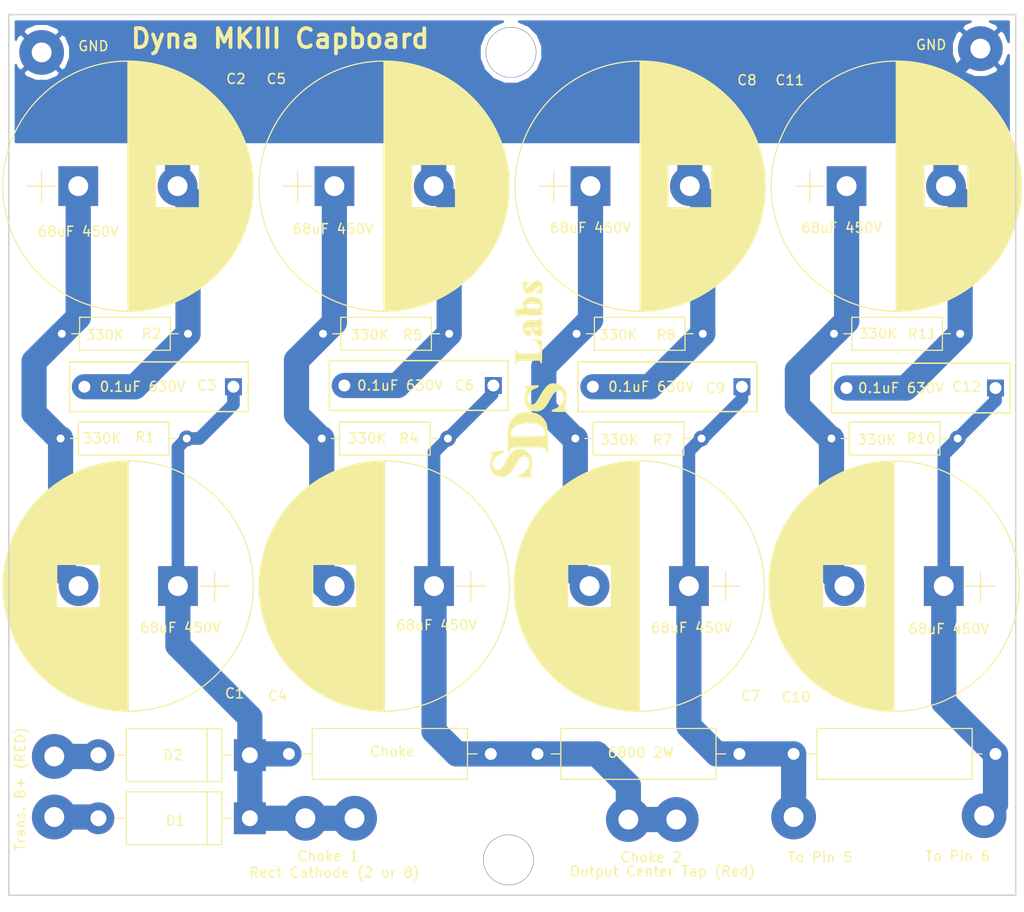
<source format=kicad_pcb>
(kicad_pcb (version 4) (host pcbnew 4.0.7)

  (general
    (links 49)
    (no_connects 0)
    (area 93.142999 52.629999 194.893001 141.807001)
    (thickness 1.6)
    (drawings 7)
    (tracks 115)
    (zones 0)
    (modules 38)
    (nets 12)
  )

  (page USLetter)
  (title_block
    (title "Dyna MKIII Capboard")
    (rev 1.0)
    (company "SDS Labs")
  )

  (layers
    (0 F.Cu signal)
    (31 B.Cu signal)
    (32 B.Adhes user)
    (33 F.Adhes user)
    (34 B.Paste user)
    (35 F.Paste user)
    (36 B.SilkS user)
    (37 F.SilkS user)
    (38 B.Mask user)
    (39 F.Mask user)
    (40 Dwgs.User user)
    (41 Cmts.User user)
    (42 Eco1.User user)
    (43 Eco2.User user)
    (44 Edge.Cuts user)
    (45 Margin user)
    (46 B.CrtYd user)
    (47 F.CrtYd user)
    (48 B.Fab user)
    (49 F.Fab user hide)
  )

  (setup
    (last_trace_width 2.54)
    (user_trace_width 0.254)
    (user_trace_width 0.635)
    (user_trace_width 1.27)
    (user_trace_width 1.905)
    (user_trace_width 2.54)
    (trace_clearance 0.2)
    (zone_clearance 0.508)
    (zone_45_only no)
    (trace_min 0.2)
    (segment_width 0.2)
    (edge_width 0.15)
    (via_size 0.6)
    (via_drill 0.4)
    (via_min_size 0.4)
    (via_min_drill 0.3)
    (uvia_size 0.3)
    (uvia_drill 0.1)
    (uvias_allowed no)
    (uvia_min_size 0.2)
    (uvia_min_drill 0.1)
    (pcb_text_width 0.3)
    (pcb_text_size 1.5 1.5)
    (mod_edge_width 0.15)
    (mod_text_size 1 1)
    (mod_text_width 0.15)
    (pad_size 5.08 5.08)
    (pad_drill 5)
    (pad_to_mask_clearance 0.2)
    (aux_axis_origin 0 0)
    (visible_elements FFFFFF7F)
    (pcbplotparams
      (layerselection 0x00030_80000001)
      (usegerberextensions false)
      (excludeedgelayer true)
      (linewidth 0.100000)
      (plotframeref false)
      (viasonmask false)
      (mode 1)
      (useauxorigin false)
      (hpglpennumber 1)
      (hpglpenspeed 20)
      (hpglpendiameter 15)
      (hpglpenoverlay 2)
      (psnegative false)
      (psa4output false)
      (plotreference true)
      (plotvalue true)
      (plotinvisibletext false)
      (padsonsilk false)
      (subtractmaskfromsilk false)
      (outputformat 1)
      (mirror false)
      (drillshape 1)
      (scaleselection 1)
      (outputdirectory ""))
  )

  (net 0 "")
  (net 1 "Net-(C1-Pad1)")
  (net 2 "Net-(C1-Pad2)")
  (net 3 "Net-(C11-Pad2)")
  (net 4 "Net-(C4-Pad1)")
  (net 5 "Net-(C4-Pad2)")
  (net 6 "Net-(C7-Pad1)")
  (net 7 "Net-(C7-Pad2)")
  (net 8 "Net-(C10-Pad1)")
  (net 9 "Net-(C10-Pad2)")
  (net 10 "Net-(D1-Pad2)")
  (net 11 "Net-(D2-Pad2)")

  (net_class Default "This is the default net class."
    (clearance 0.2)
    (trace_width 0.25)
    (via_dia 0.6)
    (via_drill 0.4)
    (uvia_dia 0.3)
    (uvia_drill 0.1)
    (add_net "Net-(C1-Pad1)")
    (add_net "Net-(C1-Pad2)")
    (add_net "Net-(C10-Pad1)")
    (add_net "Net-(C10-Pad2)")
    (add_net "Net-(C11-Pad2)")
    (add_net "Net-(C4-Pad1)")
    (add_net "Net-(C4-Pad2)")
    (add_net "Net-(C7-Pad1)")
    (add_net "Net-(C7-Pad2)")
    (add_net "Net-(D1-Pad2)")
    (add_net "Net-(D2-Pad2)")
  )

  (module Capacitors_THT:CP_Radial_D25.0mm_P10.00mm_SnapIn (layer F.Cu) (tedit 5AA203CF) (tstamp 5A9F4B5F)
    (at 110.49 110.363 180)
    (descr "CP, Radial series, Radial, pin pitch=10.00mm, , diameter=25mm, Electrolytic Capacitor, , http://www.vishay.com/docs/28342/058059pll-si.pdf")
    (tags "CP Radial series Radial pin pitch 10.00mm  diameter 25mm Electrolytic Capacitor")
    (path /5A9F23B7)
    (fp_text reference C1 (at -5.715 -10.795 180) (layer F.SilkS)
      (effects (font (size 1 1) (thickness 0.15)))
    )
    (fp_text value "68uF 450V" (at -0.254 -4.191 180) (layer F.SilkS)
      (effects (font (size 1 1) (thickness 0.15)))
    )
    (fp_circle (center 5 0) (end 17.5 0) (layer F.Fab) (width 0.1))
    (fp_circle (center 5 0) (end 17.59 0) (layer F.SilkS) (width 0.12))
    (fp_line (start -5.2 0) (end -2.2 0) (layer F.Fab) (width 0.1))
    (fp_line (start -3.7 -1.5) (end -3.7 1.5) (layer F.Fab) (width 0.1))
    (fp_line (start 5 -12.55) (end 5 12.55) (layer F.SilkS) (width 0.12))
    (fp_line (start 5.04 -12.55) (end 5.04 12.55) (layer F.SilkS) (width 0.12))
    (fp_line (start 5.08 -12.55) (end 5.08 12.55) (layer F.SilkS) (width 0.12))
    (fp_line (start 5.12 -12.55) (end 5.12 12.55) (layer F.SilkS) (width 0.12))
    (fp_line (start 5.16 -12.549) (end 5.16 12.549) (layer F.SilkS) (width 0.12))
    (fp_line (start 5.2 -12.549) (end 5.2 12.549) (layer F.SilkS) (width 0.12))
    (fp_line (start 5.24 -12.548) (end 5.24 12.548) (layer F.SilkS) (width 0.12))
    (fp_line (start 5.28 -12.547) (end 5.28 12.547) (layer F.SilkS) (width 0.12))
    (fp_line (start 5.32 -12.546) (end 5.32 12.546) (layer F.SilkS) (width 0.12))
    (fp_line (start 5.36 -12.545) (end 5.36 12.545) (layer F.SilkS) (width 0.12))
    (fp_line (start 5.4 -12.544) (end 5.4 12.544) (layer F.SilkS) (width 0.12))
    (fp_line (start 5.44 -12.543) (end 5.44 12.543) (layer F.SilkS) (width 0.12))
    (fp_line (start 5.48 -12.541) (end 5.48 12.541) (layer F.SilkS) (width 0.12))
    (fp_line (start 5.52 -12.54) (end 5.52 12.54) (layer F.SilkS) (width 0.12))
    (fp_line (start 5.56 -12.538) (end 5.56 12.538) (layer F.SilkS) (width 0.12))
    (fp_line (start 5.6 -12.536) (end 5.6 12.536) (layer F.SilkS) (width 0.12))
    (fp_line (start 5.64 -12.534) (end 5.64 12.534) (layer F.SilkS) (width 0.12))
    (fp_line (start 5.68 -12.532) (end 5.68 12.532) (layer F.SilkS) (width 0.12))
    (fp_line (start 5.721 -12.53) (end 5.721 12.53) (layer F.SilkS) (width 0.12))
    (fp_line (start 5.761 -12.528) (end 5.761 12.528) (layer F.SilkS) (width 0.12))
    (fp_line (start 5.801 -12.525) (end 5.801 12.525) (layer F.SilkS) (width 0.12))
    (fp_line (start 5.841 -12.522) (end 5.841 12.522) (layer F.SilkS) (width 0.12))
    (fp_line (start 5.881 -12.52) (end 5.881 12.52) (layer F.SilkS) (width 0.12))
    (fp_line (start 5.921 -12.517) (end 5.921 12.517) (layer F.SilkS) (width 0.12))
    (fp_line (start 5.961 -12.514) (end 5.961 12.514) (layer F.SilkS) (width 0.12))
    (fp_line (start 6.001 -12.511) (end 6.001 12.511) (layer F.SilkS) (width 0.12))
    (fp_line (start 6.041 -12.507) (end 6.041 12.507) (layer F.SilkS) (width 0.12))
    (fp_line (start 6.081 -12.504) (end 6.081 12.504) (layer F.SilkS) (width 0.12))
    (fp_line (start 6.121 -12.501) (end 6.121 12.501) (layer F.SilkS) (width 0.12))
    (fp_line (start 6.161 -12.497) (end 6.161 12.497) (layer F.SilkS) (width 0.12))
    (fp_line (start 6.201 -12.493) (end 6.201 12.493) (layer F.SilkS) (width 0.12))
    (fp_line (start 6.241 -12.489) (end 6.241 12.489) (layer F.SilkS) (width 0.12))
    (fp_line (start 6.281 -12.485) (end 6.281 12.485) (layer F.SilkS) (width 0.12))
    (fp_line (start 6.321 -12.481) (end 6.321 12.481) (layer F.SilkS) (width 0.12))
    (fp_line (start 6.361 -12.477) (end 6.361 12.477) (layer F.SilkS) (width 0.12))
    (fp_line (start 6.401 -12.472) (end 6.401 12.472) (layer F.SilkS) (width 0.12))
    (fp_line (start 6.441 -12.468) (end 6.441 12.468) (layer F.SilkS) (width 0.12))
    (fp_line (start 6.481 -12.463) (end 6.481 12.463) (layer F.SilkS) (width 0.12))
    (fp_line (start 6.521 -12.458) (end 6.521 12.458) (layer F.SilkS) (width 0.12))
    (fp_line (start 6.561 -12.453) (end 6.561 12.453) (layer F.SilkS) (width 0.12))
    (fp_line (start 6.601 -12.448) (end 6.601 12.448) (layer F.SilkS) (width 0.12))
    (fp_line (start 6.641 -12.443) (end 6.641 12.443) (layer F.SilkS) (width 0.12))
    (fp_line (start 6.681 -12.438) (end 6.681 12.438) (layer F.SilkS) (width 0.12))
    (fp_line (start 6.721 -12.432) (end 6.721 12.432) (layer F.SilkS) (width 0.12))
    (fp_line (start 6.761 -12.427) (end 6.761 12.427) (layer F.SilkS) (width 0.12))
    (fp_line (start 6.801 -12.421) (end 6.801 12.421) (layer F.SilkS) (width 0.12))
    (fp_line (start 6.841 -12.415) (end 6.841 12.415) (layer F.SilkS) (width 0.12))
    (fp_line (start 6.881 -12.409) (end 6.881 12.409) (layer F.SilkS) (width 0.12))
    (fp_line (start 6.921 -12.403) (end 6.921 12.403) (layer F.SilkS) (width 0.12))
    (fp_line (start 6.961 -12.397) (end 6.961 12.397) (layer F.SilkS) (width 0.12))
    (fp_line (start 7.001 -12.391) (end 7.001 12.391) (layer F.SilkS) (width 0.12))
    (fp_line (start 7.041 -12.384) (end 7.041 12.384) (layer F.SilkS) (width 0.12))
    (fp_line (start 7.081 -12.377) (end 7.081 12.377) (layer F.SilkS) (width 0.12))
    (fp_line (start 7.121 -12.371) (end 7.121 12.371) (layer F.SilkS) (width 0.12))
    (fp_line (start 7.161 -12.364) (end 7.161 12.364) (layer F.SilkS) (width 0.12))
    (fp_line (start 7.201 -12.357) (end 7.201 12.357) (layer F.SilkS) (width 0.12))
    (fp_line (start 7.241 -12.35) (end 7.241 12.35) (layer F.SilkS) (width 0.12))
    (fp_line (start 7.281 -12.342) (end 7.281 12.342) (layer F.SilkS) (width 0.12))
    (fp_line (start 7.321 -12.335) (end 7.321 12.335) (layer F.SilkS) (width 0.12))
    (fp_line (start 7.361 -12.327) (end 7.361 12.327) (layer F.SilkS) (width 0.12))
    (fp_line (start 7.401 -12.32) (end 7.401 12.32) (layer F.SilkS) (width 0.12))
    (fp_line (start 7.441 -12.312) (end 7.441 12.312) (layer F.SilkS) (width 0.12))
    (fp_line (start 7.481 -12.304) (end 7.481 12.304) (layer F.SilkS) (width 0.12))
    (fp_line (start 7.521 -12.296) (end 7.521 12.296) (layer F.SilkS) (width 0.12))
    (fp_line (start 7.561 -12.287) (end 7.561 12.287) (layer F.SilkS) (width 0.12))
    (fp_line (start 7.601 -12.279) (end 7.601 12.279) (layer F.SilkS) (width 0.12))
    (fp_line (start 7.641 -12.271) (end 7.641 12.271) (layer F.SilkS) (width 0.12))
    (fp_line (start 7.681 -12.262) (end 7.681 12.262) (layer F.SilkS) (width 0.12))
    (fp_line (start 7.721 -12.253) (end 7.721 12.253) (layer F.SilkS) (width 0.12))
    (fp_line (start 7.761 -12.244) (end 7.761 12.244) (layer F.SilkS) (width 0.12))
    (fp_line (start 7.801 -12.235) (end 7.801 12.235) (layer F.SilkS) (width 0.12))
    (fp_line (start 7.841 -12.226) (end 7.841 -2.18) (layer F.SilkS) (width 0.12))
    (fp_line (start 7.841 2.18) (end 7.841 12.226) (layer F.SilkS) (width 0.12))
    (fp_line (start 7.881 -12.217) (end 7.881 -2.18) (layer F.SilkS) (width 0.12))
    (fp_line (start 7.881 2.18) (end 7.881 12.217) (layer F.SilkS) (width 0.12))
    (fp_line (start 7.921 -12.207) (end 7.921 -2.18) (layer F.SilkS) (width 0.12))
    (fp_line (start 7.921 2.18) (end 7.921 12.207) (layer F.SilkS) (width 0.12))
    (fp_line (start 7.961 -12.198) (end 7.961 -2.18) (layer F.SilkS) (width 0.12))
    (fp_line (start 7.961 2.18) (end 7.961 12.198) (layer F.SilkS) (width 0.12))
    (fp_line (start 8.001 -12.188) (end 8.001 -2.18) (layer F.SilkS) (width 0.12))
    (fp_line (start 8.001 2.18) (end 8.001 12.188) (layer F.SilkS) (width 0.12))
    (fp_line (start 8.041 -12.178) (end 8.041 -2.18) (layer F.SilkS) (width 0.12))
    (fp_line (start 8.041 2.18) (end 8.041 12.178) (layer F.SilkS) (width 0.12))
    (fp_line (start 8.081 -12.168) (end 8.081 -2.18) (layer F.SilkS) (width 0.12))
    (fp_line (start 8.081 2.18) (end 8.081 12.168) (layer F.SilkS) (width 0.12))
    (fp_line (start 8.121 -12.158) (end 8.121 -2.18) (layer F.SilkS) (width 0.12))
    (fp_line (start 8.121 2.18) (end 8.121 12.158) (layer F.SilkS) (width 0.12))
    (fp_line (start 8.161 -12.147) (end 8.161 -2.18) (layer F.SilkS) (width 0.12))
    (fp_line (start 8.161 2.18) (end 8.161 12.147) (layer F.SilkS) (width 0.12))
    (fp_line (start 8.201 -12.137) (end 8.201 -2.18) (layer F.SilkS) (width 0.12))
    (fp_line (start 8.201 2.18) (end 8.201 12.137) (layer F.SilkS) (width 0.12))
    (fp_line (start 8.241 -12.126) (end 8.241 -2.18) (layer F.SilkS) (width 0.12))
    (fp_line (start 8.241 2.18) (end 8.241 12.126) (layer F.SilkS) (width 0.12))
    (fp_line (start 8.281 -12.116) (end 8.281 -2.18) (layer F.SilkS) (width 0.12))
    (fp_line (start 8.281 2.18) (end 8.281 12.116) (layer F.SilkS) (width 0.12))
    (fp_line (start 8.321 -12.105) (end 8.321 -2.18) (layer F.SilkS) (width 0.12))
    (fp_line (start 8.321 2.18) (end 8.321 12.105) (layer F.SilkS) (width 0.12))
    (fp_line (start 8.361 -12.094) (end 8.361 -2.18) (layer F.SilkS) (width 0.12))
    (fp_line (start 8.361 2.18) (end 8.361 12.094) (layer F.SilkS) (width 0.12))
    (fp_line (start 8.401 -12.083) (end 8.401 -2.18) (layer F.SilkS) (width 0.12))
    (fp_line (start 8.401 2.18) (end 8.401 12.083) (layer F.SilkS) (width 0.12))
    (fp_line (start 8.441 -12.071) (end 8.441 -2.18) (layer F.SilkS) (width 0.12))
    (fp_line (start 8.441 2.18) (end 8.441 12.071) (layer F.SilkS) (width 0.12))
    (fp_line (start 8.481 -12.06) (end 8.481 -2.18) (layer F.SilkS) (width 0.12))
    (fp_line (start 8.481 2.18) (end 8.481 12.06) (layer F.SilkS) (width 0.12))
    (fp_line (start 8.521 -12.048) (end 8.521 -2.18) (layer F.SilkS) (width 0.12))
    (fp_line (start 8.521 2.18) (end 8.521 12.048) (layer F.SilkS) (width 0.12))
    (fp_line (start 8.561 -12.037) (end 8.561 -2.18) (layer F.SilkS) (width 0.12))
    (fp_line (start 8.561 2.18) (end 8.561 12.037) (layer F.SilkS) (width 0.12))
    (fp_line (start 8.601 -12.025) (end 8.601 -2.18) (layer F.SilkS) (width 0.12))
    (fp_line (start 8.601 2.18) (end 8.601 12.025) (layer F.SilkS) (width 0.12))
    (fp_line (start 8.641 -12.013) (end 8.641 -2.18) (layer F.SilkS) (width 0.12))
    (fp_line (start 8.641 2.18) (end 8.641 12.013) (layer F.SilkS) (width 0.12))
    (fp_line (start 8.681 -12.001) (end 8.681 -2.18) (layer F.SilkS) (width 0.12))
    (fp_line (start 8.681 2.18) (end 8.681 12.001) (layer F.SilkS) (width 0.12))
    (fp_line (start 8.721 -11.988) (end 8.721 -2.18) (layer F.SilkS) (width 0.12))
    (fp_line (start 8.721 2.18) (end 8.721 11.988) (layer F.SilkS) (width 0.12))
    (fp_line (start 8.761 -11.976) (end 8.761 -2.18) (layer F.SilkS) (width 0.12))
    (fp_line (start 8.761 2.18) (end 8.761 11.976) (layer F.SilkS) (width 0.12))
    (fp_line (start 8.801 -11.963) (end 8.801 -2.18) (layer F.SilkS) (width 0.12))
    (fp_line (start 8.801 2.18) (end 8.801 11.963) (layer F.SilkS) (width 0.12))
    (fp_line (start 8.841 -11.951) (end 8.841 -2.18) (layer F.SilkS) (width 0.12))
    (fp_line (start 8.841 2.18) (end 8.841 11.951) (layer F.SilkS) (width 0.12))
    (fp_line (start 8.881 -11.938) (end 8.881 -2.18) (layer F.SilkS) (width 0.12))
    (fp_line (start 8.881 2.18) (end 8.881 11.938) (layer F.SilkS) (width 0.12))
    (fp_line (start 8.921 -11.925) (end 8.921 -2.18) (layer F.SilkS) (width 0.12))
    (fp_line (start 8.921 2.18) (end 8.921 11.925) (layer F.SilkS) (width 0.12))
    (fp_line (start 8.961 -11.912) (end 8.961 -2.18) (layer F.SilkS) (width 0.12))
    (fp_line (start 8.961 2.18) (end 8.961 11.912) (layer F.SilkS) (width 0.12))
    (fp_line (start 9.001 -11.898) (end 9.001 -2.18) (layer F.SilkS) (width 0.12))
    (fp_line (start 9.001 2.18) (end 9.001 11.898) (layer F.SilkS) (width 0.12))
    (fp_line (start 9.041 -11.885) (end 9.041 -2.18) (layer F.SilkS) (width 0.12))
    (fp_line (start 9.041 2.18) (end 9.041 11.885) (layer F.SilkS) (width 0.12))
    (fp_line (start 9.081 -11.871) (end 9.081 -2.18) (layer F.SilkS) (width 0.12))
    (fp_line (start 9.081 2.18) (end 9.081 11.871) (layer F.SilkS) (width 0.12))
    (fp_line (start 9.121 -11.857) (end 9.121 -2.18) (layer F.SilkS) (width 0.12))
    (fp_line (start 9.121 2.18) (end 9.121 11.857) (layer F.SilkS) (width 0.12))
    (fp_line (start 9.161 -11.843) (end 9.161 -2.18) (layer F.SilkS) (width 0.12))
    (fp_line (start 9.161 2.18) (end 9.161 11.843) (layer F.SilkS) (width 0.12))
    (fp_line (start 9.201 -11.829) (end 9.201 -2.18) (layer F.SilkS) (width 0.12))
    (fp_line (start 9.201 2.18) (end 9.201 11.829) (layer F.SilkS) (width 0.12))
    (fp_line (start 9.241 -11.815) (end 9.241 -2.18) (layer F.SilkS) (width 0.12))
    (fp_line (start 9.241 2.18) (end 9.241 11.815) (layer F.SilkS) (width 0.12))
    (fp_line (start 9.281 -11.801) (end 9.281 -2.18) (layer F.SilkS) (width 0.12))
    (fp_line (start 9.281 2.18) (end 9.281 11.801) (layer F.SilkS) (width 0.12))
    (fp_line (start 9.321 -11.786) (end 9.321 -2.18) (layer F.SilkS) (width 0.12))
    (fp_line (start 9.321 2.18) (end 9.321 11.786) (layer F.SilkS) (width 0.12))
    (fp_line (start 9.361 -11.771) (end 9.361 -2.18) (layer F.SilkS) (width 0.12))
    (fp_line (start 9.361 2.18) (end 9.361 11.771) (layer F.SilkS) (width 0.12))
    (fp_line (start 9.401 -11.757) (end 9.401 -2.18) (layer F.SilkS) (width 0.12))
    (fp_line (start 9.401 2.18) (end 9.401 11.757) (layer F.SilkS) (width 0.12))
    (fp_line (start 9.441 -11.742) (end 9.441 -2.18) (layer F.SilkS) (width 0.12))
    (fp_line (start 9.441 2.18) (end 9.441 11.742) (layer F.SilkS) (width 0.12))
    (fp_line (start 9.481 -11.726) (end 9.481 -2.18) (layer F.SilkS) (width 0.12))
    (fp_line (start 9.481 2.18) (end 9.481 11.726) (layer F.SilkS) (width 0.12))
    (fp_line (start 9.521 -11.711) (end 9.521 -2.18) (layer F.SilkS) (width 0.12))
    (fp_line (start 9.521 2.18) (end 9.521 11.711) (layer F.SilkS) (width 0.12))
    (fp_line (start 9.561 -11.696) (end 9.561 -2.18) (layer F.SilkS) (width 0.12))
    (fp_line (start 9.561 2.18) (end 9.561 11.696) (layer F.SilkS) (width 0.12))
    (fp_line (start 9.601 -11.68) (end 9.601 -2.18) (layer F.SilkS) (width 0.12))
    (fp_line (start 9.601 2.18) (end 9.601 11.68) (layer F.SilkS) (width 0.12))
    (fp_line (start 9.641 -11.664) (end 9.641 -2.18) (layer F.SilkS) (width 0.12))
    (fp_line (start 9.641 2.18) (end 9.641 11.664) (layer F.SilkS) (width 0.12))
    (fp_line (start 9.681 -11.648) (end 9.681 -2.18) (layer F.SilkS) (width 0.12))
    (fp_line (start 9.681 2.18) (end 9.681 11.648) (layer F.SilkS) (width 0.12))
    (fp_line (start 9.721 -11.632) (end 9.721 -2.18) (layer F.SilkS) (width 0.12))
    (fp_line (start 9.721 2.18) (end 9.721 11.632) (layer F.SilkS) (width 0.12))
    (fp_line (start 9.761 -11.616) (end 9.761 -2.18) (layer F.SilkS) (width 0.12))
    (fp_line (start 9.761 2.18) (end 9.761 11.616) (layer F.SilkS) (width 0.12))
    (fp_line (start 9.801 -11.6) (end 9.801 -2.18) (layer F.SilkS) (width 0.12))
    (fp_line (start 9.801 2.18) (end 9.801 11.6) (layer F.SilkS) (width 0.12))
    (fp_line (start 9.841 -11.583) (end 9.841 -2.18) (layer F.SilkS) (width 0.12))
    (fp_line (start 9.841 2.18) (end 9.841 11.583) (layer F.SilkS) (width 0.12))
    (fp_line (start 9.881 -11.566) (end 9.881 -2.18) (layer F.SilkS) (width 0.12))
    (fp_line (start 9.881 2.18) (end 9.881 11.566) (layer F.SilkS) (width 0.12))
    (fp_line (start 9.921 -11.549) (end 9.921 -2.18) (layer F.SilkS) (width 0.12))
    (fp_line (start 9.921 2.18) (end 9.921 11.549) (layer F.SilkS) (width 0.12))
    (fp_line (start 9.961 -11.532) (end 9.961 -2.18) (layer F.SilkS) (width 0.12))
    (fp_line (start 9.961 2.18) (end 9.961 11.532) (layer F.SilkS) (width 0.12))
    (fp_line (start 10.001 -11.515) (end 10.001 -2.18) (layer F.SilkS) (width 0.12))
    (fp_line (start 10.001 2.18) (end 10.001 11.515) (layer F.SilkS) (width 0.12))
    (fp_line (start 10.041 -11.498) (end 10.041 -2.18) (layer F.SilkS) (width 0.12))
    (fp_line (start 10.041 2.18) (end 10.041 11.498) (layer F.SilkS) (width 0.12))
    (fp_line (start 10.081 -11.48) (end 10.081 -2.18) (layer F.SilkS) (width 0.12))
    (fp_line (start 10.081 2.18) (end 10.081 11.48) (layer F.SilkS) (width 0.12))
    (fp_line (start 10.121 -11.462) (end 10.121 -2.18) (layer F.SilkS) (width 0.12))
    (fp_line (start 10.121 2.18) (end 10.121 11.462) (layer F.SilkS) (width 0.12))
    (fp_line (start 10.161 -11.445) (end 10.161 -2.18) (layer F.SilkS) (width 0.12))
    (fp_line (start 10.161 2.18) (end 10.161 11.445) (layer F.SilkS) (width 0.12))
    (fp_line (start 10.201 -11.426) (end 10.201 -2.18) (layer F.SilkS) (width 0.12))
    (fp_line (start 10.201 2.18) (end 10.201 11.426) (layer F.SilkS) (width 0.12))
    (fp_line (start 10.241 -11.408) (end 10.241 -2.18) (layer F.SilkS) (width 0.12))
    (fp_line (start 10.241 2.18) (end 10.241 11.408) (layer F.SilkS) (width 0.12))
    (fp_line (start 10.281 -11.39) (end 10.281 -2.18) (layer F.SilkS) (width 0.12))
    (fp_line (start 10.281 2.18) (end 10.281 11.39) (layer F.SilkS) (width 0.12))
    (fp_line (start 10.321 -11.371) (end 10.321 -2.18) (layer F.SilkS) (width 0.12))
    (fp_line (start 10.321 2.18) (end 10.321 11.371) (layer F.SilkS) (width 0.12))
    (fp_line (start 10.361 -11.353) (end 10.361 -2.18) (layer F.SilkS) (width 0.12))
    (fp_line (start 10.361 2.18) (end 10.361 11.353) (layer F.SilkS) (width 0.12))
    (fp_line (start 10.401 -11.334) (end 10.401 -2.18) (layer F.SilkS) (width 0.12))
    (fp_line (start 10.401 2.18) (end 10.401 11.334) (layer F.SilkS) (width 0.12))
    (fp_line (start 10.441 -11.315) (end 10.441 -2.18) (layer F.SilkS) (width 0.12))
    (fp_line (start 10.441 2.18) (end 10.441 11.315) (layer F.SilkS) (width 0.12))
    (fp_line (start 10.481 -11.295) (end 10.481 -2.18) (layer F.SilkS) (width 0.12))
    (fp_line (start 10.481 2.18) (end 10.481 11.295) (layer F.SilkS) (width 0.12))
    (fp_line (start 10.521 -11.276) (end 10.521 -2.18) (layer F.SilkS) (width 0.12))
    (fp_line (start 10.521 2.18) (end 10.521 11.276) (layer F.SilkS) (width 0.12))
    (fp_line (start 10.561 -11.256) (end 10.561 -2.18) (layer F.SilkS) (width 0.12))
    (fp_line (start 10.561 2.18) (end 10.561 11.256) (layer F.SilkS) (width 0.12))
    (fp_line (start 10.601 -11.236) (end 10.601 -2.18) (layer F.SilkS) (width 0.12))
    (fp_line (start 10.601 2.18) (end 10.601 11.236) (layer F.SilkS) (width 0.12))
    (fp_line (start 10.641 -11.217) (end 10.641 -2.18) (layer F.SilkS) (width 0.12))
    (fp_line (start 10.641 2.18) (end 10.641 11.217) (layer F.SilkS) (width 0.12))
    (fp_line (start 10.681 -11.196) (end 10.681 -2.18) (layer F.SilkS) (width 0.12))
    (fp_line (start 10.681 2.18) (end 10.681 11.196) (layer F.SilkS) (width 0.12))
    (fp_line (start 10.721 -11.176) (end 10.721 -2.18) (layer F.SilkS) (width 0.12))
    (fp_line (start 10.721 2.18) (end 10.721 11.176) (layer F.SilkS) (width 0.12))
    (fp_line (start 10.761 -11.156) (end 10.761 -2.18) (layer F.SilkS) (width 0.12))
    (fp_line (start 10.761 2.18) (end 10.761 11.156) (layer F.SilkS) (width 0.12))
    (fp_line (start 10.801 -11.135) (end 10.801 -2.18) (layer F.SilkS) (width 0.12))
    (fp_line (start 10.801 2.18) (end 10.801 11.135) (layer F.SilkS) (width 0.12))
    (fp_line (start 10.841 -11.114) (end 10.841 -2.18) (layer F.SilkS) (width 0.12))
    (fp_line (start 10.841 2.18) (end 10.841 11.114) (layer F.SilkS) (width 0.12))
    (fp_line (start 10.881 -11.093) (end 10.881 -2.18) (layer F.SilkS) (width 0.12))
    (fp_line (start 10.881 2.18) (end 10.881 11.093) (layer F.SilkS) (width 0.12))
    (fp_line (start 10.921 -11.072) (end 10.921 -2.18) (layer F.SilkS) (width 0.12))
    (fp_line (start 10.921 2.18) (end 10.921 11.072) (layer F.SilkS) (width 0.12))
    (fp_line (start 10.961 -11.05) (end 10.961 -2.18) (layer F.SilkS) (width 0.12))
    (fp_line (start 10.961 2.18) (end 10.961 11.05) (layer F.SilkS) (width 0.12))
    (fp_line (start 11.001 -11.029) (end 11.001 -2.18) (layer F.SilkS) (width 0.12))
    (fp_line (start 11.001 2.18) (end 11.001 11.029) (layer F.SilkS) (width 0.12))
    (fp_line (start 11.041 -11.007) (end 11.041 -2.18) (layer F.SilkS) (width 0.12))
    (fp_line (start 11.041 2.18) (end 11.041 11.007) (layer F.SilkS) (width 0.12))
    (fp_line (start 11.081 -10.985) (end 11.081 -2.18) (layer F.SilkS) (width 0.12))
    (fp_line (start 11.081 2.18) (end 11.081 10.985) (layer F.SilkS) (width 0.12))
    (fp_line (start 11.121 -10.963) (end 11.121 -2.18) (layer F.SilkS) (width 0.12))
    (fp_line (start 11.121 2.18) (end 11.121 10.963) (layer F.SilkS) (width 0.12))
    (fp_line (start 11.161 -10.941) (end 11.161 -2.18) (layer F.SilkS) (width 0.12))
    (fp_line (start 11.161 2.18) (end 11.161 10.941) (layer F.SilkS) (width 0.12))
    (fp_line (start 11.201 -10.918) (end 11.201 -2.18) (layer F.SilkS) (width 0.12))
    (fp_line (start 11.201 2.18) (end 11.201 10.918) (layer F.SilkS) (width 0.12))
    (fp_line (start 11.241 -10.895) (end 11.241 -2.18) (layer F.SilkS) (width 0.12))
    (fp_line (start 11.241 2.18) (end 11.241 10.895) (layer F.SilkS) (width 0.12))
    (fp_line (start 11.281 -10.872) (end 11.281 -2.18) (layer F.SilkS) (width 0.12))
    (fp_line (start 11.281 2.18) (end 11.281 10.872) (layer F.SilkS) (width 0.12))
    (fp_line (start 11.321 -10.849) (end 11.321 -2.18) (layer F.SilkS) (width 0.12))
    (fp_line (start 11.321 2.18) (end 11.321 10.849) (layer F.SilkS) (width 0.12))
    (fp_line (start 11.361 -10.826) (end 11.361 -2.18) (layer F.SilkS) (width 0.12))
    (fp_line (start 11.361 2.18) (end 11.361 10.826) (layer F.SilkS) (width 0.12))
    (fp_line (start 11.401 -10.802) (end 11.401 -2.18) (layer F.SilkS) (width 0.12))
    (fp_line (start 11.401 2.18) (end 11.401 10.802) (layer F.SilkS) (width 0.12))
    (fp_line (start 11.441 -10.779) (end 11.441 -2.18) (layer F.SilkS) (width 0.12))
    (fp_line (start 11.441 2.18) (end 11.441 10.779) (layer F.SilkS) (width 0.12))
    (fp_line (start 11.481 -10.755) (end 11.481 -2.18) (layer F.SilkS) (width 0.12))
    (fp_line (start 11.481 2.18) (end 11.481 10.755) (layer F.SilkS) (width 0.12))
    (fp_line (start 11.521 -10.731) (end 11.521 -2.18) (layer F.SilkS) (width 0.12))
    (fp_line (start 11.521 2.18) (end 11.521 10.731) (layer F.SilkS) (width 0.12))
    (fp_line (start 11.561 -10.706) (end 11.561 -2.18) (layer F.SilkS) (width 0.12))
    (fp_line (start 11.561 2.18) (end 11.561 10.706) (layer F.SilkS) (width 0.12))
    (fp_line (start 11.601 -10.682) (end 11.601 -2.18) (layer F.SilkS) (width 0.12))
    (fp_line (start 11.601 2.18) (end 11.601 10.682) (layer F.SilkS) (width 0.12))
    (fp_line (start 11.641 -10.657) (end 11.641 -2.18) (layer F.SilkS) (width 0.12))
    (fp_line (start 11.641 2.18) (end 11.641 10.657) (layer F.SilkS) (width 0.12))
    (fp_line (start 11.681 -10.632) (end 11.681 -2.18) (layer F.SilkS) (width 0.12))
    (fp_line (start 11.681 2.18) (end 11.681 10.632) (layer F.SilkS) (width 0.12))
    (fp_line (start 11.721 -10.607) (end 11.721 -2.18) (layer F.SilkS) (width 0.12))
    (fp_line (start 11.721 2.18) (end 11.721 10.607) (layer F.SilkS) (width 0.12))
    (fp_line (start 11.761 -10.582) (end 11.761 -2.18) (layer F.SilkS) (width 0.12))
    (fp_line (start 11.761 2.18) (end 11.761 10.582) (layer F.SilkS) (width 0.12))
    (fp_line (start 11.801 -10.556) (end 11.801 -2.18) (layer F.SilkS) (width 0.12))
    (fp_line (start 11.801 2.18) (end 11.801 10.556) (layer F.SilkS) (width 0.12))
    (fp_line (start 11.841 -10.53) (end 11.841 -2.18) (layer F.SilkS) (width 0.12))
    (fp_line (start 11.841 2.18) (end 11.841 10.53) (layer F.SilkS) (width 0.12))
    (fp_line (start 11.881 -10.504) (end 11.881 -2.18) (layer F.SilkS) (width 0.12))
    (fp_line (start 11.881 2.18) (end 11.881 10.504) (layer F.SilkS) (width 0.12))
    (fp_line (start 11.921 -10.478) (end 11.921 -2.18) (layer F.SilkS) (width 0.12))
    (fp_line (start 11.921 2.18) (end 11.921 10.478) (layer F.SilkS) (width 0.12))
    (fp_line (start 11.961 -10.452) (end 11.961 -2.18) (layer F.SilkS) (width 0.12))
    (fp_line (start 11.961 2.18) (end 11.961 10.452) (layer F.SilkS) (width 0.12))
    (fp_line (start 12.001 -10.425) (end 12.001 -2.18) (layer F.SilkS) (width 0.12))
    (fp_line (start 12.001 2.18) (end 12.001 10.425) (layer F.SilkS) (width 0.12))
    (fp_line (start 12.041 -10.398) (end 12.041 -2.18) (layer F.SilkS) (width 0.12))
    (fp_line (start 12.041 2.18) (end 12.041 10.398) (layer F.SilkS) (width 0.12))
    (fp_line (start 12.081 -10.371) (end 12.081 -2.18) (layer F.SilkS) (width 0.12))
    (fp_line (start 12.081 2.18) (end 12.081 10.371) (layer F.SilkS) (width 0.12))
    (fp_line (start 12.121 -10.344) (end 12.121 -2.18) (layer F.SilkS) (width 0.12))
    (fp_line (start 12.121 2.18) (end 12.121 10.344) (layer F.SilkS) (width 0.12))
    (fp_line (start 12.161 -10.316) (end 12.161 -2.18) (layer F.SilkS) (width 0.12))
    (fp_line (start 12.161 2.18) (end 12.161 10.316) (layer F.SilkS) (width 0.12))
    (fp_line (start 12.201 -10.289) (end 12.201 10.289) (layer F.SilkS) (width 0.12))
    (fp_line (start 12.241 -10.261) (end 12.241 10.261) (layer F.SilkS) (width 0.12))
    (fp_line (start 12.281 -10.232) (end 12.281 10.232) (layer F.SilkS) (width 0.12))
    (fp_line (start 12.321 -10.204) (end 12.321 10.204) (layer F.SilkS) (width 0.12))
    (fp_line (start 12.361 -10.175) (end 12.361 10.175) (layer F.SilkS) (width 0.12))
    (fp_line (start 12.401 -10.146) (end 12.401 10.146) (layer F.SilkS) (width 0.12))
    (fp_line (start 12.441 -10.117) (end 12.441 10.117) (layer F.SilkS) (width 0.12))
    (fp_line (start 12.481 -10.088) (end 12.481 10.088) (layer F.SilkS) (width 0.12))
    (fp_line (start 12.521 -10.058) (end 12.521 10.058) (layer F.SilkS) (width 0.12))
    (fp_line (start 12.561 -10.028) (end 12.561 10.028) (layer F.SilkS) (width 0.12))
    (fp_line (start 12.601 -9.998) (end 12.601 9.998) (layer F.SilkS) (width 0.12))
    (fp_line (start 12.641 -9.967) (end 12.641 9.967) (layer F.SilkS) (width 0.12))
    (fp_line (start 12.681 -9.937) (end 12.681 9.937) (layer F.SilkS) (width 0.12))
    (fp_line (start 12.721 -9.906) (end 12.721 9.906) (layer F.SilkS) (width 0.12))
    (fp_line (start 12.761 -9.875) (end 12.761 9.875) (layer F.SilkS) (width 0.12))
    (fp_line (start 12.801 -9.843) (end 12.801 9.843) (layer F.SilkS) (width 0.12))
    (fp_line (start 12.841 -9.812) (end 12.841 9.812) (layer F.SilkS) (width 0.12))
    (fp_line (start 12.881 -9.78) (end 12.881 9.78) (layer F.SilkS) (width 0.12))
    (fp_line (start 12.921 -9.747) (end 12.921 9.747) (layer F.SilkS) (width 0.12))
    (fp_line (start 12.961 -9.715) (end 12.961 9.715) (layer F.SilkS) (width 0.12))
    (fp_line (start 13.001 -9.682) (end 13.001 9.682) (layer F.SilkS) (width 0.12))
    (fp_line (start 13.041 -9.649) (end 13.041 9.649) (layer F.SilkS) (width 0.12))
    (fp_line (start 13.081 -9.616) (end 13.081 9.616) (layer F.SilkS) (width 0.12))
    (fp_line (start 13.121 -9.582) (end 13.121 9.582) (layer F.SilkS) (width 0.12))
    (fp_line (start 13.161 -9.548) (end 13.161 9.548) (layer F.SilkS) (width 0.12))
    (fp_line (start 13.2 -9.514) (end 13.2 9.514) (layer F.SilkS) (width 0.12))
    (fp_line (start 13.24 -9.479) (end 13.24 9.479) (layer F.SilkS) (width 0.12))
    (fp_line (start 13.28 -9.445) (end 13.28 9.445) (layer F.SilkS) (width 0.12))
    (fp_line (start 13.32 -9.41) (end 13.32 9.41) (layer F.SilkS) (width 0.12))
    (fp_line (start 13.36 -9.374) (end 13.36 9.374) (layer F.SilkS) (width 0.12))
    (fp_line (start 13.4 -9.339) (end 13.4 9.339) (layer F.SilkS) (width 0.12))
    (fp_line (start 13.44 -9.303) (end 13.44 9.303) (layer F.SilkS) (width 0.12))
    (fp_line (start 13.48 -9.266) (end 13.48 9.266) (layer F.SilkS) (width 0.12))
    (fp_line (start 13.52 -9.23) (end 13.52 9.23) (layer F.SilkS) (width 0.12))
    (fp_line (start 13.56 -9.193) (end 13.56 9.193) (layer F.SilkS) (width 0.12))
    (fp_line (start 13.6 -9.156) (end 13.6 9.156) (layer F.SilkS) (width 0.12))
    (fp_line (start 13.64 -9.118) (end 13.64 9.118) (layer F.SilkS) (width 0.12))
    (fp_line (start 13.68 -9.08) (end 13.68 9.08) (layer F.SilkS) (width 0.12))
    (fp_line (start 13.72 -9.042) (end 13.72 9.042) (layer F.SilkS) (width 0.12))
    (fp_line (start 13.76 -9.003) (end 13.76 9.003) (layer F.SilkS) (width 0.12))
    (fp_line (start 13.8 -8.964) (end 13.8 8.964) (layer F.SilkS) (width 0.12))
    (fp_line (start 13.84 -8.925) (end 13.84 8.925) (layer F.SilkS) (width 0.12))
    (fp_line (start 13.88 -8.885) (end 13.88 8.885) (layer F.SilkS) (width 0.12))
    (fp_line (start 13.92 -8.845) (end 13.92 8.845) (layer F.SilkS) (width 0.12))
    (fp_line (start 13.96 -8.805) (end 13.96 8.805) (layer F.SilkS) (width 0.12))
    (fp_line (start 14 -8.764) (end 14 8.764) (layer F.SilkS) (width 0.12))
    (fp_line (start 14.04 -8.723) (end 14.04 8.723) (layer F.SilkS) (width 0.12))
    (fp_line (start 14.08 -8.682) (end 14.08 8.682) (layer F.SilkS) (width 0.12))
    (fp_line (start 14.12 -8.64) (end 14.12 8.64) (layer F.SilkS) (width 0.12))
    (fp_line (start 14.16 -8.598) (end 14.16 8.598) (layer F.SilkS) (width 0.12))
    (fp_line (start 14.2 -8.555) (end 14.2 8.555) (layer F.SilkS) (width 0.12))
    (fp_line (start 14.24 -8.512) (end 14.24 8.512) (layer F.SilkS) (width 0.12))
    (fp_line (start 14.28 -8.469) (end 14.28 8.469) (layer F.SilkS) (width 0.12))
    (fp_line (start 14.32 -8.425) (end 14.32 8.425) (layer F.SilkS) (width 0.12))
    (fp_line (start 14.36 -8.381) (end 14.36 8.381) (layer F.SilkS) (width 0.12))
    (fp_line (start 14.4 -8.336) (end 14.4 8.336) (layer F.SilkS) (width 0.12))
    (fp_line (start 14.44 -8.291) (end 14.44 8.291) (layer F.SilkS) (width 0.12))
    (fp_line (start 14.48 -8.245) (end 14.48 8.245) (layer F.SilkS) (width 0.12))
    (fp_line (start 14.52 -8.199) (end 14.52 8.199) (layer F.SilkS) (width 0.12))
    (fp_line (start 14.56 -8.153) (end 14.56 8.153) (layer F.SilkS) (width 0.12))
    (fp_line (start 14.6 -8.106) (end 14.6 8.106) (layer F.SilkS) (width 0.12))
    (fp_line (start 14.64 -8.059) (end 14.64 8.059) (layer F.SilkS) (width 0.12))
    (fp_line (start 14.68 -8.011) (end 14.68 8.011) (layer F.SilkS) (width 0.12))
    (fp_line (start 14.72 -7.962) (end 14.72 7.962) (layer F.SilkS) (width 0.12))
    (fp_line (start 14.76 -7.914) (end 14.76 7.914) (layer F.SilkS) (width 0.12))
    (fp_line (start 14.8 -7.864) (end 14.8 7.864) (layer F.SilkS) (width 0.12))
    (fp_line (start 14.84 -7.814) (end 14.84 7.814) (layer F.SilkS) (width 0.12))
    (fp_line (start 14.88 -7.764) (end 14.88 7.764) (layer F.SilkS) (width 0.12))
    (fp_line (start 14.92 -7.713) (end 14.92 7.713) (layer F.SilkS) (width 0.12))
    (fp_line (start 14.96 -7.662) (end 14.96 7.662) (layer F.SilkS) (width 0.12))
    (fp_line (start 15 -7.61) (end 15 7.61) (layer F.SilkS) (width 0.12))
    (fp_line (start 15.04 -7.557) (end 15.04 7.557) (layer F.SilkS) (width 0.12))
    (fp_line (start 15.08 -7.504) (end 15.08 7.504) (layer F.SilkS) (width 0.12))
    (fp_line (start 15.12 -7.45) (end 15.12 7.45) (layer F.SilkS) (width 0.12))
    (fp_line (start 15.16 -7.396) (end 15.16 7.396) (layer F.SilkS) (width 0.12))
    (fp_line (start 15.2 -7.341) (end 15.2 7.341) (layer F.SilkS) (width 0.12))
    (fp_line (start 15.24 -7.285) (end 15.24 7.285) (layer F.SilkS) (width 0.12))
    (fp_line (start 15.28 -7.229) (end 15.28 7.229) (layer F.SilkS) (width 0.12))
    (fp_line (start 15.32 -7.172) (end 15.32 7.172) (layer F.SilkS) (width 0.12))
    (fp_line (start 15.36 -7.114) (end 15.36 7.114) (layer F.SilkS) (width 0.12))
    (fp_line (start 15.4 -7.056) (end 15.4 7.056) (layer F.SilkS) (width 0.12))
    (fp_line (start 15.44 -6.997) (end 15.44 6.997) (layer F.SilkS) (width 0.12))
    (fp_line (start 15.48 -6.937) (end 15.48 6.937) (layer F.SilkS) (width 0.12))
    (fp_line (start 15.52 -6.877) (end 15.52 6.877) (layer F.SilkS) (width 0.12))
    (fp_line (start 15.56 -6.816) (end 15.56 6.816) (layer F.SilkS) (width 0.12))
    (fp_line (start 15.6 -6.754) (end 15.6 6.754) (layer F.SilkS) (width 0.12))
    (fp_line (start 15.64 -6.691) (end 15.64 6.691) (layer F.SilkS) (width 0.12))
    (fp_line (start 15.68 -6.627) (end 15.68 6.627) (layer F.SilkS) (width 0.12))
    (fp_line (start 15.72 -6.563) (end 15.72 6.563) (layer F.SilkS) (width 0.12))
    (fp_line (start 15.76 -6.497) (end 15.76 6.497) (layer F.SilkS) (width 0.12))
    (fp_line (start 15.8 -6.431) (end 15.8 6.431) (layer F.SilkS) (width 0.12))
    (fp_line (start 15.84 -6.364) (end 15.84 6.364) (layer F.SilkS) (width 0.12))
    (fp_line (start 15.88 -6.296) (end 15.88 6.296) (layer F.SilkS) (width 0.12))
    (fp_line (start 15.92 -6.226) (end 15.92 6.226) (layer F.SilkS) (width 0.12))
    (fp_line (start 15.96 -6.156) (end 15.96 6.156) (layer F.SilkS) (width 0.12))
    (fp_line (start 16 -6.085) (end 16 6.085) (layer F.SilkS) (width 0.12))
    (fp_line (start 16.04 -6.012) (end 16.04 6.012) (layer F.SilkS) (width 0.12))
    (fp_line (start 16.08 -5.939) (end 16.08 5.939) (layer F.SilkS) (width 0.12))
    (fp_line (start 16.12 -5.864) (end 16.12 5.864) (layer F.SilkS) (width 0.12))
    (fp_line (start 16.16 -5.788) (end 16.16 5.788) (layer F.SilkS) (width 0.12))
    (fp_line (start 16.2 -5.711) (end 16.2 5.711) (layer F.SilkS) (width 0.12))
    (fp_line (start 16.24 -5.632) (end 16.24 5.632) (layer F.SilkS) (width 0.12))
    (fp_line (start 16.28 -5.552) (end 16.28 5.552) (layer F.SilkS) (width 0.12))
    (fp_line (start 16.32 -5.471) (end 16.32 5.471) (layer F.SilkS) (width 0.12))
    (fp_line (start 16.36 -5.388) (end 16.36 5.388) (layer F.SilkS) (width 0.12))
    (fp_line (start 16.4 -5.304) (end 16.4 5.304) (layer F.SilkS) (width 0.12))
    (fp_line (start 16.44 -5.217) (end 16.44 5.217) (layer F.SilkS) (width 0.12))
    (fp_line (start 16.48 -5.129) (end 16.48 5.129) (layer F.SilkS) (width 0.12))
    (fp_line (start 16.52 -5.04) (end 16.52 5.04) (layer F.SilkS) (width 0.12))
    (fp_line (start 16.56 -4.948) (end 16.56 4.948) (layer F.SilkS) (width 0.12))
    (fp_line (start 16.6 -4.854) (end 16.6 4.854) (layer F.SilkS) (width 0.12))
    (fp_line (start 16.64 -4.758) (end 16.64 4.758) (layer F.SilkS) (width 0.12))
    (fp_line (start 16.68 -4.66) (end 16.68 4.66) (layer F.SilkS) (width 0.12))
    (fp_line (start 16.72 -4.559) (end 16.72 4.559) (layer F.SilkS) (width 0.12))
    (fp_line (start 16.76 -4.456) (end 16.76 4.456) (layer F.SilkS) (width 0.12))
    (fp_line (start 16.8 -4.35) (end 16.8 4.35) (layer F.SilkS) (width 0.12))
    (fp_line (start 16.84 -4.241) (end 16.84 4.241) (layer F.SilkS) (width 0.12))
    (fp_line (start 16.88 -4.129) (end 16.88 4.129) (layer F.SilkS) (width 0.12))
    (fp_line (start 16.92 -4.013) (end 16.92 4.013) (layer F.SilkS) (width 0.12))
    (fp_line (start 16.96 -3.893) (end 16.96 3.893) (layer F.SilkS) (width 0.12))
    (fp_line (start 17 -3.769) (end 17 3.769) (layer F.SilkS) (width 0.12))
    (fp_line (start 17.04 -3.641) (end 17.04 3.641) (layer F.SilkS) (width 0.12))
    (fp_line (start 17.08 -3.508) (end 17.08 3.508) (layer F.SilkS) (width 0.12))
    (fp_line (start 17.12 -3.368) (end 17.12 3.368) (layer F.SilkS) (width 0.12))
    (fp_line (start 17.16 -3.223) (end 17.16 3.223) (layer F.SilkS) (width 0.12))
    (fp_line (start 17.2 -3.07) (end 17.2 3.07) (layer F.SilkS) (width 0.12))
    (fp_line (start 17.24 -2.908) (end 17.24 2.908) (layer F.SilkS) (width 0.12))
    (fp_line (start 17.28 -2.737) (end 17.28 2.737) (layer F.SilkS) (width 0.12))
    (fp_line (start 17.32 -2.554) (end 17.32 2.554) (layer F.SilkS) (width 0.12))
    (fp_line (start 17.36 -2.356) (end 17.36 2.356) (layer F.SilkS) (width 0.12))
    (fp_line (start 17.4 -2.14) (end 17.4 2.14) (layer F.SilkS) (width 0.12))
    (fp_line (start 17.44 -1.898) (end 17.44 1.898) (layer F.SilkS) (width 0.12))
    (fp_line (start 17.48 -1.621) (end 17.48 1.621) (layer F.SilkS) (width 0.12))
    (fp_line (start 17.52 -1.286) (end 17.52 1.286) (layer F.SilkS) (width 0.12))
    (fp_line (start 17.56 -0.829) (end 17.56 0.829) (layer F.SilkS) (width 0.12))
    (fp_line (start -5.2 0) (end -2.2 0) (layer F.SilkS) (width 0.12))
    (fp_line (start -3.7 -1.5) (end -3.7 1.5) (layer F.SilkS) (width 0.12))
    (fp_line (start -7.85 -12.85) (end -7.85 12.85) (layer F.CrtYd) (width 0.05))
    (fp_line (start -7.85 12.85) (end 17.85 12.85) (layer F.CrtYd) (width 0.05))
    (fp_line (start 17.85 12.85) (end 17.85 -12.85) (layer F.CrtYd) (width 0.05))
    (fp_line (start 17.85 -12.85) (end -7.85 -12.85) (layer F.CrtYd) (width 0.05))
    (fp_text user %R (at -5.461 10.795 180) (layer F.Fab)
      (effects (font (size 1 1) (thickness 0.15)))
    )
    (pad 1 thru_hole rect (at 0 0 180) (size 4 4) (drill 2) (layers *.Cu *.Mask)
      (net 1 "Net-(C1-Pad1)"))
    (pad 2 thru_hole circle (at 10 0 180) (size 4 4) (drill 2) (layers *.Cu *.Mask)
      (net 2 "Net-(C1-Pad2)"))
    (model ${KISYS3DMOD}/Capacitors_THT.3dshapes/CP_Radial_D25.0mm_P10.00mm_SnapIn.wrl
      (at (xyz 0 0 0))
      (scale (xyz 1 1 1))
      (rotate (xyz 0 0 0))
    )
  )

  (module Capacitors_THT:CP_Radial_D25.0mm_P10.00mm_SnapIn (layer F.Cu) (tedit 5AA20570) (tstamp 5A9F4D18)
    (at 100.457 70.104)
    (descr "CP, Radial series, Radial, pin pitch=10.00mm, , diameter=25mm, Electrolytic Capacitor, , http://www.vishay.com/docs/28342/058059pll-si.pdf")
    (tags "CP Radial series Radial pin pitch 10.00mm  diameter 25mm Electrolytic Capacitor")
    (path /5A9F3B7B)
    (fp_text reference C2 (at 15.875 -10.795) (layer F.SilkS)
      (effects (font (size 1 1) (thickness 0.15)))
    )
    (fp_text value "68uF 450V" (at 0 4.572) (layer F.SilkS)
      (effects (font (size 1 1) (thickness 0.15)))
    )
    (fp_circle (center 5 0) (end 17.5 0) (layer F.Fab) (width 0.1))
    (fp_circle (center 5 0) (end 17.59 0) (layer F.SilkS) (width 0.12))
    (fp_line (start -5.2 0) (end -2.2 0) (layer F.Fab) (width 0.1))
    (fp_line (start -3.7 -1.5) (end -3.7 1.5) (layer F.Fab) (width 0.1))
    (fp_line (start 5 -12.55) (end 5 12.55) (layer F.SilkS) (width 0.12))
    (fp_line (start 5.04 -12.55) (end 5.04 12.55) (layer F.SilkS) (width 0.12))
    (fp_line (start 5.08 -12.55) (end 5.08 12.55) (layer F.SilkS) (width 0.12))
    (fp_line (start 5.12 -12.55) (end 5.12 12.55) (layer F.SilkS) (width 0.12))
    (fp_line (start 5.16 -12.549) (end 5.16 12.549) (layer F.SilkS) (width 0.12))
    (fp_line (start 5.2 -12.549) (end 5.2 12.549) (layer F.SilkS) (width 0.12))
    (fp_line (start 5.24 -12.548) (end 5.24 12.548) (layer F.SilkS) (width 0.12))
    (fp_line (start 5.28 -12.547) (end 5.28 12.547) (layer F.SilkS) (width 0.12))
    (fp_line (start 5.32 -12.546) (end 5.32 12.546) (layer F.SilkS) (width 0.12))
    (fp_line (start 5.36 -12.545) (end 5.36 12.545) (layer F.SilkS) (width 0.12))
    (fp_line (start 5.4 -12.544) (end 5.4 12.544) (layer F.SilkS) (width 0.12))
    (fp_line (start 5.44 -12.543) (end 5.44 12.543) (layer F.SilkS) (width 0.12))
    (fp_line (start 5.48 -12.541) (end 5.48 12.541) (layer F.SilkS) (width 0.12))
    (fp_line (start 5.52 -12.54) (end 5.52 12.54) (layer F.SilkS) (width 0.12))
    (fp_line (start 5.56 -12.538) (end 5.56 12.538) (layer F.SilkS) (width 0.12))
    (fp_line (start 5.6 -12.536) (end 5.6 12.536) (layer F.SilkS) (width 0.12))
    (fp_line (start 5.64 -12.534) (end 5.64 12.534) (layer F.SilkS) (width 0.12))
    (fp_line (start 5.68 -12.532) (end 5.68 12.532) (layer F.SilkS) (width 0.12))
    (fp_line (start 5.721 -12.53) (end 5.721 12.53) (layer F.SilkS) (width 0.12))
    (fp_line (start 5.761 -12.528) (end 5.761 12.528) (layer F.SilkS) (width 0.12))
    (fp_line (start 5.801 -12.525) (end 5.801 12.525) (layer F.SilkS) (width 0.12))
    (fp_line (start 5.841 -12.522) (end 5.841 12.522) (layer F.SilkS) (width 0.12))
    (fp_line (start 5.881 -12.52) (end 5.881 12.52) (layer F.SilkS) (width 0.12))
    (fp_line (start 5.921 -12.517) (end 5.921 12.517) (layer F.SilkS) (width 0.12))
    (fp_line (start 5.961 -12.514) (end 5.961 12.514) (layer F.SilkS) (width 0.12))
    (fp_line (start 6.001 -12.511) (end 6.001 12.511) (layer F.SilkS) (width 0.12))
    (fp_line (start 6.041 -12.507) (end 6.041 12.507) (layer F.SilkS) (width 0.12))
    (fp_line (start 6.081 -12.504) (end 6.081 12.504) (layer F.SilkS) (width 0.12))
    (fp_line (start 6.121 -12.501) (end 6.121 12.501) (layer F.SilkS) (width 0.12))
    (fp_line (start 6.161 -12.497) (end 6.161 12.497) (layer F.SilkS) (width 0.12))
    (fp_line (start 6.201 -12.493) (end 6.201 12.493) (layer F.SilkS) (width 0.12))
    (fp_line (start 6.241 -12.489) (end 6.241 12.489) (layer F.SilkS) (width 0.12))
    (fp_line (start 6.281 -12.485) (end 6.281 12.485) (layer F.SilkS) (width 0.12))
    (fp_line (start 6.321 -12.481) (end 6.321 12.481) (layer F.SilkS) (width 0.12))
    (fp_line (start 6.361 -12.477) (end 6.361 12.477) (layer F.SilkS) (width 0.12))
    (fp_line (start 6.401 -12.472) (end 6.401 12.472) (layer F.SilkS) (width 0.12))
    (fp_line (start 6.441 -12.468) (end 6.441 12.468) (layer F.SilkS) (width 0.12))
    (fp_line (start 6.481 -12.463) (end 6.481 12.463) (layer F.SilkS) (width 0.12))
    (fp_line (start 6.521 -12.458) (end 6.521 12.458) (layer F.SilkS) (width 0.12))
    (fp_line (start 6.561 -12.453) (end 6.561 12.453) (layer F.SilkS) (width 0.12))
    (fp_line (start 6.601 -12.448) (end 6.601 12.448) (layer F.SilkS) (width 0.12))
    (fp_line (start 6.641 -12.443) (end 6.641 12.443) (layer F.SilkS) (width 0.12))
    (fp_line (start 6.681 -12.438) (end 6.681 12.438) (layer F.SilkS) (width 0.12))
    (fp_line (start 6.721 -12.432) (end 6.721 12.432) (layer F.SilkS) (width 0.12))
    (fp_line (start 6.761 -12.427) (end 6.761 12.427) (layer F.SilkS) (width 0.12))
    (fp_line (start 6.801 -12.421) (end 6.801 12.421) (layer F.SilkS) (width 0.12))
    (fp_line (start 6.841 -12.415) (end 6.841 12.415) (layer F.SilkS) (width 0.12))
    (fp_line (start 6.881 -12.409) (end 6.881 12.409) (layer F.SilkS) (width 0.12))
    (fp_line (start 6.921 -12.403) (end 6.921 12.403) (layer F.SilkS) (width 0.12))
    (fp_line (start 6.961 -12.397) (end 6.961 12.397) (layer F.SilkS) (width 0.12))
    (fp_line (start 7.001 -12.391) (end 7.001 12.391) (layer F.SilkS) (width 0.12))
    (fp_line (start 7.041 -12.384) (end 7.041 12.384) (layer F.SilkS) (width 0.12))
    (fp_line (start 7.081 -12.377) (end 7.081 12.377) (layer F.SilkS) (width 0.12))
    (fp_line (start 7.121 -12.371) (end 7.121 12.371) (layer F.SilkS) (width 0.12))
    (fp_line (start 7.161 -12.364) (end 7.161 12.364) (layer F.SilkS) (width 0.12))
    (fp_line (start 7.201 -12.357) (end 7.201 12.357) (layer F.SilkS) (width 0.12))
    (fp_line (start 7.241 -12.35) (end 7.241 12.35) (layer F.SilkS) (width 0.12))
    (fp_line (start 7.281 -12.342) (end 7.281 12.342) (layer F.SilkS) (width 0.12))
    (fp_line (start 7.321 -12.335) (end 7.321 12.335) (layer F.SilkS) (width 0.12))
    (fp_line (start 7.361 -12.327) (end 7.361 12.327) (layer F.SilkS) (width 0.12))
    (fp_line (start 7.401 -12.32) (end 7.401 12.32) (layer F.SilkS) (width 0.12))
    (fp_line (start 7.441 -12.312) (end 7.441 12.312) (layer F.SilkS) (width 0.12))
    (fp_line (start 7.481 -12.304) (end 7.481 12.304) (layer F.SilkS) (width 0.12))
    (fp_line (start 7.521 -12.296) (end 7.521 12.296) (layer F.SilkS) (width 0.12))
    (fp_line (start 7.561 -12.287) (end 7.561 12.287) (layer F.SilkS) (width 0.12))
    (fp_line (start 7.601 -12.279) (end 7.601 12.279) (layer F.SilkS) (width 0.12))
    (fp_line (start 7.641 -12.271) (end 7.641 12.271) (layer F.SilkS) (width 0.12))
    (fp_line (start 7.681 -12.262) (end 7.681 12.262) (layer F.SilkS) (width 0.12))
    (fp_line (start 7.721 -12.253) (end 7.721 12.253) (layer F.SilkS) (width 0.12))
    (fp_line (start 7.761 -12.244) (end 7.761 12.244) (layer F.SilkS) (width 0.12))
    (fp_line (start 7.801 -12.235) (end 7.801 12.235) (layer F.SilkS) (width 0.12))
    (fp_line (start 7.841 -12.226) (end 7.841 -2.18) (layer F.SilkS) (width 0.12))
    (fp_line (start 7.841 2.18) (end 7.841 12.226) (layer F.SilkS) (width 0.12))
    (fp_line (start 7.881 -12.217) (end 7.881 -2.18) (layer F.SilkS) (width 0.12))
    (fp_line (start 7.881 2.18) (end 7.881 12.217) (layer F.SilkS) (width 0.12))
    (fp_line (start 7.921 -12.207) (end 7.921 -2.18) (layer F.SilkS) (width 0.12))
    (fp_line (start 7.921 2.18) (end 7.921 12.207) (layer F.SilkS) (width 0.12))
    (fp_line (start 7.961 -12.198) (end 7.961 -2.18) (layer F.SilkS) (width 0.12))
    (fp_line (start 7.961 2.18) (end 7.961 12.198) (layer F.SilkS) (width 0.12))
    (fp_line (start 8.001 -12.188) (end 8.001 -2.18) (layer F.SilkS) (width 0.12))
    (fp_line (start 8.001 2.18) (end 8.001 12.188) (layer F.SilkS) (width 0.12))
    (fp_line (start 8.041 -12.178) (end 8.041 -2.18) (layer F.SilkS) (width 0.12))
    (fp_line (start 8.041 2.18) (end 8.041 12.178) (layer F.SilkS) (width 0.12))
    (fp_line (start 8.081 -12.168) (end 8.081 -2.18) (layer F.SilkS) (width 0.12))
    (fp_line (start 8.081 2.18) (end 8.081 12.168) (layer F.SilkS) (width 0.12))
    (fp_line (start 8.121 -12.158) (end 8.121 -2.18) (layer F.SilkS) (width 0.12))
    (fp_line (start 8.121 2.18) (end 8.121 12.158) (layer F.SilkS) (width 0.12))
    (fp_line (start 8.161 -12.147) (end 8.161 -2.18) (layer F.SilkS) (width 0.12))
    (fp_line (start 8.161 2.18) (end 8.161 12.147) (layer F.SilkS) (width 0.12))
    (fp_line (start 8.201 -12.137) (end 8.201 -2.18) (layer F.SilkS) (width 0.12))
    (fp_line (start 8.201 2.18) (end 8.201 12.137) (layer F.SilkS) (width 0.12))
    (fp_line (start 8.241 -12.126) (end 8.241 -2.18) (layer F.SilkS) (width 0.12))
    (fp_line (start 8.241 2.18) (end 8.241 12.126) (layer F.SilkS) (width 0.12))
    (fp_line (start 8.281 -12.116) (end 8.281 -2.18) (layer F.SilkS) (width 0.12))
    (fp_line (start 8.281 2.18) (end 8.281 12.116) (layer F.SilkS) (width 0.12))
    (fp_line (start 8.321 -12.105) (end 8.321 -2.18) (layer F.SilkS) (width 0.12))
    (fp_line (start 8.321 2.18) (end 8.321 12.105) (layer F.SilkS) (width 0.12))
    (fp_line (start 8.361 -12.094) (end 8.361 -2.18) (layer F.SilkS) (width 0.12))
    (fp_line (start 8.361 2.18) (end 8.361 12.094) (layer F.SilkS) (width 0.12))
    (fp_line (start 8.401 -12.083) (end 8.401 -2.18) (layer F.SilkS) (width 0.12))
    (fp_line (start 8.401 2.18) (end 8.401 12.083) (layer F.SilkS) (width 0.12))
    (fp_line (start 8.441 -12.071) (end 8.441 -2.18) (layer F.SilkS) (width 0.12))
    (fp_line (start 8.441 2.18) (end 8.441 12.071) (layer F.SilkS) (width 0.12))
    (fp_line (start 8.481 -12.06) (end 8.481 -2.18) (layer F.SilkS) (width 0.12))
    (fp_line (start 8.481 2.18) (end 8.481 12.06) (layer F.SilkS) (width 0.12))
    (fp_line (start 8.521 -12.048) (end 8.521 -2.18) (layer F.SilkS) (width 0.12))
    (fp_line (start 8.521 2.18) (end 8.521 12.048) (layer F.SilkS) (width 0.12))
    (fp_line (start 8.561 -12.037) (end 8.561 -2.18) (layer F.SilkS) (width 0.12))
    (fp_line (start 8.561 2.18) (end 8.561 12.037) (layer F.SilkS) (width 0.12))
    (fp_line (start 8.601 -12.025) (end 8.601 -2.18) (layer F.SilkS) (width 0.12))
    (fp_line (start 8.601 2.18) (end 8.601 12.025) (layer F.SilkS) (width 0.12))
    (fp_line (start 8.641 -12.013) (end 8.641 -2.18) (layer F.SilkS) (width 0.12))
    (fp_line (start 8.641 2.18) (end 8.641 12.013) (layer F.SilkS) (width 0.12))
    (fp_line (start 8.681 -12.001) (end 8.681 -2.18) (layer F.SilkS) (width 0.12))
    (fp_line (start 8.681 2.18) (end 8.681 12.001) (layer F.SilkS) (width 0.12))
    (fp_line (start 8.721 -11.988) (end 8.721 -2.18) (layer F.SilkS) (width 0.12))
    (fp_line (start 8.721 2.18) (end 8.721 11.988) (layer F.SilkS) (width 0.12))
    (fp_line (start 8.761 -11.976) (end 8.761 -2.18) (layer F.SilkS) (width 0.12))
    (fp_line (start 8.761 2.18) (end 8.761 11.976) (layer F.SilkS) (width 0.12))
    (fp_line (start 8.801 -11.963) (end 8.801 -2.18) (layer F.SilkS) (width 0.12))
    (fp_line (start 8.801 2.18) (end 8.801 11.963) (layer F.SilkS) (width 0.12))
    (fp_line (start 8.841 -11.951) (end 8.841 -2.18) (layer F.SilkS) (width 0.12))
    (fp_line (start 8.841 2.18) (end 8.841 11.951) (layer F.SilkS) (width 0.12))
    (fp_line (start 8.881 -11.938) (end 8.881 -2.18) (layer F.SilkS) (width 0.12))
    (fp_line (start 8.881 2.18) (end 8.881 11.938) (layer F.SilkS) (width 0.12))
    (fp_line (start 8.921 -11.925) (end 8.921 -2.18) (layer F.SilkS) (width 0.12))
    (fp_line (start 8.921 2.18) (end 8.921 11.925) (layer F.SilkS) (width 0.12))
    (fp_line (start 8.961 -11.912) (end 8.961 -2.18) (layer F.SilkS) (width 0.12))
    (fp_line (start 8.961 2.18) (end 8.961 11.912) (layer F.SilkS) (width 0.12))
    (fp_line (start 9.001 -11.898) (end 9.001 -2.18) (layer F.SilkS) (width 0.12))
    (fp_line (start 9.001 2.18) (end 9.001 11.898) (layer F.SilkS) (width 0.12))
    (fp_line (start 9.041 -11.885) (end 9.041 -2.18) (layer F.SilkS) (width 0.12))
    (fp_line (start 9.041 2.18) (end 9.041 11.885) (layer F.SilkS) (width 0.12))
    (fp_line (start 9.081 -11.871) (end 9.081 -2.18) (layer F.SilkS) (width 0.12))
    (fp_line (start 9.081 2.18) (end 9.081 11.871) (layer F.SilkS) (width 0.12))
    (fp_line (start 9.121 -11.857) (end 9.121 -2.18) (layer F.SilkS) (width 0.12))
    (fp_line (start 9.121 2.18) (end 9.121 11.857) (layer F.SilkS) (width 0.12))
    (fp_line (start 9.161 -11.843) (end 9.161 -2.18) (layer F.SilkS) (width 0.12))
    (fp_line (start 9.161 2.18) (end 9.161 11.843) (layer F.SilkS) (width 0.12))
    (fp_line (start 9.201 -11.829) (end 9.201 -2.18) (layer F.SilkS) (width 0.12))
    (fp_line (start 9.201 2.18) (end 9.201 11.829) (layer F.SilkS) (width 0.12))
    (fp_line (start 9.241 -11.815) (end 9.241 -2.18) (layer F.SilkS) (width 0.12))
    (fp_line (start 9.241 2.18) (end 9.241 11.815) (layer F.SilkS) (width 0.12))
    (fp_line (start 9.281 -11.801) (end 9.281 -2.18) (layer F.SilkS) (width 0.12))
    (fp_line (start 9.281 2.18) (end 9.281 11.801) (layer F.SilkS) (width 0.12))
    (fp_line (start 9.321 -11.786) (end 9.321 -2.18) (layer F.SilkS) (width 0.12))
    (fp_line (start 9.321 2.18) (end 9.321 11.786) (layer F.SilkS) (width 0.12))
    (fp_line (start 9.361 -11.771) (end 9.361 -2.18) (layer F.SilkS) (width 0.12))
    (fp_line (start 9.361 2.18) (end 9.361 11.771) (layer F.SilkS) (width 0.12))
    (fp_line (start 9.401 -11.757) (end 9.401 -2.18) (layer F.SilkS) (width 0.12))
    (fp_line (start 9.401 2.18) (end 9.401 11.757) (layer F.SilkS) (width 0.12))
    (fp_line (start 9.441 -11.742) (end 9.441 -2.18) (layer F.SilkS) (width 0.12))
    (fp_line (start 9.441 2.18) (end 9.441 11.742) (layer F.SilkS) (width 0.12))
    (fp_line (start 9.481 -11.726) (end 9.481 -2.18) (layer F.SilkS) (width 0.12))
    (fp_line (start 9.481 2.18) (end 9.481 11.726) (layer F.SilkS) (width 0.12))
    (fp_line (start 9.521 -11.711) (end 9.521 -2.18) (layer F.SilkS) (width 0.12))
    (fp_line (start 9.521 2.18) (end 9.521 11.711) (layer F.SilkS) (width 0.12))
    (fp_line (start 9.561 -11.696) (end 9.561 -2.18) (layer F.SilkS) (width 0.12))
    (fp_line (start 9.561 2.18) (end 9.561 11.696) (layer F.SilkS) (width 0.12))
    (fp_line (start 9.601 -11.68) (end 9.601 -2.18) (layer F.SilkS) (width 0.12))
    (fp_line (start 9.601 2.18) (end 9.601 11.68) (layer F.SilkS) (width 0.12))
    (fp_line (start 9.641 -11.664) (end 9.641 -2.18) (layer F.SilkS) (width 0.12))
    (fp_line (start 9.641 2.18) (end 9.641 11.664) (layer F.SilkS) (width 0.12))
    (fp_line (start 9.681 -11.648) (end 9.681 -2.18) (layer F.SilkS) (width 0.12))
    (fp_line (start 9.681 2.18) (end 9.681 11.648) (layer F.SilkS) (width 0.12))
    (fp_line (start 9.721 -11.632) (end 9.721 -2.18) (layer F.SilkS) (width 0.12))
    (fp_line (start 9.721 2.18) (end 9.721 11.632) (layer F.SilkS) (width 0.12))
    (fp_line (start 9.761 -11.616) (end 9.761 -2.18) (layer F.SilkS) (width 0.12))
    (fp_line (start 9.761 2.18) (end 9.761 11.616) (layer F.SilkS) (width 0.12))
    (fp_line (start 9.801 -11.6) (end 9.801 -2.18) (layer F.SilkS) (width 0.12))
    (fp_line (start 9.801 2.18) (end 9.801 11.6) (layer F.SilkS) (width 0.12))
    (fp_line (start 9.841 -11.583) (end 9.841 -2.18) (layer F.SilkS) (width 0.12))
    (fp_line (start 9.841 2.18) (end 9.841 11.583) (layer F.SilkS) (width 0.12))
    (fp_line (start 9.881 -11.566) (end 9.881 -2.18) (layer F.SilkS) (width 0.12))
    (fp_line (start 9.881 2.18) (end 9.881 11.566) (layer F.SilkS) (width 0.12))
    (fp_line (start 9.921 -11.549) (end 9.921 -2.18) (layer F.SilkS) (width 0.12))
    (fp_line (start 9.921 2.18) (end 9.921 11.549) (layer F.SilkS) (width 0.12))
    (fp_line (start 9.961 -11.532) (end 9.961 -2.18) (layer F.SilkS) (width 0.12))
    (fp_line (start 9.961 2.18) (end 9.961 11.532) (layer F.SilkS) (width 0.12))
    (fp_line (start 10.001 -11.515) (end 10.001 -2.18) (layer F.SilkS) (width 0.12))
    (fp_line (start 10.001 2.18) (end 10.001 11.515) (layer F.SilkS) (width 0.12))
    (fp_line (start 10.041 -11.498) (end 10.041 -2.18) (layer F.SilkS) (width 0.12))
    (fp_line (start 10.041 2.18) (end 10.041 11.498) (layer F.SilkS) (width 0.12))
    (fp_line (start 10.081 -11.48) (end 10.081 -2.18) (layer F.SilkS) (width 0.12))
    (fp_line (start 10.081 2.18) (end 10.081 11.48) (layer F.SilkS) (width 0.12))
    (fp_line (start 10.121 -11.462) (end 10.121 -2.18) (layer F.SilkS) (width 0.12))
    (fp_line (start 10.121 2.18) (end 10.121 11.462) (layer F.SilkS) (width 0.12))
    (fp_line (start 10.161 -11.445) (end 10.161 -2.18) (layer F.SilkS) (width 0.12))
    (fp_line (start 10.161 2.18) (end 10.161 11.445) (layer F.SilkS) (width 0.12))
    (fp_line (start 10.201 -11.426) (end 10.201 -2.18) (layer F.SilkS) (width 0.12))
    (fp_line (start 10.201 2.18) (end 10.201 11.426) (layer F.SilkS) (width 0.12))
    (fp_line (start 10.241 -11.408) (end 10.241 -2.18) (layer F.SilkS) (width 0.12))
    (fp_line (start 10.241 2.18) (end 10.241 11.408) (layer F.SilkS) (width 0.12))
    (fp_line (start 10.281 -11.39) (end 10.281 -2.18) (layer F.SilkS) (width 0.12))
    (fp_line (start 10.281 2.18) (end 10.281 11.39) (layer F.SilkS) (width 0.12))
    (fp_line (start 10.321 -11.371) (end 10.321 -2.18) (layer F.SilkS) (width 0.12))
    (fp_line (start 10.321 2.18) (end 10.321 11.371) (layer F.SilkS) (width 0.12))
    (fp_line (start 10.361 -11.353) (end 10.361 -2.18) (layer F.SilkS) (width 0.12))
    (fp_line (start 10.361 2.18) (end 10.361 11.353) (layer F.SilkS) (width 0.12))
    (fp_line (start 10.401 -11.334) (end 10.401 -2.18) (layer F.SilkS) (width 0.12))
    (fp_line (start 10.401 2.18) (end 10.401 11.334) (layer F.SilkS) (width 0.12))
    (fp_line (start 10.441 -11.315) (end 10.441 -2.18) (layer F.SilkS) (width 0.12))
    (fp_line (start 10.441 2.18) (end 10.441 11.315) (layer F.SilkS) (width 0.12))
    (fp_line (start 10.481 -11.295) (end 10.481 -2.18) (layer F.SilkS) (width 0.12))
    (fp_line (start 10.481 2.18) (end 10.481 11.295) (layer F.SilkS) (width 0.12))
    (fp_line (start 10.521 -11.276) (end 10.521 -2.18) (layer F.SilkS) (width 0.12))
    (fp_line (start 10.521 2.18) (end 10.521 11.276) (layer F.SilkS) (width 0.12))
    (fp_line (start 10.561 -11.256) (end 10.561 -2.18) (layer F.SilkS) (width 0.12))
    (fp_line (start 10.561 2.18) (end 10.561 11.256) (layer F.SilkS) (width 0.12))
    (fp_line (start 10.601 -11.236) (end 10.601 -2.18) (layer F.SilkS) (width 0.12))
    (fp_line (start 10.601 2.18) (end 10.601 11.236) (layer F.SilkS) (width 0.12))
    (fp_line (start 10.641 -11.217) (end 10.641 -2.18) (layer F.SilkS) (width 0.12))
    (fp_line (start 10.641 2.18) (end 10.641 11.217) (layer F.SilkS) (width 0.12))
    (fp_line (start 10.681 -11.196) (end 10.681 -2.18) (layer F.SilkS) (width 0.12))
    (fp_line (start 10.681 2.18) (end 10.681 11.196) (layer F.SilkS) (width 0.12))
    (fp_line (start 10.721 -11.176) (end 10.721 -2.18) (layer F.SilkS) (width 0.12))
    (fp_line (start 10.721 2.18) (end 10.721 11.176) (layer F.SilkS) (width 0.12))
    (fp_line (start 10.761 -11.156) (end 10.761 -2.18) (layer F.SilkS) (width 0.12))
    (fp_line (start 10.761 2.18) (end 10.761 11.156) (layer F.SilkS) (width 0.12))
    (fp_line (start 10.801 -11.135) (end 10.801 -2.18) (layer F.SilkS) (width 0.12))
    (fp_line (start 10.801 2.18) (end 10.801 11.135) (layer F.SilkS) (width 0.12))
    (fp_line (start 10.841 -11.114) (end 10.841 -2.18) (layer F.SilkS) (width 0.12))
    (fp_line (start 10.841 2.18) (end 10.841 11.114) (layer F.SilkS) (width 0.12))
    (fp_line (start 10.881 -11.093) (end 10.881 -2.18) (layer F.SilkS) (width 0.12))
    (fp_line (start 10.881 2.18) (end 10.881 11.093) (layer F.SilkS) (width 0.12))
    (fp_line (start 10.921 -11.072) (end 10.921 -2.18) (layer F.SilkS) (width 0.12))
    (fp_line (start 10.921 2.18) (end 10.921 11.072) (layer F.SilkS) (width 0.12))
    (fp_line (start 10.961 -11.05) (end 10.961 -2.18) (layer F.SilkS) (width 0.12))
    (fp_line (start 10.961 2.18) (end 10.961 11.05) (layer F.SilkS) (width 0.12))
    (fp_line (start 11.001 -11.029) (end 11.001 -2.18) (layer F.SilkS) (width 0.12))
    (fp_line (start 11.001 2.18) (end 11.001 11.029) (layer F.SilkS) (width 0.12))
    (fp_line (start 11.041 -11.007) (end 11.041 -2.18) (layer F.SilkS) (width 0.12))
    (fp_line (start 11.041 2.18) (end 11.041 11.007) (layer F.SilkS) (width 0.12))
    (fp_line (start 11.081 -10.985) (end 11.081 -2.18) (layer F.SilkS) (width 0.12))
    (fp_line (start 11.081 2.18) (end 11.081 10.985) (layer F.SilkS) (width 0.12))
    (fp_line (start 11.121 -10.963) (end 11.121 -2.18) (layer F.SilkS) (width 0.12))
    (fp_line (start 11.121 2.18) (end 11.121 10.963) (layer F.SilkS) (width 0.12))
    (fp_line (start 11.161 -10.941) (end 11.161 -2.18) (layer F.SilkS) (width 0.12))
    (fp_line (start 11.161 2.18) (end 11.161 10.941) (layer F.SilkS) (width 0.12))
    (fp_line (start 11.201 -10.918) (end 11.201 -2.18) (layer F.SilkS) (width 0.12))
    (fp_line (start 11.201 2.18) (end 11.201 10.918) (layer F.SilkS) (width 0.12))
    (fp_line (start 11.241 -10.895) (end 11.241 -2.18) (layer F.SilkS) (width 0.12))
    (fp_line (start 11.241 2.18) (end 11.241 10.895) (layer F.SilkS) (width 0.12))
    (fp_line (start 11.281 -10.872) (end 11.281 -2.18) (layer F.SilkS) (width 0.12))
    (fp_line (start 11.281 2.18) (end 11.281 10.872) (layer F.SilkS) (width 0.12))
    (fp_line (start 11.321 -10.849) (end 11.321 -2.18) (layer F.SilkS) (width 0.12))
    (fp_line (start 11.321 2.18) (end 11.321 10.849) (layer F.SilkS) (width 0.12))
    (fp_line (start 11.361 -10.826) (end 11.361 -2.18) (layer F.SilkS) (width 0.12))
    (fp_line (start 11.361 2.18) (end 11.361 10.826) (layer F.SilkS) (width 0.12))
    (fp_line (start 11.401 -10.802) (end 11.401 -2.18) (layer F.SilkS) (width 0.12))
    (fp_line (start 11.401 2.18) (end 11.401 10.802) (layer F.SilkS) (width 0.12))
    (fp_line (start 11.441 -10.779) (end 11.441 -2.18) (layer F.SilkS) (width 0.12))
    (fp_line (start 11.441 2.18) (end 11.441 10.779) (layer F.SilkS) (width 0.12))
    (fp_line (start 11.481 -10.755) (end 11.481 -2.18) (layer F.SilkS) (width 0.12))
    (fp_line (start 11.481 2.18) (end 11.481 10.755) (layer F.SilkS) (width 0.12))
    (fp_line (start 11.521 -10.731) (end 11.521 -2.18) (layer F.SilkS) (width 0.12))
    (fp_line (start 11.521 2.18) (end 11.521 10.731) (layer F.SilkS) (width 0.12))
    (fp_line (start 11.561 -10.706) (end 11.561 -2.18) (layer F.SilkS) (width 0.12))
    (fp_line (start 11.561 2.18) (end 11.561 10.706) (layer F.SilkS) (width 0.12))
    (fp_line (start 11.601 -10.682) (end 11.601 -2.18) (layer F.SilkS) (width 0.12))
    (fp_line (start 11.601 2.18) (end 11.601 10.682) (layer F.SilkS) (width 0.12))
    (fp_line (start 11.641 -10.657) (end 11.641 -2.18) (layer F.SilkS) (width 0.12))
    (fp_line (start 11.641 2.18) (end 11.641 10.657) (layer F.SilkS) (width 0.12))
    (fp_line (start 11.681 -10.632) (end 11.681 -2.18) (layer F.SilkS) (width 0.12))
    (fp_line (start 11.681 2.18) (end 11.681 10.632) (layer F.SilkS) (width 0.12))
    (fp_line (start 11.721 -10.607) (end 11.721 -2.18) (layer F.SilkS) (width 0.12))
    (fp_line (start 11.721 2.18) (end 11.721 10.607) (layer F.SilkS) (width 0.12))
    (fp_line (start 11.761 -10.582) (end 11.761 -2.18) (layer F.SilkS) (width 0.12))
    (fp_line (start 11.761 2.18) (end 11.761 10.582) (layer F.SilkS) (width 0.12))
    (fp_line (start 11.801 -10.556) (end 11.801 -2.18) (layer F.SilkS) (width 0.12))
    (fp_line (start 11.801 2.18) (end 11.801 10.556) (layer F.SilkS) (width 0.12))
    (fp_line (start 11.841 -10.53) (end 11.841 -2.18) (layer F.SilkS) (width 0.12))
    (fp_line (start 11.841 2.18) (end 11.841 10.53) (layer F.SilkS) (width 0.12))
    (fp_line (start 11.881 -10.504) (end 11.881 -2.18) (layer F.SilkS) (width 0.12))
    (fp_line (start 11.881 2.18) (end 11.881 10.504) (layer F.SilkS) (width 0.12))
    (fp_line (start 11.921 -10.478) (end 11.921 -2.18) (layer F.SilkS) (width 0.12))
    (fp_line (start 11.921 2.18) (end 11.921 10.478) (layer F.SilkS) (width 0.12))
    (fp_line (start 11.961 -10.452) (end 11.961 -2.18) (layer F.SilkS) (width 0.12))
    (fp_line (start 11.961 2.18) (end 11.961 10.452) (layer F.SilkS) (width 0.12))
    (fp_line (start 12.001 -10.425) (end 12.001 -2.18) (layer F.SilkS) (width 0.12))
    (fp_line (start 12.001 2.18) (end 12.001 10.425) (layer F.SilkS) (width 0.12))
    (fp_line (start 12.041 -10.398) (end 12.041 -2.18) (layer F.SilkS) (width 0.12))
    (fp_line (start 12.041 2.18) (end 12.041 10.398) (layer F.SilkS) (width 0.12))
    (fp_line (start 12.081 -10.371) (end 12.081 -2.18) (layer F.SilkS) (width 0.12))
    (fp_line (start 12.081 2.18) (end 12.081 10.371) (layer F.SilkS) (width 0.12))
    (fp_line (start 12.121 -10.344) (end 12.121 -2.18) (layer F.SilkS) (width 0.12))
    (fp_line (start 12.121 2.18) (end 12.121 10.344) (layer F.SilkS) (width 0.12))
    (fp_line (start 12.161 -10.316) (end 12.161 -2.18) (layer F.SilkS) (width 0.12))
    (fp_line (start 12.161 2.18) (end 12.161 10.316) (layer F.SilkS) (width 0.12))
    (fp_line (start 12.201 -10.289) (end 12.201 10.289) (layer F.SilkS) (width 0.12))
    (fp_line (start 12.241 -10.261) (end 12.241 10.261) (layer F.SilkS) (width 0.12))
    (fp_line (start 12.281 -10.232) (end 12.281 10.232) (layer F.SilkS) (width 0.12))
    (fp_line (start 12.321 -10.204) (end 12.321 10.204) (layer F.SilkS) (width 0.12))
    (fp_line (start 12.361 -10.175) (end 12.361 10.175) (layer F.SilkS) (width 0.12))
    (fp_line (start 12.401 -10.146) (end 12.401 10.146) (layer F.SilkS) (width 0.12))
    (fp_line (start 12.441 -10.117) (end 12.441 10.117) (layer F.SilkS) (width 0.12))
    (fp_line (start 12.481 -10.088) (end 12.481 10.088) (layer F.SilkS) (width 0.12))
    (fp_line (start 12.521 -10.058) (end 12.521 10.058) (layer F.SilkS) (width 0.12))
    (fp_line (start 12.561 -10.028) (end 12.561 10.028) (layer F.SilkS) (width 0.12))
    (fp_line (start 12.601 -9.998) (end 12.601 9.998) (layer F.SilkS) (width 0.12))
    (fp_line (start 12.641 -9.967) (end 12.641 9.967) (layer F.SilkS) (width 0.12))
    (fp_line (start 12.681 -9.937) (end 12.681 9.937) (layer F.SilkS) (width 0.12))
    (fp_line (start 12.721 -9.906) (end 12.721 9.906) (layer F.SilkS) (width 0.12))
    (fp_line (start 12.761 -9.875) (end 12.761 9.875) (layer F.SilkS) (width 0.12))
    (fp_line (start 12.801 -9.843) (end 12.801 9.843) (layer F.SilkS) (width 0.12))
    (fp_line (start 12.841 -9.812) (end 12.841 9.812) (layer F.SilkS) (width 0.12))
    (fp_line (start 12.881 -9.78) (end 12.881 9.78) (layer F.SilkS) (width 0.12))
    (fp_line (start 12.921 -9.747) (end 12.921 9.747) (layer F.SilkS) (width 0.12))
    (fp_line (start 12.961 -9.715) (end 12.961 9.715) (layer F.SilkS) (width 0.12))
    (fp_line (start 13.001 -9.682) (end 13.001 9.682) (layer F.SilkS) (width 0.12))
    (fp_line (start 13.041 -9.649) (end 13.041 9.649) (layer F.SilkS) (width 0.12))
    (fp_line (start 13.081 -9.616) (end 13.081 9.616) (layer F.SilkS) (width 0.12))
    (fp_line (start 13.121 -9.582) (end 13.121 9.582) (layer F.SilkS) (width 0.12))
    (fp_line (start 13.161 -9.548) (end 13.161 9.548) (layer F.SilkS) (width 0.12))
    (fp_line (start 13.2 -9.514) (end 13.2 9.514) (layer F.SilkS) (width 0.12))
    (fp_line (start 13.24 -9.479) (end 13.24 9.479) (layer F.SilkS) (width 0.12))
    (fp_line (start 13.28 -9.445) (end 13.28 9.445) (layer F.SilkS) (width 0.12))
    (fp_line (start 13.32 -9.41) (end 13.32 9.41) (layer F.SilkS) (width 0.12))
    (fp_line (start 13.36 -9.374) (end 13.36 9.374) (layer F.SilkS) (width 0.12))
    (fp_line (start 13.4 -9.339) (end 13.4 9.339) (layer F.SilkS) (width 0.12))
    (fp_line (start 13.44 -9.303) (end 13.44 9.303) (layer F.SilkS) (width 0.12))
    (fp_line (start 13.48 -9.266) (end 13.48 9.266) (layer F.SilkS) (width 0.12))
    (fp_line (start 13.52 -9.23) (end 13.52 9.23) (layer F.SilkS) (width 0.12))
    (fp_line (start 13.56 -9.193) (end 13.56 9.193) (layer F.SilkS) (width 0.12))
    (fp_line (start 13.6 -9.156) (end 13.6 9.156) (layer F.SilkS) (width 0.12))
    (fp_line (start 13.64 -9.118) (end 13.64 9.118) (layer F.SilkS) (width 0.12))
    (fp_line (start 13.68 -9.08) (end 13.68 9.08) (layer F.SilkS) (width 0.12))
    (fp_line (start 13.72 -9.042) (end 13.72 9.042) (layer F.SilkS) (width 0.12))
    (fp_line (start 13.76 -9.003) (end 13.76 9.003) (layer F.SilkS) (width 0.12))
    (fp_line (start 13.8 -8.964) (end 13.8 8.964) (layer F.SilkS) (width 0.12))
    (fp_line (start 13.84 -8.925) (end 13.84 8.925) (layer F.SilkS) (width 0.12))
    (fp_line (start 13.88 -8.885) (end 13.88 8.885) (layer F.SilkS) (width 0.12))
    (fp_line (start 13.92 -8.845) (end 13.92 8.845) (layer F.SilkS) (width 0.12))
    (fp_line (start 13.96 -8.805) (end 13.96 8.805) (layer F.SilkS) (width 0.12))
    (fp_line (start 14 -8.764) (end 14 8.764) (layer F.SilkS) (width 0.12))
    (fp_line (start 14.04 -8.723) (end 14.04 8.723) (layer F.SilkS) (width 0.12))
    (fp_line (start 14.08 -8.682) (end 14.08 8.682) (layer F.SilkS) (width 0.12))
    (fp_line (start 14.12 -8.64) (end 14.12 8.64) (layer F.SilkS) (width 0.12))
    (fp_line (start 14.16 -8.598) (end 14.16 8.598) (layer F.SilkS) (width 0.12))
    (fp_line (start 14.2 -8.555) (end 14.2 8.555) (layer F.SilkS) (width 0.12))
    (fp_line (start 14.24 -8.512) (end 14.24 8.512) (layer F.SilkS) (width 0.12))
    (fp_line (start 14.28 -8.469) (end 14.28 8.469) (layer F.SilkS) (width 0.12))
    (fp_line (start 14.32 -8.425) (end 14.32 8.425) (layer F.SilkS) (width 0.12))
    (fp_line (start 14.36 -8.381) (end 14.36 8.381) (layer F.SilkS) (width 0.12))
    (fp_line (start 14.4 -8.336) (end 14.4 8.336) (layer F.SilkS) (width 0.12))
    (fp_line (start 14.44 -8.291) (end 14.44 8.291) (layer F.SilkS) (width 0.12))
    (fp_line (start 14.48 -8.245) (end 14.48 8.245) (layer F.SilkS) (width 0.12))
    (fp_line (start 14.52 -8.199) (end 14.52 8.199) (layer F.SilkS) (width 0.12))
    (fp_line (start 14.56 -8.153) (end 14.56 8.153) (layer F.SilkS) (width 0.12))
    (fp_line (start 14.6 -8.106) (end 14.6 8.106) (layer F.SilkS) (width 0.12))
    (fp_line (start 14.64 -8.059) (end 14.64 8.059) (layer F.SilkS) (width 0.12))
    (fp_line (start 14.68 -8.011) (end 14.68 8.011) (layer F.SilkS) (width 0.12))
    (fp_line (start 14.72 -7.962) (end 14.72 7.962) (layer F.SilkS) (width 0.12))
    (fp_line (start 14.76 -7.914) (end 14.76 7.914) (layer F.SilkS) (width 0.12))
    (fp_line (start 14.8 -7.864) (end 14.8 7.864) (layer F.SilkS) (width 0.12))
    (fp_line (start 14.84 -7.814) (end 14.84 7.814) (layer F.SilkS) (width 0.12))
    (fp_line (start 14.88 -7.764) (end 14.88 7.764) (layer F.SilkS) (width 0.12))
    (fp_line (start 14.92 -7.713) (end 14.92 7.713) (layer F.SilkS) (width 0.12))
    (fp_line (start 14.96 -7.662) (end 14.96 7.662) (layer F.SilkS) (width 0.12))
    (fp_line (start 15 -7.61) (end 15 7.61) (layer F.SilkS) (width 0.12))
    (fp_line (start 15.04 -7.557) (end 15.04 7.557) (layer F.SilkS) (width 0.12))
    (fp_line (start 15.08 -7.504) (end 15.08 7.504) (layer F.SilkS) (width 0.12))
    (fp_line (start 15.12 -7.45) (end 15.12 7.45) (layer F.SilkS) (width 0.12))
    (fp_line (start 15.16 -7.396) (end 15.16 7.396) (layer F.SilkS) (width 0.12))
    (fp_line (start 15.2 -7.341) (end 15.2 7.341) (layer F.SilkS) (width 0.12))
    (fp_line (start 15.24 -7.285) (end 15.24 7.285) (layer F.SilkS) (width 0.12))
    (fp_line (start 15.28 -7.229) (end 15.28 7.229) (layer F.SilkS) (width 0.12))
    (fp_line (start 15.32 -7.172) (end 15.32 7.172) (layer F.SilkS) (width 0.12))
    (fp_line (start 15.36 -7.114) (end 15.36 7.114) (layer F.SilkS) (width 0.12))
    (fp_line (start 15.4 -7.056) (end 15.4 7.056) (layer F.SilkS) (width 0.12))
    (fp_line (start 15.44 -6.997) (end 15.44 6.997) (layer F.SilkS) (width 0.12))
    (fp_line (start 15.48 -6.937) (end 15.48 6.937) (layer F.SilkS) (width 0.12))
    (fp_line (start 15.52 -6.877) (end 15.52 6.877) (layer F.SilkS) (width 0.12))
    (fp_line (start 15.56 -6.816) (end 15.56 6.816) (layer F.SilkS) (width 0.12))
    (fp_line (start 15.6 -6.754) (end 15.6 6.754) (layer F.SilkS) (width 0.12))
    (fp_line (start 15.64 -6.691) (end 15.64 6.691) (layer F.SilkS) (width 0.12))
    (fp_line (start 15.68 -6.627) (end 15.68 6.627) (layer F.SilkS) (width 0.12))
    (fp_line (start 15.72 -6.563) (end 15.72 6.563) (layer F.SilkS) (width 0.12))
    (fp_line (start 15.76 -6.497) (end 15.76 6.497) (layer F.SilkS) (width 0.12))
    (fp_line (start 15.8 -6.431) (end 15.8 6.431) (layer F.SilkS) (width 0.12))
    (fp_line (start 15.84 -6.364) (end 15.84 6.364) (layer F.SilkS) (width 0.12))
    (fp_line (start 15.88 -6.296) (end 15.88 6.296) (layer F.SilkS) (width 0.12))
    (fp_line (start 15.92 -6.226) (end 15.92 6.226) (layer F.SilkS) (width 0.12))
    (fp_line (start 15.96 -6.156) (end 15.96 6.156) (layer F.SilkS) (width 0.12))
    (fp_line (start 16 -6.085) (end 16 6.085) (layer F.SilkS) (width 0.12))
    (fp_line (start 16.04 -6.012) (end 16.04 6.012) (layer F.SilkS) (width 0.12))
    (fp_line (start 16.08 -5.939) (end 16.08 5.939) (layer F.SilkS) (width 0.12))
    (fp_line (start 16.12 -5.864) (end 16.12 5.864) (layer F.SilkS) (width 0.12))
    (fp_line (start 16.16 -5.788) (end 16.16 5.788) (layer F.SilkS) (width 0.12))
    (fp_line (start 16.2 -5.711) (end 16.2 5.711) (layer F.SilkS) (width 0.12))
    (fp_line (start 16.24 -5.632) (end 16.24 5.632) (layer F.SilkS) (width 0.12))
    (fp_line (start 16.28 -5.552) (end 16.28 5.552) (layer F.SilkS) (width 0.12))
    (fp_line (start 16.32 -5.471) (end 16.32 5.471) (layer F.SilkS) (width 0.12))
    (fp_line (start 16.36 -5.388) (end 16.36 5.388) (layer F.SilkS) (width 0.12))
    (fp_line (start 16.4 -5.304) (end 16.4 5.304) (layer F.SilkS) (width 0.12))
    (fp_line (start 16.44 -5.217) (end 16.44 5.217) (layer F.SilkS) (width 0.12))
    (fp_line (start 16.48 -5.129) (end 16.48 5.129) (layer F.SilkS) (width 0.12))
    (fp_line (start 16.52 -5.04) (end 16.52 5.04) (layer F.SilkS) (width 0.12))
    (fp_line (start 16.56 -4.948) (end 16.56 4.948) (layer F.SilkS) (width 0.12))
    (fp_line (start 16.6 -4.854) (end 16.6 4.854) (layer F.SilkS) (width 0.12))
    (fp_line (start 16.64 -4.758) (end 16.64 4.758) (layer F.SilkS) (width 0.12))
    (fp_line (start 16.68 -4.66) (end 16.68 4.66) (layer F.SilkS) (width 0.12))
    (fp_line (start 16.72 -4.559) (end 16.72 4.559) (layer F.SilkS) (width 0.12))
    (fp_line (start 16.76 -4.456) (end 16.76 4.456) (layer F.SilkS) (width 0.12))
    (fp_line (start 16.8 -4.35) (end 16.8 4.35) (layer F.SilkS) (width 0.12))
    (fp_line (start 16.84 -4.241) (end 16.84 4.241) (layer F.SilkS) (width 0.12))
    (fp_line (start 16.88 -4.129) (end 16.88 4.129) (layer F.SilkS) (width 0.12))
    (fp_line (start 16.92 -4.013) (end 16.92 4.013) (layer F.SilkS) (width 0.12))
    (fp_line (start 16.96 -3.893) (end 16.96 3.893) (layer F.SilkS) (width 0.12))
    (fp_line (start 17 -3.769) (end 17 3.769) (layer F.SilkS) (width 0.12))
    (fp_line (start 17.04 -3.641) (end 17.04 3.641) (layer F.SilkS) (width 0.12))
    (fp_line (start 17.08 -3.508) (end 17.08 3.508) (layer F.SilkS) (width 0.12))
    (fp_line (start 17.12 -3.368) (end 17.12 3.368) (layer F.SilkS) (width 0.12))
    (fp_line (start 17.16 -3.223) (end 17.16 3.223) (layer F.SilkS) (width 0.12))
    (fp_line (start 17.2 -3.07) (end 17.2 3.07) (layer F.SilkS) (width 0.12))
    (fp_line (start 17.24 -2.908) (end 17.24 2.908) (layer F.SilkS) (width 0.12))
    (fp_line (start 17.28 -2.737) (end 17.28 2.737) (layer F.SilkS) (width 0.12))
    (fp_line (start 17.32 -2.554) (end 17.32 2.554) (layer F.SilkS) (width 0.12))
    (fp_line (start 17.36 -2.356) (end 17.36 2.356) (layer F.SilkS) (width 0.12))
    (fp_line (start 17.4 -2.14) (end 17.4 2.14) (layer F.SilkS) (width 0.12))
    (fp_line (start 17.44 -1.898) (end 17.44 1.898) (layer F.SilkS) (width 0.12))
    (fp_line (start 17.48 -1.621) (end 17.48 1.621) (layer F.SilkS) (width 0.12))
    (fp_line (start 17.52 -1.286) (end 17.52 1.286) (layer F.SilkS) (width 0.12))
    (fp_line (start 17.56 -0.829) (end 17.56 0.829) (layer F.SilkS) (width 0.12))
    (fp_line (start -5.2 0) (end -2.2 0) (layer F.SilkS) (width 0.12))
    (fp_line (start -3.7 -1.5) (end -3.7 1.5) (layer F.SilkS) (width 0.12))
    (fp_line (start -7.85 -12.85) (end -7.85 12.85) (layer F.CrtYd) (width 0.05))
    (fp_line (start -7.85 12.85) (end 17.85 12.85) (layer F.CrtYd) (width 0.05))
    (fp_line (start 17.85 12.85) (end 17.85 -12.85) (layer F.CrtYd) (width 0.05))
    (fp_line (start 17.85 -12.85) (end -7.85 -12.85) (layer F.CrtYd) (width 0.05))
    (fp_text user %R (at 14.224 -10.795) (layer F.Fab)
      (effects (font (size 1 1) (thickness 0.15)))
    )
    (pad 1 thru_hole rect (at 0 0) (size 4 4) (drill 2) (layers *.Cu *.Mask)
      (net 2 "Net-(C1-Pad2)"))
    (pad 2 thru_hole circle (at 10 0) (size 4 4) (drill 2) (layers *.Cu *.Mask)
      (net 3 "Net-(C11-Pad2)"))
    (model ${KISYS3DMOD}/Capacitors_THT.3dshapes/CP_Radial_D25.0mm_P10.00mm_SnapIn.wrl
      (at (xyz 0 0 0))
      (scale (xyz 1 1 1))
      (rotate (xyz 0 0 0))
    )
  )

  (module Capacitors_THT:C_Rect_L18_W5_P15 (layer F.Cu) (tedit 5AA204E3) (tstamp 5A9F4D27)
    (at 116.078 90.297 180)
    (descr "Film Capacitor Length 18mm x Width 5mm, Pitch 5mm")
    (tags Capacitor)
    (path /5A9F352F)
    (fp_text reference C3 (at 2.667 0.127 180) (layer F.SilkS)
      (effects (font (size 1 1) (thickness 0.15)))
    )
    (fp_text value "0.1uF 630V" (at 9.144 0 180) (layer F.SilkS)
      (effects (font (size 1 1) (thickness 0.15)))
    )
    (fp_line (start -1.75 -2.75) (end 16.75 -2.75) (layer F.CrtYd) (width 0.05))
    (fp_line (start 16.75 -2.75) (end 16.75 2.75) (layer F.CrtYd) (width 0.05))
    (fp_line (start 16.75 2.75) (end -1.75 2.75) (layer F.CrtYd) (width 0.05))
    (fp_line (start -1.75 2.75) (end -1.75 -2.75) (layer F.CrtYd) (width 0.05))
    (fp_line (start -1.5 -2.5) (end -1.5 -2.5) (layer F.SilkS) (width 0.15))
    (fp_line (start 16.5 2.5) (end 16.5 -2.5) (layer F.SilkS) (width 0.15))
    (fp_line (start 16.5 -2.5) (end -1.5 -2.5) (layer F.SilkS) (width 0.15))
    (fp_line (start -1.5 -2.5) (end -1.5 2.5) (layer F.SilkS) (width 0.15))
    (fp_line (start -1.5 2.5) (end 16.5 2.5) (layer F.SilkS) (width 0.15))
    (pad 1 thru_hole rect (at 0 0 180) (size 1.7 1.7) (drill 1.2) (layers *.Cu *.Mask)
      (net 1 "Net-(C1-Pad1)"))
    (pad 2 thru_hole circle (at 15 0 180) (size 1.7 1.7) (drill 1.2) (layers *.Cu *.Mask)
      (net 3 "Net-(C11-Pad2)"))
  )

  (module Capacitors_THT:CP_Radial_D25.0mm_P10.00mm_SnapIn (layer F.Cu) (tedit 5AA203D4) (tstamp 5A9F4EE0)
    (at 136.271 110.363 180)
    (descr "CP, Radial series, Radial, pin pitch=10.00mm, , diameter=25mm, Electrolytic Capacitor, , http://www.vishay.com/docs/28342/058059pll-si.pdf")
    (tags "CP Radial series Radial pin pitch 10.00mm  diameter 25mm Electrolytic Capacitor")
    (path /5A9F415D)
    (fp_text reference C4 (at 15.748 -11.049 180) (layer F.SilkS)
      (effects (font (size 1 1) (thickness 0.15)))
    )
    (fp_text value "68uF 450V" (at -0.254 -3.937 180) (layer F.SilkS)
      (effects (font (size 1 1) (thickness 0.15)))
    )
    (fp_circle (center 5 0) (end 17.5 0) (layer F.Fab) (width 0.1))
    (fp_circle (center 5 0) (end 17.59 0) (layer F.SilkS) (width 0.12))
    (fp_line (start -5.2 0) (end -2.2 0) (layer F.Fab) (width 0.1))
    (fp_line (start -3.7 -1.5) (end -3.7 1.5) (layer F.Fab) (width 0.1))
    (fp_line (start 5 -12.55) (end 5 12.55) (layer F.SilkS) (width 0.12))
    (fp_line (start 5.04 -12.55) (end 5.04 12.55) (layer F.SilkS) (width 0.12))
    (fp_line (start 5.08 -12.55) (end 5.08 12.55) (layer F.SilkS) (width 0.12))
    (fp_line (start 5.12 -12.55) (end 5.12 12.55) (layer F.SilkS) (width 0.12))
    (fp_line (start 5.16 -12.549) (end 5.16 12.549) (layer F.SilkS) (width 0.12))
    (fp_line (start 5.2 -12.549) (end 5.2 12.549) (layer F.SilkS) (width 0.12))
    (fp_line (start 5.24 -12.548) (end 5.24 12.548) (layer F.SilkS) (width 0.12))
    (fp_line (start 5.28 -12.547) (end 5.28 12.547) (layer F.SilkS) (width 0.12))
    (fp_line (start 5.32 -12.546) (end 5.32 12.546) (layer F.SilkS) (width 0.12))
    (fp_line (start 5.36 -12.545) (end 5.36 12.545) (layer F.SilkS) (width 0.12))
    (fp_line (start 5.4 -12.544) (end 5.4 12.544) (layer F.SilkS) (width 0.12))
    (fp_line (start 5.44 -12.543) (end 5.44 12.543) (layer F.SilkS) (width 0.12))
    (fp_line (start 5.48 -12.541) (end 5.48 12.541) (layer F.SilkS) (width 0.12))
    (fp_line (start 5.52 -12.54) (end 5.52 12.54) (layer F.SilkS) (width 0.12))
    (fp_line (start 5.56 -12.538) (end 5.56 12.538) (layer F.SilkS) (width 0.12))
    (fp_line (start 5.6 -12.536) (end 5.6 12.536) (layer F.SilkS) (width 0.12))
    (fp_line (start 5.64 -12.534) (end 5.64 12.534) (layer F.SilkS) (width 0.12))
    (fp_line (start 5.68 -12.532) (end 5.68 12.532) (layer F.SilkS) (width 0.12))
    (fp_line (start 5.721 -12.53) (end 5.721 12.53) (layer F.SilkS) (width 0.12))
    (fp_line (start 5.761 -12.528) (end 5.761 12.528) (layer F.SilkS) (width 0.12))
    (fp_line (start 5.801 -12.525) (end 5.801 12.525) (layer F.SilkS) (width 0.12))
    (fp_line (start 5.841 -12.522) (end 5.841 12.522) (layer F.SilkS) (width 0.12))
    (fp_line (start 5.881 -12.52) (end 5.881 12.52) (layer F.SilkS) (width 0.12))
    (fp_line (start 5.921 -12.517) (end 5.921 12.517) (layer F.SilkS) (width 0.12))
    (fp_line (start 5.961 -12.514) (end 5.961 12.514) (layer F.SilkS) (width 0.12))
    (fp_line (start 6.001 -12.511) (end 6.001 12.511) (layer F.SilkS) (width 0.12))
    (fp_line (start 6.041 -12.507) (end 6.041 12.507) (layer F.SilkS) (width 0.12))
    (fp_line (start 6.081 -12.504) (end 6.081 12.504) (layer F.SilkS) (width 0.12))
    (fp_line (start 6.121 -12.501) (end 6.121 12.501) (layer F.SilkS) (width 0.12))
    (fp_line (start 6.161 -12.497) (end 6.161 12.497) (layer F.SilkS) (width 0.12))
    (fp_line (start 6.201 -12.493) (end 6.201 12.493) (layer F.SilkS) (width 0.12))
    (fp_line (start 6.241 -12.489) (end 6.241 12.489) (layer F.SilkS) (width 0.12))
    (fp_line (start 6.281 -12.485) (end 6.281 12.485) (layer F.SilkS) (width 0.12))
    (fp_line (start 6.321 -12.481) (end 6.321 12.481) (layer F.SilkS) (width 0.12))
    (fp_line (start 6.361 -12.477) (end 6.361 12.477) (layer F.SilkS) (width 0.12))
    (fp_line (start 6.401 -12.472) (end 6.401 12.472) (layer F.SilkS) (width 0.12))
    (fp_line (start 6.441 -12.468) (end 6.441 12.468) (layer F.SilkS) (width 0.12))
    (fp_line (start 6.481 -12.463) (end 6.481 12.463) (layer F.SilkS) (width 0.12))
    (fp_line (start 6.521 -12.458) (end 6.521 12.458) (layer F.SilkS) (width 0.12))
    (fp_line (start 6.561 -12.453) (end 6.561 12.453) (layer F.SilkS) (width 0.12))
    (fp_line (start 6.601 -12.448) (end 6.601 12.448) (layer F.SilkS) (width 0.12))
    (fp_line (start 6.641 -12.443) (end 6.641 12.443) (layer F.SilkS) (width 0.12))
    (fp_line (start 6.681 -12.438) (end 6.681 12.438) (layer F.SilkS) (width 0.12))
    (fp_line (start 6.721 -12.432) (end 6.721 12.432) (layer F.SilkS) (width 0.12))
    (fp_line (start 6.761 -12.427) (end 6.761 12.427) (layer F.SilkS) (width 0.12))
    (fp_line (start 6.801 -12.421) (end 6.801 12.421) (layer F.SilkS) (width 0.12))
    (fp_line (start 6.841 -12.415) (end 6.841 12.415) (layer F.SilkS) (width 0.12))
    (fp_line (start 6.881 -12.409) (end 6.881 12.409) (layer F.SilkS) (width 0.12))
    (fp_line (start 6.921 -12.403) (end 6.921 12.403) (layer F.SilkS) (width 0.12))
    (fp_line (start 6.961 -12.397) (end 6.961 12.397) (layer F.SilkS) (width 0.12))
    (fp_line (start 7.001 -12.391) (end 7.001 12.391) (layer F.SilkS) (width 0.12))
    (fp_line (start 7.041 -12.384) (end 7.041 12.384) (layer F.SilkS) (width 0.12))
    (fp_line (start 7.081 -12.377) (end 7.081 12.377) (layer F.SilkS) (width 0.12))
    (fp_line (start 7.121 -12.371) (end 7.121 12.371) (layer F.SilkS) (width 0.12))
    (fp_line (start 7.161 -12.364) (end 7.161 12.364) (layer F.SilkS) (width 0.12))
    (fp_line (start 7.201 -12.357) (end 7.201 12.357) (layer F.SilkS) (width 0.12))
    (fp_line (start 7.241 -12.35) (end 7.241 12.35) (layer F.SilkS) (width 0.12))
    (fp_line (start 7.281 -12.342) (end 7.281 12.342) (layer F.SilkS) (width 0.12))
    (fp_line (start 7.321 -12.335) (end 7.321 12.335) (layer F.SilkS) (width 0.12))
    (fp_line (start 7.361 -12.327) (end 7.361 12.327) (layer F.SilkS) (width 0.12))
    (fp_line (start 7.401 -12.32) (end 7.401 12.32) (layer F.SilkS) (width 0.12))
    (fp_line (start 7.441 -12.312) (end 7.441 12.312) (layer F.SilkS) (width 0.12))
    (fp_line (start 7.481 -12.304) (end 7.481 12.304) (layer F.SilkS) (width 0.12))
    (fp_line (start 7.521 -12.296) (end 7.521 12.296) (layer F.SilkS) (width 0.12))
    (fp_line (start 7.561 -12.287) (end 7.561 12.287) (layer F.SilkS) (width 0.12))
    (fp_line (start 7.601 -12.279) (end 7.601 12.279) (layer F.SilkS) (width 0.12))
    (fp_line (start 7.641 -12.271) (end 7.641 12.271) (layer F.SilkS) (width 0.12))
    (fp_line (start 7.681 -12.262) (end 7.681 12.262) (layer F.SilkS) (width 0.12))
    (fp_line (start 7.721 -12.253) (end 7.721 12.253) (layer F.SilkS) (width 0.12))
    (fp_line (start 7.761 -12.244) (end 7.761 12.244) (layer F.SilkS) (width 0.12))
    (fp_line (start 7.801 -12.235) (end 7.801 12.235) (layer F.SilkS) (width 0.12))
    (fp_line (start 7.841 -12.226) (end 7.841 -2.18) (layer F.SilkS) (width 0.12))
    (fp_line (start 7.841 2.18) (end 7.841 12.226) (layer F.SilkS) (width 0.12))
    (fp_line (start 7.881 -12.217) (end 7.881 -2.18) (layer F.SilkS) (width 0.12))
    (fp_line (start 7.881 2.18) (end 7.881 12.217) (layer F.SilkS) (width 0.12))
    (fp_line (start 7.921 -12.207) (end 7.921 -2.18) (layer F.SilkS) (width 0.12))
    (fp_line (start 7.921 2.18) (end 7.921 12.207) (layer F.SilkS) (width 0.12))
    (fp_line (start 7.961 -12.198) (end 7.961 -2.18) (layer F.SilkS) (width 0.12))
    (fp_line (start 7.961 2.18) (end 7.961 12.198) (layer F.SilkS) (width 0.12))
    (fp_line (start 8.001 -12.188) (end 8.001 -2.18) (layer F.SilkS) (width 0.12))
    (fp_line (start 8.001 2.18) (end 8.001 12.188) (layer F.SilkS) (width 0.12))
    (fp_line (start 8.041 -12.178) (end 8.041 -2.18) (layer F.SilkS) (width 0.12))
    (fp_line (start 8.041 2.18) (end 8.041 12.178) (layer F.SilkS) (width 0.12))
    (fp_line (start 8.081 -12.168) (end 8.081 -2.18) (layer F.SilkS) (width 0.12))
    (fp_line (start 8.081 2.18) (end 8.081 12.168) (layer F.SilkS) (width 0.12))
    (fp_line (start 8.121 -12.158) (end 8.121 -2.18) (layer F.SilkS) (width 0.12))
    (fp_line (start 8.121 2.18) (end 8.121 12.158) (layer F.SilkS) (width 0.12))
    (fp_line (start 8.161 -12.147) (end 8.161 -2.18) (layer F.SilkS) (width 0.12))
    (fp_line (start 8.161 2.18) (end 8.161 12.147) (layer F.SilkS) (width 0.12))
    (fp_line (start 8.201 -12.137) (end 8.201 -2.18) (layer F.SilkS) (width 0.12))
    (fp_line (start 8.201 2.18) (end 8.201 12.137) (layer F.SilkS) (width 0.12))
    (fp_line (start 8.241 -12.126) (end 8.241 -2.18) (layer F.SilkS) (width 0.12))
    (fp_line (start 8.241 2.18) (end 8.241 12.126) (layer F.SilkS) (width 0.12))
    (fp_line (start 8.281 -12.116) (end 8.281 -2.18) (layer F.SilkS) (width 0.12))
    (fp_line (start 8.281 2.18) (end 8.281 12.116) (layer F.SilkS) (width 0.12))
    (fp_line (start 8.321 -12.105) (end 8.321 -2.18) (layer F.SilkS) (width 0.12))
    (fp_line (start 8.321 2.18) (end 8.321 12.105) (layer F.SilkS) (width 0.12))
    (fp_line (start 8.361 -12.094) (end 8.361 -2.18) (layer F.SilkS) (width 0.12))
    (fp_line (start 8.361 2.18) (end 8.361 12.094) (layer F.SilkS) (width 0.12))
    (fp_line (start 8.401 -12.083) (end 8.401 -2.18) (layer F.SilkS) (width 0.12))
    (fp_line (start 8.401 2.18) (end 8.401 12.083) (layer F.SilkS) (width 0.12))
    (fp_line (start 8.441 -12.071) (end 8.441 -2.18) (layer F.SilkS) (width 0.12))
    (fp_line (start 8.441 2.18) (end 8.441 12.071) (layer F.SilkS) (width 0.12))
    (fp_line (start 8.481 -12.06) (end 8.481 -2.18) (layer F.SilkS) (width 0.12))
    (fp_line (start 8.481 2.18) (end 8.481 12.06) (layer F.SilkS) (width 0.12))
    (fp_line (start 8.521 -12.048) (end 8.521 -2.18) (layer F.SilkS) (width 0.12))
    (fp_line (start 8.521 2.18) (end 8.521 12.048) (layer F.SilkS) (width 0.12))
    (fp_line (start 8.561 -12.037) (end 8.561 -2.18) (layer F.SilkS) (width 0.12))
    (fp_line (start 8.561 2.18) (end 8.561 12.037) (layer F.SilkS) (width 0.12))
    (fp_line (start 8.601 -12.025) (end 8.601 -2.18) (layer F.SilkS) (width 0.12))
    (fp_line (start 8.601 2.18) (end 8.601 12.025) (layer F.SilkS) (width 0.12))
    (fp_line (start 8.641 -12.013) (end 8.641 -2.18) (layer F.SilkS) (width 0.12))
    (fp_line (start 8.641 2.18) (end 8.641 12.013) (layer F.SilkS) (width 0.12))
    (fp_line (start 8.681 -12.001) (end 8.681 -2.18) (layer F.SilkS) (width 0.12))
    (fp_line (start 8.681 2.18) (end 8.681 12.001) (layer F.SilkS) (width 0.12))
    (fp_line (start 8.721 -11.988) (end 8.721 -2.18) (layer F.SilkS) (width 0.12))
    (fp_line (start 8.721 2.18) (end 8.721 11.988) (layer F.SilkS) (width 0.12))
    (fp_line (start 8.761 -11.976) (end 8.761 -2.18) (layer F.SilkS) (width 0.12))
    (fp_line (start 8.761 2.18) (end 8.761 11.976) (layer F.SilkS) (width 0.12))
    (fp_line (start 8.801 -11.963) (end 8.801 -2.18) (layer F.SilkS) (width 0.12))
    (fp_line (start 8.801 2.18) (end 8.801 11.963) (layer F.SilkS) (width 0.12))
    (fp_line (start 8.841 -11.951) (end 8.841 -2.18) (layer F.SilkS) (width 0.12))
    (fp_line (start 8.841 2.18) (end 8.841 11.951) (layer F.SilkS) (width 0.12))
    (fp_line (start 8.881 -11.938) (end 8.881 -2.18) (layer F.SilkS) (width 0.12))
    (fp_line (start 8.881 2.18) (end 8.881 11.938) (layer F.SilkS) (width 0.12))
    (fp_line (start 8.921 -11.925) (end 8.921 -2.18) (layer F.SilkS) (width 0.12))
    (fp_line (start 8.921 2.18) (end 8.921 11.925) (layer F.SilkS) (width 0.12))
    (fp_line (start 8.961 -11.912) (end 8.961 -2.18) (layer F.SilkS) (width 0.12))
    (fp_line (start 8.961 2.18) (end 8.961 11.912) (layer F.SilkS) (width 0.12))
    (fp_line (start 9.001 -11.898) (end 9.001 -2.18) (layer F.SilkS) (width 0.12))
    (fp_line (start 9.001 2.18) (end 9.001 11.898) (layer F.SilkS) (width 0.12))
    (fp_line (start 9.041 -11.885) (end 9.041 -2.18) (layer F.SilkS) (width 0.12))
    (fp_line (start 9.041 2.18) (end 9.041 11.885) (layer F.SilkS) (width 0.12))
    (fp_line (start 9.081 -11.871) (end 9.081 -2.18) (layer F.SilkS) (width 0.12))
    (fp_line (start 9.081 2.18) (end 9.081 11.871) (layer F.SilkS) (width 0.12))
    (fp_line (start 9.121 -11.857) (end 9.121 -2.18) (layer F.SilkS) (width 0.12))
    (fp_line (start 9.121 2.18) (end 9.121 11.857) (layer F.SilkS) (width 0.12))
    (fp_line (start 9.161 -11.843) (end 9.161 -2.18) (layer F.SilkS) (width 0.12))
    (fp_line (start 9.161 2.18) (end 9.161 11.843) (layer F.SilkS) (width 0.12))
    (fp_line (start 9.201 -11.829) (end 9.201 -2.18) (layer F.SilkS) (width 0.12))
    (fp_line (start 9.201 2.18) (end 9.201 11.829) (layer F.SilkS) (width 0.12))
    (fp_line (start 9.241 -11.815) (end 9.241 -2.18) (layer F.SilkS) (width 0.12))
    (fp_line (start 9.241 2.18) (end 9.241 11.815) (layer F.SilkS) (width 0.12))
    (fp_line (start 9.281 -11.801) (end 9.281 -2.18) (layer F.SilkS) (width 0.12))
    (fp_line (start 9.281 2.18) (end 9.281 11.801) (layer F.SilkS) (width 0.12))
    (fp_line (start 9.321 -11.786) (end 9.321 -2.18) (layer F.SilkS) (width 0.12))
    (fp_line (start 9.321 2.18) (end 9.321 11.786) (layer F.SilkS) (width 0.12))
    (fp_line (start 9.361 -11.771) (end 9.361 -2.18) (layer F.SilkS) (width 0.12))
    (fp_line (start 9.361 2.18) (end 9.361 11.771) (layer F.SilkS) (width 0.12))
    (fp_line (start 9.401 -11.757) (end 9.401 -2.18) (layer F.SilkS) (width 0.12))
    (fp_line (start 9.401 2.18) (end 9.401 11.757) (layer F.SilkS) (width 0.12))
    (fp_line (start 9.441 -11.742) (end 9.441 -2.18) (layer F.SilkS) (width 0.12))
    (fp_line (start 9.441 2.18) (end 9.441 11.742) (layer F.SilkS) (width 0.12))
    (fp_line (start 9.481 -11.726) (end 9.481 -2.18) (layer F.SilkS) (width 0.12))
    (fp_line (start 9.481 2.18) (end 9.481 11.726) (layer F.SilkS) (width 0.12))
    (fp_line (start 9.521 -11.711) (end 9.521 -2.18) (layer F.SilkS) (width 0.12))
    (fp_line (start 9.521 2.18) (end 9.521 11.711) (layer F.SilkS) (width 0.12))
    (fp_line (start 9.561 -11.696) (end 9.561 -2.18) (layer F.SilkS) (width 0.12))
    (fp_line (start 9.561 2.18) (end 9.561 11.696) (layer F.SilkS) (width 0.12))
    (fp_line (start 9.601 -11.68) (end 9.601 -2.18) (layer F.SilkS) (width 0.12))
    (fp_line (start 9.601 2.18) (end 9.601 11.68) (layer F.SilkS) (width 0.12))
    (fp_line (start 9.641 -11.664) (end 9.641 -2.18) (layer F.SilkS) (width 0.12))
    (fp_line (start 9.641 2.18) (end 9.641 11.664) (layer F.SilkS) (width 0.12))
    (fp_line (start 9.681 -11.648) (end 9.681 -2.18) (layer F.SilkS) (width 0.12))
    (fp_line (start 9.681 2.18) (end 9.681 11.648) (layer F.SilkS) (width 0.12))
    (fp_line (start 9.721 -11.632) (end 9.721 -2.18) (layer F.SilkS) (width 0.12))
    (fp_line (start 9.721 2.18) (end 9.721 11.632) (layer F.SilkS) (width 0.12))
    (fp_line (start 9.761 -11.616) (end 9.761 -2.18) (layer F.SilkS) (width 0.12))
    (fp_line (start 9.761 2.18) (end 9.761 11.616) (layer F.SilkS) (width 0.12))
    (fp_line (start 9.801 -11.6) (end 9.801 -2.18) (layer F.SilkS) (width 0.12))
    (fp_line (start 9.801 2.18) (end 9.801 11.6) (layer F.SilkS) (width 0.12))
    (fp_line (start 9.841 -11.583) (end 9.841 -2.18) (layer F.SilkS) (width 0.12))
    (fp_line (start 9.841 2.18) (end 9.841 11.583) (layer F.SilkS) (width 0.12))
    (fp_line (start 9.881 -11.566) (end 9.881 -2.18) (layer F.SilkS) (width 0.12))
    (fp_line (start 9.881 2.18) (end 9.881 11.566) (layer F.SilkS) (width 0.12))
    (fp_line (start 9.921 -11.549) (end 9.921 -2.18) (layer F.SilkS) (width 0.12))
    (fp_line (start 9.921 2.18) (end 9.921 11.549) (layer F.SilkS) (width 0.12))
    (fp_line (start 9.961 -11.532) (end 9.961 -2.18) (layer F.SilkS) (width 0.12))
    (fp_line (start 9.961 2.18) (end 9.961 11.532) (layer F.SilkS) (width 0.12))
    (fp_line (start 10.001 -11.515) (end 10.001 -2.18) (layer F.SilkS) (width 0.12))
    (fp_line (start 10.001 2.18) (end 10.001 11.515) (layer F.SilkS) (width 0.12))
    (fp_line (start 10.041 -11.498) (end 10.041 -2.18) (layer F.SilkS) (width 0.12))
    (fp_line (start 10.041 2.18) (end 10.041 11.498) (layer F.SilkS) (width 0.12))
    (fp_line (start 10.081 -11.48) (end 10.081 -2.18) (layer F.SilkS) (width 0.12))
    (fp_line (start 10.081 2.18) (end 10.081 11.48) (layer F.SilkS) (width 0.12))
    (fp_line (start 10.121 -11.462) (end 10.121 -2.18) (layer F.SilkS) (width 0.12))
    (fp_line (start 10.121 2.18) (end 10.121 11.462) (layer F.SilkS) (width 0.12))
    (fp_line (start 10.161 -11.445) (end 10.161 -2.18) (layer F.SilkS) (width 0.12))
    (fp_line (start 10.161 2.18) (end 10.161 11.445) (layer F.SilkS) (width 0.12))
    (fp_line (start 10.201 -11.426) (end 10.201 -2.18) (layer F.SilkS) (width 0.12))
    (fp_line (start 10.201 2.18) (end 10.201 11.426) (layer F.SilkS) (width 0.12))
    (fp_line (start 10.241 -11.408) (end 10.241 -2.18) (layer F.SilkS) (width 0.12))
    (fp_line (start 10.241 2.18) (end 10.241 11.408) (layer F.SilkS) (width 0.12))
    (fp_line (start 10.281 -11.39) (end 10.281 -2.18) (layer F.SilkS) (width 0.12))
    (fp_line (start 10.281 2.18) (end 10.281 11.39) (layer F.SilkS) (width 0.12))
    (fp_line (start 10.321 -11.371) (end 10.321 -2.18) (layer F.SilkS) (width 0.12))
    (fp_line (start 10.321 2.18) (end 10.321 11.371) (layer F.SilkS) (width 0.12))
    (fp_line (start 10.361 -11.353) (end 10.361 -2.18) (layer F.SilkS) (width 0.12))
    (fp_line (start 10.361 2.18) (end 10.361 11.353) (layer F.SilkS) (width 0.12))
    (fp_line (start 10.401 -11.334) (end 10.401 -2.18) (layer F.SilkS) (width 0.12))
    (fp_line (start 10.401 2.18) (end 10.401 11.334) (layer F.SilkS) (width 0.12))
    (fp_line (start 10.441 -11.315) (end 10.441 -2.18) (layer F.SilkS) (width 0.12))
    (fp_line (start 10.441 2.18) (end 10.441 11.315) (layer F.SilkS) (width 0.12))
    (fp_line (start 10.481 -11.295) (end 10.481 -2.18) (layer F.SilkS) (width 0.12))
    (fp_line (start 10.481 2.18) (end 10.481 11.295) (layer F.SilkS) (width 0.12))
    (fp_line (start 10.521 -11.276) (end 10.521 -2.18) (layer F.SilkS) (width 0.12))
    (fp_line (start 10.521 2.18) (end 10.521 11.276) (layer F.SilkS) (width 0.12))
    (fp_line (start 10.561 -11.256) (end 10.561 -2.18) (layer F.SilkS) (width 0.12))
    (fp_line (start 10.561 2.18) (end 10.561 11.256) (layer F.SilkS) (width 0.12))
    (fp_line (start 10.601 -11.236) (end 10.601 -2.18) (layer F.SilkS) (width 0.12))
    (fp_line (start 10.601 2.18) (end 10.601 11.236) (layer F.SilkS) (width 0.12))
    (fp_line (start 10.641 -11.217) (end 10.641 -2.18) (layer F.SilkS) (width 0.12))
    (fp_line (start 10.641 2.18) (end 10.641 11.217) (layer F.SilkS) (width 0.12))
    (fp_line (start 10.681 -11.196) (end 10.681 -2.18) (layer F.SilkS) (width 0.12))
    (fp_line (start 10.681 2.18) (end 10.681 11.196) (layer F.SilkS) (width 0.12))
    (fp_line (start 10.721 -11.176) (end 10.721 -2.18) (layer F.SilkS) (width 0.12))
    (fp_line (start 10.721 2.18) (end 10.721 11.176) (layer F.SilkS) (width 0.12))
    (fp_line (start 10.761 -11.156) (end 10.761 -2.18) (layer F.SilkS) (width 0.12))
    (fp_line (start 10.761 2.18) (end 10.761 11.156) (layer F.SilkS) (width 0.12))
    (fp_line (start 10.801 -11.135) (end 10.801 -2.18) (layer F.SilkS) (width 0.12))
    (fp_line (start 10.801 2.18) (end 10.801 11.135) (layer F.SilkS) (width 0.12))
    (fp_line (start 10.841 -11.114) (end 10.841 -2.18) (layer F.SilkS) (width 0.12))
    (fp_line (start 10.841 2.18) (end 10.841 11.114) (layer F.SilkS) (width 0.12))
    (fp_line (start 10.881 -11.093) (end 10.881 -2.18) (layer F.SilkS) (width 0.12))
    (fp_line (start 10.881 2.18) (end 10.881 11.093) (layer F.SilkS) (width 0.12))
    (fp_line (start 10.921 -11.072) (end 10.921 -2.18) (layer F.SilkS) (width 0.12))
    (fp_line (start 10.921 2.18) (end 10.921 11.072) (layer F.SilkS) (width 0.12))
    (fp_line (start 10.961 -11.05) (end 10.961 -2.18) (layer F.SilkS) (width 0.12))
    (fp_line (start 10.961 2.18) (end 10.961 11.05) (layer F.SilkS) (width 0.12))
    (fp_line (start 11.001 -11.029) (end 11.001 -2.18) (layer F.SilkS) (width 0.12))
    (fp_line (start 11.001 2.18) (end 11.001 11.029) (layer F.SilkS) (width 0.12))
    (fp_line (start 11.041 -11.007) (end 11.041 -2.18) (layer F.SilkS) (width 0.12))
    (fp_line (start 11.041 2.18) (end 11.041 11.007) (layer F.SilkS) (width 0.12))
    (fp_line (start 11.081 -10.985) (end 11.081 -2.18) (layer F.SilkS) (width 0.12))
    (fp_line (start 11.081 2.18) (end 11.081 10.985) (layer F.SilkS) (width 0.12))
    (fp_line (start 11.121 -10.963) (end 11.121 -2.18) (layer F.SilkS) (width 0.12))
    (fp_line (start 11.121 2.18) (end 11.121 10.963) (layer F.SilkS) (width 0.12))
    (fp_line (start 11.161 -10.941) (end 11.161 -2.18) (layer F.SilkS) (width 0.12))
    (fp_line (start 11.161 2.18) (end 11.161 10.941) (layer F.SilkS) (width 0.12))
    (fp_line (start 11.201 -10.918) (end 11.201 -2.18) (layer F.SilkS) (width 0.12))
    (fp_line (start 11.201 2.18) (end 11.201 10.918) (layer F.SilkS) (width 0.12))
    (fp_line (start 11.241 -10.895) (end 11.241 -2.18) (layer F.SilkS) (width 0.12))
    (fp_line (start 11.241 2.18) (end 11.241 10.895) (layer F.SilkS) (width 0.12))
    (fp_line (start 11.281 -10.872) (end 11.281 -2.18) (layer F.SilkS) (width 0.12))
    (fp_line (start 11.281 2.18) (end 11.281 10.872) (layer F.SilkS) (width 0.12))
    (fp_line (start 11.321 -10.849) (end 11.321 -2.18) (layer F.SilkS) (width 0.12))
    (fp_line (start 11.321 2.18) (end 11.321 10.849) (layer F.SilkS) (width 0.12))
    (fp_line (start 11.361 -10.826) (end 11.361 -2.18) (layer F.SilkS) (width 0.12))
    (fp_line (start 11.361 2.18) (end 11.361 10.826) (layer F.SilkS) (width 0.12))
    (fp_line (start 11.401 -10.802) (end 11.401 -2.18) (layer F.SilkS) (width 0.12))
    (fp_line (start 11.401 2.18) (end 11.401 10.802) (layer F.SilkS) (width 0.12))
    (fp_line (start 11.441 -10.779) (end 11.441 -2.18) (layer F.SilkS) (width 0.12))
    (fp_line (start 11.441 2.18) (end 11.441 10.779) (layer F.SilkS) (width 0.12))
    (fp_line (start 11.481 -10.755) (end 11.481 -2.18) (layer F.SilkS) (width 0.12))
    (fp_line (start 11.481 2.18) (end 11.481 10.755) (layer F.SilkS) (width 0.12))
    (fp_line (start 11.521 -10.731) (end 11.521 -2.18) (layer F.SilkS) (width 0.12))
    (fp_line (start 11.521 2.18) (end 11.521 10.731) (layer F.SilkS) (width 0.12))
    (fp_line (start 11.561 -10.706) (end 11.561 -2.18) (layer F.SilkS) (width 0.12))
    (fp_line (start 11.561 2.18) (end 11.561 10.706) (layer F.SilkS) (width 0.12))
    (fp_line (start 11.601 -10.682) (end 11.601 -2.18) (layer F.SilkS) (width 0.12))
    (fp_line (start 11.601 2.18) (end 11.601 10.682) (layer F.SilkS) (width 0.12))
    (fp_line (start 11.641 -10.657) (end 11.641 -2.18) (layer F.SilkS) (width 0.12))
    (fp_line (start 11.641 2.18) (end 11.641 10.657) (layer F.SilkS) (width 0.12))
    (fp_line (start 11.681 -10.632) (end 11.681 -2.18) (layer F.SilkS) (width 0.12))
    (fp_line (start 11.681 2.18) (end 11.681 10.632) (layer F.SilkS) (width 0.12))
    (fp_line (start 11.721 -10.607) (end 11.721 -2.18) (layer F.SilkS) (width 0.12))
    (fp_line (start 11.721 2.18) (end 11.721 10.607) (layer F.SilkS) (width 0.12))
    (fp_line (start 11.761 -10.582) (end 11.761 -2.18) (layer F.SilkS) (width 0.12))
    (fp_line (start 11.761 2.18) (end 11.761 10.582) (layer F.SilkS) (width 0.12))
    (fp_line (start 11.801 -10.556) (end 11.801 -2.18) (layer F.SilkS) (width 0.12))
    (fp_line (start 11.801 2.18) (end 11.801 10.556) (layer F.SilkS) (width 0.12))
    (fp_line (start 11.841 -10.53) (end 11.841 -2.18) (layer F.SilkS) (width 0.12))
    (fp_line (start 11.841 2.18) (end 11.841 10.53) (layer F.SilkS) (width 0.12))
    (fp_line (start 11.881 -10.504) (end 11.881 -2.18) (layer F.SilkS) (width 0.12))
    (fp_line (start 11.881 2.18) (end 11.881 10.504) (layer F.SilkS) (width 0.12))
    (fp_line (start 11.921 -10.478) (end 11.921 -2.18) (layer F.SilkS) (width 0.12))
    (fp_line (start 11.921 2.18) (end 11.921 10.478) (layer F.SilkS) (width 0.12))
    (fp_line (start 11.961 -10.452) (end 11.961 -2.18) (layer F.SilkS) (width 0.12))
    (fp_line (start 11.961 2.18) (end 11.961 10.452) (layer F.SilkS) (width 0.12))
    (fp_line (start 12.001 -10.425) (end 12.001 -2.18) (layer F.SilkS) (width 0.12))
    (fp_line (start 12.001 2.18) (end 12.001 10.425) (layer F.SilkS) (width 0.12))
    (fp_line (start 12.041 -10.398) (end 12.041 -2.18) (layer F.SilkS) (width 0.12))
    (fp_line (start 12.041 2.18) (end 12.041 10.398) (layer F.SilkS) (width 0.12))
    (fp_line (start 12.081 -10.371) (end 12.081 -2.18) (layer F.SilkS) (width 0.12))
    (fp_line (start 12.081 2.18) (end 12.081 10.371) (layer F.SilkS) (width 0.12))
    (fp_line (start 12.121 -10.344) (end 12.121 -2.18) (layer F.SilkS) (width 0.12))
    (fp_line (start 12.121 2.18) (end 12.121 10.344) (layer F.SilkS) (width 0.12))
    (fp_line (start 12.161 -10.316) (end 12.161 -2.18) (layer F.SilkS) (width 0.12))
    (fp_line (start 12.161 2.18) (end 12.161 10.316) (layer F.SilkS) (width 0.12))
    (fp_line (start 12.201 -10.289) (end 12.201 10.289) (layer F.SilkS) (width 0.12))
    (fp_line (start 12.241 -10.261) (end 12.241 10.261) (layer F.SilkS) (width 0.12))
    (fp_line (start 12.281 -10.232) (end 12.281 10.232) (layer F.SilkS) (width 0.12))
    (fp_line (start 12.321 -10.204) (end 12.321 10.204) (layer F.SilkS) (width 0.12))
    (fp_line (start 12.361 -10.175) (end 12.361 10.175) (layer F.SilkS) (width 0.12))
    (fp_line (start 12.401 -10.146) (end 12.401 10.146) (layer F.SilkS) (width 0.12))
    (fp_line (start 12.441 -10.117) (end 12.441 10.117) (layer F.SilkS) (width 0.12))
    (fp_line (start 12.481 -10.088) (end 12.481 10.088) (layer F.SilkS) (width 0.12))
    (fp_line (start 12.521 -10.058) (end 12.521 10.058) (layer F.SilkS) (width 0.12))
    (fp_line (start 12.561 -10.028) (end 12.561 10.028) (layer F.SilkS) (width 0.12))
    (fp_line (start 12.601 -9.998) (end 12.601 9.998) (layer F.SilkS) (width 0.12))
    (fp_line (start 12.641 -9.967) (end 12.641 9.967) (layer F.SilkS) (width 0.12))
    (fp_line (start 12.681 -9.937) (end 12.681 9.937) (layer F.SilkS) (width 0.12))
    (fp_line (start 12.721 -9.906) (end 12.721 9.906) (layer F.SilkS) (width 0.12))
    (fp_line (start 12.761 -9.875) (end 12.761 9.875) (layer F.SilkS) (width 0.12))
    (fp_line (start 12.801 -9.843) (end 12.801 9.843) (layer F.SilkS) (width 0.12))
    (fp_line (start 12.841 -9.812) (end 12.841 9.812) (layer F.SilkS) (width 0.12))
    (fp_line (start 12.881 -9.78) (end 12.881 9.78) (layer F.SilkS) (width 0.12))
    (fp_line (start 12.921 -9.747) (end 12.921 9.747) (layer F.SilkS) (width 0.12))
    (fp_line (start 12.961 -9.715) (end 12.961 9.715) (layer F.SilkS) (width 0.12))
    (fp_line (start 13.001 -9.682) (end 13.001 9.682) (layer F.SilkS) (width 0.12))
    (fp_line (start 13.041 -9.649) (end 13.041 9.649) (layer F.SilkS) (width 0.12))
    (fp_line (start 13.081 -9.616) (end 13.081 9.616) (layer F.SilkS) (width 0.12))
    (fp_line (start 13.121 -9.582) (end 13.121 9.582) (layer F.SilkS) (width 0.12))
    (fp_line (start 13.161 -9.548) (end 13.161 9.548) (layer F.SilkS) (width 0.12))
    (fp_line (start 13.2 -9.514) (end 13.2 9.514) (layer F.SilkS) (width 0.12))
    (fp_line (start 13.24 -9.479) (end 13.24 9.479) (layer F.SilkS) (width 0.12))
    (fp_line (start 13.28 -9.445) (end 13.28 9.445) (layer F.SilkS) (width 0.12))
    (fp_line (start 13.32 -9.41) (end 13.32 9.41) (layer F.SilkS) (width 0.12))
    (fp_line (start 13.36 -9.374) (end 13.36 9.374) (layer F.SilkS) (width 0.12))
    (fp_line (start 13.4 -9.339) (end 13.4 9.339) (layer F.SilkS) (width 0.12))
    (fp_line (start 13.44 -9.303) (end 13.44 9.303) (layer F.SilkS) (width 0.12))
    (fp_line (start 13.48 -9.266) (end 13.48 9.266) (layer F.SilkS) (width 0.12))
    (fp_line (start 13.52 -9.23) (end 13.52 9.23) (layer F.SilkS) (width 0.12))
    (fp_line (start 13.56 -9.193) (end 13.56 9.193) (layer F.SilkS) (width 0.12))
    (fp_line (start 13.6 -9.156) (end 13.6 9.156) (layer F.SilkS) (width 0.12))
    (fp_line (start 13.64 -9.118) (end 13.64 9.118) (layer F.SilkS) (width 0.12))
    (fp_line (start 13.68 -9.08) (end 13.68 9.08) (layer F.SilkS) (width 0.12))
    (fp_line (start 13.72 -9.042) (end 13.72 9.042) (layer F.SilkS) (width 0.12))
    (fp_line (start 13.76 -9.003) (end 13.76 9.003) (layer F.SilkS) (width 0.12))
    (fp_line (start 13.8 -8.964) (end 13.8 8.964) (layer F.SilkS) (width 0.12))
    (fp_line (start 13.84 -8.925) (end 13.84 8.925) (layer F.SilkS) (width 0.12))
    (fp_line (start 13.88 -8.885) (end 13.88 8.885) (layer F.SilkS) (width 0.12))
    (fp_line (start 13.92 -8.845) (end 13.92 8.845) (layer F.SilkS) (width 0.12))
    (fp_line (start 13.96 -8.805) (end 13.96 8.805) (layer F.SilkS) (width 0.12))
    (fp_line (start 14 -8.764) (end 14 8.764) (layer F.SilkS) (width 0.12))
    (fp_line (start 14.04 -8.723) (end 14.04 8.723) (layer F.SilkS) (width 0.12))
    (fp_line (start 14.08 -8.682) (end 14.08 8.682) (layer F.SilkS) (width 0.12))
    (fp_line (start 14.12 -8.64) (end 14.12 8.64) (layer F.SilkS) (width 0.12))
    (fp_line (start 14.16 -8.598) (end 14.16 8.598) (layer F.SilkS) (width 0.12))
    (fp_line (start 14.2 -8.555) (end 14.2 8.555) (layer F.SilkS) (width 0.12))
    (fp_line (start 14.24 -8.512) (end 14.24 8.512) (layer F.SilkS) (width 0.12))
    (fp_line (start 14.28 -8.469) (end 14.28 8.469) (layer F.SilkS) (width 0.12))
    (fp_line (start 14.32 -8.425) (end 14.32 8.425) (layer F.SilkS) (width 0.12))
    (fp_line (start 14.36 -8.381) (end 14.36 8.381) (layer F.SilkS) (width 0.12))
    (fp_line (start 14.4 -8.336) (end 14.4 8.336) (layer F.SilkS) (width 0.12))
    (fp_line (start 14.44 -8.291) (end 14.44 8.291) (layer F.SilkS) (width 0.12))
    (fp_line (start 14.48 -8.245) (end 14.48 8.245) (layer F.SilkS) (width 0.12))
    (fp_line (start 14.52 -8.199) (end 14.52 8.199) (layer F.SilkS) (width 0.12))
    (fp_line (start 14.56 -8.153) (end 14.56 8.153) (layer F.SilkS) (width 0.12))
    (fp_line (start 14.6 -8.106) (end 14.6 8.106) (layer F.SilkS) (width 0.12))
    (fp_line (start 14.64 -8.059) (end 14.64 8.059) (layer F.SilkS) (width 0.12))
    (fp_line (start 14.68 -8.011) (end 14.68 8.011) (layer F.SilkS) (width 0.12))
    (fp_line (start 14.72 -7.962) (end 14.72 7.962) (layer F.SilkS) (width 0.12))
    (fp_line (start 14.76 -7.914) (end 14.76 7.914) (layer F.SilkS) (width 0.12))
    (fp_line (start 14.8 -7.864) (end 14.8 7.864) (layer F.SilkS) (width 0.12))
    (fp_line (start 14.84 -7.814) (end 14.84 7.814) (layer F.SilkS) (width 0.12))
    (fp_line (start 14.88 -7.764) (end 14.88 7.764) (layer F.SilkS) (width 0.12))
    (fp_line (start 14.92 -7.713) (end 14.92 7.713) (layer F.SilkS) (width 0.12))
    (fp_line (start 14.96 -7.662) (end 14.96 7.662) (layer F.SilkS) (width 0.12))
    (fp_line (start 15 -7.61) (end 15 7.61) (layer F.SilkS) (width 0.12))
    (fp_line (start 15.04 -7.557) (end 15.04 7.557) (layer F.SilkS) (width 0.12))
    (fp_line (start 15.08 -7.504) (end 15.08 7.504) (layer F.SilkS) (width 0.12))
    (fp_line (start 15.12 -7.45) (end 15.12 7.45) (layer F.SilkS) (width 0.12))
    (fp_line (start 15.16 -7.396) (end 15.16 7.396) (layer F.SilkS) (width 0.12))
    (fp_line (start 15.2 -7.341) (end 15.2 7.341) (layer F.SilkS) (width 0.12))
    (fp_line (start 15.24 -7.285) (end 15.24 7.285) (layer F.SilkS) (width 0.12))
    (fp_line (start 15.28 -7.229) (end 15.28 7.229) (layer F.SilkS) (width 0.12))
    (fp_line (start 15.32 -7.172) (end 15.32 7.172) (layer F.SilkS) (width 0.12))
    (fp_line (start 15.36 -7.114) (end 15.36 7.114) (layer F.SilkS) (width 0.12))
    (fp_line (start 15.4 -7.056) (end 15.4 7.056) (layer F.SilkS) (width 0.12))
    (fp_line (start 15.44 -6.997) (end 15.44 6.997) (layer F.SilkS) (width 0.12))
    (fp_line (start 15.48 -6.937) (end 15.48 6.937) (layer F.SilkS) (width 0.12))
    (fp_line (start 15.52 -6.877) (end 15.52 6.877) (layer F.SilkS) (width 0.12))
    (fp_line (start 15.56 -6.816) (end 15.56 6.816) (layer F.SilkS) (width 0.12))
    (fp_line (start 15.6 -6.754) (end 15.6 6.754) (layer F.SilkS) (width 0.12))
    (fp_line (start 15.64 -6.691) (end 15.64 6.691) (layer F.SilkS) (width 0.12))
    (fp_line (start 15.68 -6.627) (end 15.68 6.627) (layer F.SilkS) (width 0.12))
    (fp_line (start 15.72 -6.563) (end 15.72 6.563) (layer F.SilkS) (width 0.12))
    (fp_line (start 15.76 -6.497) (end 15.76 6.497) (layer F.SilkS) (width 0.12))
    (fp_line (start 15.8 -6.431) (end 15.8 6.431) (layer F.SilkS) (width 0.12))
    (fp_line (start 15.84 -6.364) (end 15.84 6.364) (layer F.SilkS) (width 0.12))
    (fp_line (start 15.88 -6.296) (end 15.88 6.296) (layer F.SilkS) (width 0.12))
    (fp_line (start 15.92 -6.226) (end 15.92 6.226) (layer F.SilkS) (width 0.12))
    (fp_line (start 15.96 -6.156) (end 15.96 6.156) (layer F.SilkS) (width 0.12))
    (fp_line (start 16 -6.085) (end 16 6.085) (layer F.SilkS) (width 0.12))
    (fp_line (start 16.04 -6.012) (end 16.04 6.012) (layer F.SilkS) (width 0.12))
    (fp_line (start 16.08 -5.939) (end 16.08 5.939) (layer F.SilkS) (width 0.12))
    (fp_line (start 16.12 -5.864) (end 16.12 5.864) (layer F.SilkS) (width 0.12))
    (fp_line (start 16.16 -5.788) (end 16.16 5.788) (layer F.SilkS) (width 0.12))
    (fp_line (start 16.2 -5.711) (end 16.2 5.711) (layer F.SilkS) (width 0.12))
    (fp_line (start 16.24 -5.632) (end 16.24 5.632) (layer F.SilkS) (width 0.12))
    (fp_line (start 16.28 -5.552) (end 16.28 5.552) (layer F.SilkS) (width 0.12))
    (fp_line (start 16.32 -5.471) (end 16.32 5.471) (layer F.SilkS) (width 0.12))
    (fp_line (start 16.36 -5.388) (end 16.36 5.388) (layer F.SilkS) (width 0.12))
    (fp_line (start 16.4 -5.304) (end 16.4 5.304) (layer F.SilkS) (width 0.12))
    (fp_line (start 16.44 -5.217) (end 16.44 5.217) (layer F.SilkS) (width 0.12))
    (fp_line (start 16.48 -5.129) (end 16.48 5.129) (layer F.SilkS) (width 0.12))
    (fp_line (start 16.52 -5.04) (end 16.52 5.04) (layer F.SilkS) (width 0.12))
    (fp_line (start 16.56 -4.948) (end 16.56 4.948) (layer F.SilkS) (width 0.12))
    (fp_line (start 16.6 -4.854) (end 16.6 4.854) (layer F.SilkS) (width 0.12))
    (fp_line (start 16.64 -4.758) (end 16.64 4.758) (layer F.SilkS) (width 0.12))
    (fp_line (start 16.68 -4.66) (end 16.68 4.66) (layer F.SilkS) (width 0.12))
    (fp_line (start 16.72 -4.559) (end 16.72 4.559) (layer F.SilkS) (width 0.12))
    (fp_line (start 16.76 -4.456) (end 16.76 4.456) (layer F.SilkS) (width 0.12))
    (fp_line (start 16.8 -4.35) (end 16.8 4.35) (layer F.SilkS) (width 0.12))
    (fp_line (start 16.84 -4.241) (end 16.84 4.241) (layer F.SilkS) (width 0.12))
    (fp_line (start 16.88 -4.129) (end 16.88 4.129) (layer F.SilkS) (width 0.12))
    (fp_line (start 16.92 -4.013) (end 16.92 4.013) (layer F.SilkS) (width 0.12))
    (fp_line (start 16.96 -3.893) (end 16.96 3.893) (layer F.SilkS) (width 0.12))
    (fp_line (start 17 -3.769) (end 17 3.769) (layer F.SilkS) (width 0.12))
    (fp_line (start 17.04 -3.641) (end 17.04 3.641) (layer F.SilkS) (width 0.12))
    (fp_line (start 17.08 -3.508) (end 17.08 3.508) (layer F.SilkS) (width 0.12))
    (fp_line (start 17.12 -3.368) (end 17.12 3.368) (layer F.SilkS) (width 0.12))
    (fp_line (start 17.16 -3.223) (end 17.16 3.223) (layer F.SilkS) (width 0.12))
    (fp_line (start 17.2 -3.07) (end 17.2 3.07) (layer F.SilkS) (width 0.12))
    (fp_line (start 17.24 -2.908) (end 17.24 2.908) (layer F.SilkS) (width 0.12))
    (fp_line (start 17.28 -2.737) (end 17.28 2.737) (layer F.SilkS) (width 0.12))
    (fp_line (start 17.32 -2.554) (end 17.32 2.554) (layer F.SilkS) (width 0.12))
    (fp_line (start 17.36 -2.356) (end 17.36 2.356) (layer F.SilkS) (width 0.12))
    (fp_line (start 17.4 -2.14) (end 17.4 2.14) (layer F.SilkS) (width 0.12))
    (fp_line (start 17.44 -1.898) (end 17.44 1.898) (layer F.SilkS) (width 0.12))
    (fp_line (start 17.48 -1.621) (end 17.48 1.621) (layer F.SilkS) (width 0.12))
    (fp_line (start 17.52 -1.286) (end 17.52 1.286) (layer F.SilkS) (width 0.12))
    (fp_line (start 17.56 -0.829) (end 17.56 0.829) (layer F.SilkS) (width 0.12))
    (fp_line (start -5.2 0) (end -2.2 0) (layer F.SilkS) (width 0.12))
    (fp_line (start -3.7 -1.5) (end -3.7 1.5) (layer F.SilkS) (width 0.12))
    (fp_line (start -7.85 -12.85) (end -7.85 12.85) (layer F.CrtYd) (width 0.05))
    (fp_line (start -7.85 12.85) (end 17.85 12.85) (layer F.CrtYd) (width 0.05))
    (fp_line (start 17.85 12.85) (end 17.85 -12.85) (layer F.CrtYd) (width 0.05))
    (fp_line (start 17.85 -12.85) (end -7.85 -12.85) (layer F.CrtYd) (width 0.05))
    (fp_text user %R (at 14.859 10.922 180) (layer F.Fab)
      (effects (font (size 1 1) (thickness 0.15)))
    )
    (pad 1 thru_hole rect (at 0 0 180) (size 4 4) (drill 2) (layers *.Cu *.Mask)
      (net 4 "Net-(C4-Pad1)"))
    (pad 2 thru_hole circle (at 10 0 180) (size 4 4) (drill 2) (layers *.Cu *.Mask)
      (net 5 "Net-(C4-Pad2)"))
    (model ${KISYS3DMOD}/Capacitors_THT.3dshapes/CP_Radial_D25.0mm_P10.00mm_SnapIn.wrl
      (at (xyz 0 0 0))
      (scale (xyz 1 1 1))
      (rotate (xyz 0 0 0))
    )
  )

  (module Capacitors_THT:CP_Radial_D25.0mm_P10.00mm_SnapIn (layer F.Cu) (tedit 5AA20576) (tstamp 5A9F5099)
    (at 126.238 70.104)
    (descr "CP, Radial series, Radial, pin pitch=10.00mm, , diameter=25mm, Electrolytic Capacitor, , http://www.vishay.com/docs/28342/058059pll-si.pdf")
    (tags "CP Radial series Radial pin pitch 10.00mm  diameter 25mm Electrolytic Capacitor")
    (path /5A9F4179)
    (fp_text reference C5 (at -5.842 -10.795) (layer F.SilkS)
      (effects (font (size 1 1) (thickness 0.15)))
    )
    (fp_text value "68uF 450V" (at -0.127 4.318) (layer F.SilkS)
      (effects (font (size 1 1) (thickness 0.15)))
    )
    (fp_circle (center 5 0) (end 17.5 0) (layer F.Fab) (width 0.1))
    (fp_circle (center 5 0) (end 17.59 0) (layer F.SilkS) (width 0.12))
    (fp_line (start -5.2 0) (end -2.2 0) (layer F.Fab) (width 0.1))
    (fp_line (start -3.7 -1.5) (end -3.7 1.5) (layer F.Fab) (width 0.1))
    (fp_line (start 5 -12.55) (end 5 12.55) (layer F.SilkS) (width 0.12))
    (fp_line (start 5.04 -12.55) (end 5.04 12.55) (layer F.SilkS) (width 0.12))
    (fp_line (start 5.08 -12.55) (end 5.08 12.55) (layer F.SilkS) (width 0.12))
    (fp_line (start 5.12 -12.55) (end 5.12 12.55) (layer F.SilkS) (width 0.12))
    (fp_line (start 5.16 -12.549) (end 5.16 12.549) (layer F.SilkS) (width 0.12))
    (fp_line (start 5.2 -12.549) (end 5.2 12.549) (layer F.SilkS) (width 0.12))
    (fp_line (start 5.24 -12.548) (end 5.24 12.548) (layer F.SilkS) (width 0.12))
    (fp_line (start 5.28 -12.547) (end 5.28 12.547) (layer F.SilkS) (width 0.12))
    (fp_line (start 5.32 -12.546) (end 5.32 12.546) (layer F.SilkS) (width 0.12))
    (fp_line (start 5.36 -12.545) (end 5.36 12.545) (layer F.SilkS) (width 0.12))
    (fp_line (start 5.4 -12.544) (end 5.4 12.544) (layer F.SilkS) (width 0.12))
    (fp_line (start 5.44 -12.543) (end 5.44 12.543) (layer F.SilkS) (width 0.12))
    (fp_line (start 5.48 -12.541) (end 5.48 12.541) (layer F.SilkS) (width 0.12))
    (fp_line (start 5.52 -12.54) (end 5.52 12.54) (layer F.SilkS) (width 0.12))
    (fp_line (start 5.56 -12.538) (end 5.56 12.538) (layer F.SilkS) (width 0.12))
    (fp_line (start 5.6 -12.536) (end 5.6 12.536) (layer F.SilkS) (width 0.12))
    (fp_line (start 5.64 -12.534) (end 5.64 12.534) (layer F.SilkS) (width 0.12))
    (fp_line (start 5.68 -12.532) (end 5.68 12.532) (layer F.SilkS) (width 0.12))
    (fp_line (start 5.721 -12.53) (end 5.721 12.53) (layer F.SilkS) (width 0.12))
    (fp_line (start 5.761 -12.528) (end 5.761 12.528) (layer F.SilkS) (width 0.12))
    (fp_line (start 5.801 -12.525) (end 5.801 12.525) (layer F.SilkS) (width 0.12))
    (fp_line (start 5.841 -12.522) (end 5.841 12.522) (layer F.SilkS) (width 0.12))
    (fp_line (start 5.881 -12.52) (end 5.881 12.52) (layer F.SilkS) (width 0.12))
    (fp_line (start 5.921 -12.517) (end 5.921 12.517) (layer F.SilkS) (width 0.12))
    (fp_line (start 5.961 -12.514) (end 5.961 12.514) (layer F.SilkS) (width 0.12))
    (fp_line (start 6.001 -12.511) (end 6.001 12.511) (layer F.SilkS) (width 0.12))
    (fp_line (start 6.041 -12.507) (end 6.041 12.507) (layer F.SilkS) (width 0.12))
    (fp_line (start 6.081 -12.504) (end 6.081 12.504) (layer F.SilkS) (width 0.12))
    (fp_line (start 6.121 -12.501) (end 6.121 12.501) (layer F.SilkS) (width 0.12))
    (fp_line (start 6.161 -12.497) (end 6.161 12.497) (layer F.SilkS) (width 0.12))
    (fp_line (start 6.201 -12.493) (end 6.201 12.493) (layer F.SilkS) (width 0.12))
    (fp_line (start 6.241 -12.489) (end 6.241 12.489) (layer F.SilkS) (width 0.12))
    (fp_line (start 6.281 -12.485) (end 6.281 12.485) (layer F.SilkS) (width 0.12))
    (fp_line (start 6.321 -12.481) (end 6.321 12.481) (layer F.SilkS) (width 0.12))
    (fp_line (start 6.361 -12.477) (end 6.361 12.477) (layer F.SilkS) (width 0.12))
    (fp_line (start 6.401 -12.472) (end 6.401 12.472) (layer F.SilkS) (width 0.12))
    (fp_line (start 6.441 -12.468) (end 6.441 12.468) (layer F.SilkS) (width 0.12))
    (fp_line (start 6.481 -12.463) (end 6.481 12.463) (layer F.SilkS) (width 0.12))
    (fp_line (start 6.521 -12.458) (end 6.521 12.458) (layer F.SilkS) (width 0.12))
    (fp_line (start 6.561 -12.453) (end 6.561 12.453) (layer F.SilkS) (width 0.12))
    (fp_line (start 6.601 -12.448) (end 6.601 12.448) (layer F.SilkS) (width 0.12))
    (fp_line (start 6.641 -12.443) (end 6.641 12.443) (layer F.SilkS) (width 0.12))
    (fp_line (start 6.681 -12.438) (end 6.681 12.438) (layer F.SilkS) (width 0.12))
    (fp_line (start 6.721 -12.432) (end 6.721 12.432) (layer F.SilkS) (width 0.12))
    (fp_line (start 6.761 -12.427) (end 6.761 12.427) (layer F.SilkS) (width 0.12))
    (fp_line (start 6.801 -12.421) (end 6.801 12.421) (layer F.SilkS) (width 0.12))
    (fp_line (start 6.841 -12.415) (end 6.841 12.415) (layer F.SilkS) (width 0.12))
    (fp_line (start 6.881 -12.409) (end 6.881 12.409) (layer F.SilkS) (width 0.12))
    (fp_line (start 6.921 -12.403) (end 6.921 12.403) (layer F.SilkS) (width 0.12))
    (fp_line (start 6.961 -12.397) (end 6.961 12.397) (layer F.SilkS) (width 0.12))
    (fp_line (start 7.001 -12.391) (end 7.001 12.391) (layer F.SilkS) (width 0.12))
    (fp_line (start 7.041 -12.384) (end 7.041 12.384) (layer F.SilkS) (width 0.12))
    (fp_line (start 7.081 -12.377) (end 7.081 12.377) (layer F.SilkS) (width 0.12))
    (fp_line (start 7.121 -12.371) (end 7.121 12.371) (layer F.SilkS) (width 0.12))
    (fp_line (start 7.161 -12.364) (end 7.161 12.364) (layer F.SilkS) (width 0.12))
    (fp_line (start 7.201 -12.357) (end 7.201 12.357) (layer F.SilkS) (width 0.12))
    (fp_line (start 7.241 -12.35) (end 7.241 12.35) (layer F.SilkS) (width 0.12))
    (fp_line (start 7.281 -12.342) (end 7.281 12.342) (layer F.SilkS) (width 0.12))
    (fp_line (start 7.321 -12.335) (end 7.321 12.335) (layer F.SilkS) (width 0.12))
    (fp_line (start 7.361 -12.327) (end 7.361 12.327) (layer F.SilkS) (width 0.12))
    (fp_line (start 7.401 -12.32) (end 7.401 12.32) (layer F.SilkS) (width 0.12))
    (fp_line (start 7.441 -12.312) (end 7.441 12.312) (layer F.SilkS) (width 0.12))
    (fp_line (start 7.481 -12.304) (end 7.481 12.304) (layer F.SilkS) (width 0.12))
    (fp_line (start 7.521 -12.296) (end 7.521 12.296) (layer F.SilkS) (width 0.12))
    (fp_line (start 7.561 -12.287) (end 7.561 12.287) (layer F.SilkS) (width 0.12))
    (fp_line (start 7.601 -12.279) (end 7.601 12.279) (layer F.SilkS) (width 0.12))
    (fp_line (start 7.641 -12.271) (end 7.641 12.271) (layer F.SilkS) (width 0.12))
    (fp_line (start 7.681 -12.262) (end 7.681 12.262) (layer F.SilkS) (width 0.12))
    (fp_line (start 7.721 -12.253) (end 7.721 12.253) (layer F.SilkS) (width 0.12))
    (fp_line (start 7.761 -12.244) (end 7.761 12.244) (layer F.SilkS) (width 0.12))
    (fp_line (start 7.801 -12.235) (end 7.801 12.235) (layer F.SilkS) (width 0.12))
    (fp_line (start 7.841 -12.226) (end 7.841 -2.18) (layer F.SilkS) (width 0.12))
    (fp_line (start 7.841 2.18) (end 7.841 12.226) (layer F.SilkS) (width 0.12))
    (fp_line (start 7.881 -12.217) (end 7.881 -2.18) (layer F.SilkS) (width 0.12))
    (fp_line (start 7.881 2.18) (end 7.881 12.217) (layer F.SilkS) (width 0.12))
    (fp_line (start 7.921 -12.207) (end 7.921 -2.18) (layer F.SilkS) (width 0.12))
    (fp_line (start 7.921 2.18) (end 7.921 12.207) (layer F.SilkS) (width 0.12))
    (fp_line (start 7.961 -12.198) (end 7.961 -2.18) (layer F.SilkS) (width 0.12))
    (fp_line (start 7.961 2.18) (end 7.961 12.198) (layer F.SilkS) (width 0.12))
    (fp_line (start 8.001 -12.188) (end 8.001 -2.18) (layer F.SilkS) (width 0.12))
    (fp_line (start 8.001 2.18) (end 8.001 12.188) (layer F.SilkS) (width 0.12))
    (fp_line (start 8.041 -12.178) (end 8.041 -2.18) (layer F.SilkS) (width 0.12))
    (fp_line (start 8.041 2.18) (end 8.041 12.178) (layer F.SilkS) (width 0.12))
    (fp_line (start 8.081 -12.168) (end 8.081 -2.18) (layer F.SilkS) (width 0.12))
    (fp_line (start 8.081 2.18) (end 8.081 12.168) (layer F.SilkS) (width 0.12))
    (fp_line (start 8.121 -12.158) (end 8.121 -2.18) (layer F.SilkS) (width 0.12))
    (fp_line (start 8.121 2.18) (end 8.121 12.158) (layer F.SilkS) (width 0.12))
    (fp_line (start 8.161 -12.147) (end 8.161 -2.18) (layer F.SilkS) (width 0.12))
    (fp_line (start 8.161 2.18) (end 8.161 12.147) (layer F.SilkS) (width 0.12))
    (fp_line (start 8.201 -12.137) (end 8.201 -2.18) (layer F.SilkS) (width 0.12))
    (fp_line (start 8.201 2.18) (end 8.201 12.137) (layer F.SilkS) (width 0.12))
    (fp_line (start 8.241 -12.126) (end 8.241 -2.18) (layer F.SilkS) (width 0.12))
    (fp_line (start 8.241 2.18) (end 8.241 12.126) (layer F.SilkS) (width 0.12))
    (fp_line (start 8.281 -12.116) (end 8.281 -2.18) (layer F.SilkS) (width 0.12))
    (fp_line (start 8.281 2.18) (end 8.281 12.116) (layer F.SilkS) (width 0.12))
    (fp_line (start 8.321 -12.105) (end 8.321 -2.18) (layer F.SilkS) (width 0.12))
    (fp_line (start 8.321 2.18) (end 8.321 12.105) (layer F.SilkS) (width 0.12))
    (fp_line (start 8.361 -12.094) (end 8.361 -2.18) (layer F.SilkS) (width 0.12))
    (fp_line (start 8.361 2.18) (end 8.361 12.094) (layer F.SilkS) (width 0.12))
    (fp_line (start 8.401 -12.083) (end 8.401 -2.18) (layer F.SilkS) (width 0.12))
    (fp_line (start 8.401 2.18) (end 8.401 12.083) (layer F.SilkS) (width 0.12))
    (fp_line (start 8.441 -12.071) (end 8.441 -2.18) (layer F.SilkS) (width 0.12))
    (fp_line (start 8.441 2.18) (end 8.441 12.071) (layer F.SilkS) (width 0.12))
    (fp_line (start 8.481 -12.06) (end 8.481 -2.18) (layer F.SilkS) (width 0.12))
    (fp_line (start 8.481 2.18) (end 8.481 12.06) (layer F.SilkS) (width 0.12))
    (fp_line (start 8.521 -12.048) (end 8.521 -2.18) (layer F.SilkS) (width 0.12))
    (fp_line (start 8.521 2.18) (end 8.521 12.048) (layer F.SilkS) (width 0.12))
    (fp_line (start 8.561 -12.037) (end 8.561 -2.18) (layer F.SilkS) (width 0.12))
    (fp_line (start 8.561 2.18) (end 8.561 12.037) (layer F.SilkS) (width 0.12))
    (fp_line (start 8.601 -12.025) (end 8.601 -2.18) (layer F.SilkS) (width 0.12))
    (fp_line (start 8.601 2.18) (end 8.601 12.025) (layer F.SilkS) (width 0.12))
    (fp_line (start 8.641 -12.013) (end 8.641 -2.18) (layer F.SilkS) (width 0.12))
    (fp_line (start 8.641 2.18) (end 8.641 12.013) (layer F.SilkS) (width 0.12))
    (fp_line (start 8.681 -12.001) (end 8.681 -2.18) (layer F.SilkS) (width 0.12))
    (fp_line (start 8.681 2.18) (end 8.681 12.001) (layer F.SilkS) (width 0.12))
    (fp_line (start 8.721 -11.988) (end 8.721 -2.18) (layer F.SilkS) (width 0.12))
    (fp_line (start 8.721 2.18) (end 8.721 11.988) (layer F.SilkS) (width 0.12))
    (fp_line (start 8.761 -11.976) (end 8.761 -2.18) (layer F.SilkS) (width 0.12))
    (fp_line (start 8.761 2.18) (end 8.761 11.976) (layer F.SilkS) (width 0.12))
    (fp_line (start 8.801 -11.963) (end 8.801 -2.18) (layer F.SilkS) (width 0.12))
    (fp_line (start 8.801 2.18) (end 8.801 11.963) (layer F.SilkS) (width 0.12))
    (fp_line (start 8.841 -11.951) (end 8.841 -2.18) (layer F.SilkS) (width 0.12))
    (fp_line (start 8.841 2.18) (end 8.841 11.951) (layer F.SilkS) (width 0.12))
    (fp_line (start 8.881 -11.938) (end 8.881 -2.18) (layer F.SilkS) (width 0.12))
    (fp_line (start 8.881 2.18) (end 8.881 11.938) (layer F.SilkS) (width 0.12))
    (fp_line (start 8.921 -11.925) (end 8.921 -2.18) (layer F.SilkS) (width 0.12))
    (fp_line (start 8.921 2.18) (end 8.921 11.925) (layer F.SilkS) (width 0.12))
    (fp_line (start 8.961 -11.912) (end 8.961 -2.18) (layer F.SilkS) (width 0.12))
    (fp_line (start 8.961 2.18) (end 8.961 11.912) (layer F.SilkS) (width 0.12))
    (fp_line (start 9.001 -11.898) (end 9.001 -2.18) (layer F.SilkS) (width 0.12))
    (fp_line (start 9.001 2.18) (end 9.001 11.898) (layer F.SilkS) (width 0.12))
    (fp_line (start 9.041 -11.885) (end 9.041 -2.18) (layer F.SilkS) (width 0.12))
    (fp_line (start 9.041 2.18) (end 9.041 11.885) (layer F.SilkS) (width 0.12))
    (fp_line (start 9.081 -11.871) (end 9.081 -2.18) (layer F.SilkS) (width 0.12))
    (fp_line (start 9.081 2.18) (end 9.081 11.871) (layer F.SilkS) (width 0.12))
    (fp_line (start 9.121 -11.857) (end 9.121 -2.18) (layer F.SilkS) (width 0.12))
    (fp_line (start 9.121 2.18) (end 9.121 11.857) (layer F.SilkS) (width 0.12))
    (fp_line (start 9.161 -11.843) (end 9.161 -2.18) (layer F.SilkS) (width 0.12))
    (fp_line (start 9.161 2.18) (end 9.161 11.843) (layer F.SilkS) (width 0.12))
    (fp_line (start 9.201 -11.829) (end 9.201 -2.18) (layer F.SilkS) (width 0.12))
    (fp_line (start 9.201 2.18) (end 9.201 11.829) (layer F.SilkS) (width 0.12))
    (fp_line (start 9.241 -11.815) (end 9.241 -2.18) (layer F.SilkS) (width 0.12))
    (fp_line (start 9.241 2.18) (end 9.241 11.815) (layer F.SilkS) (width 0.12))
    (fp_line (start 9.281 -11.801) (end 9.281 -2.18) (layer F.SilkS) (width 0.12))
    (fp_line (start 9.281 2.18) (end 9.281 11.801) (layer F.SilkS) (width 0.12))
    (fp_line (start 9.321 -11.786) (end 9.321 -2.18) (layer F.SilkS) (width 0.12))
    (fp_line (start 9.321 2.18) (end 9.321 11.786) (layer F.SilkS) (width 0.12))
    (fp_line (start 9.361 -11.771) (end 9.361 -2.18) (layer F.SilkS) (width 0.12))
    (fp_line (start 9.361 2.18) (end 9.361 11.771) (layer F.SilkS) (width 0.12))
    (fp_line (start 9.401 -11.757) (end 9.401 -2.18) (layer F.SilkS) (width 0.12))
    (fp_line (start 9.401 2.18) (end 9.401 11.757) (layer F.SilkS) (width 0.12))
    (fp_line (start 9.441 -11.742) (end 9.441 -2.18) (layer F.SilkS) (width 0.12))
    (fp_line (start 9.441 2.18) (end 9.441 11.742) (layer F.SilkS) (width 0.12))
    (fp_line (start 9.481 -11.726) (end 9.481 -2.18) (layer F.SilkS) (width 0.12))
    (fp_line (start 9.481 2.18) (end 9.481 11.726) (layer F.SilkS) (width 0.12))
    (fp_line (start 9.521 -11.711) (end 9.521 -2.18) (layer F.SilkS) (width 0.12))
    (fp_line (start 9.521 2.18) (end 9.521 11.711) (layer F.SilkS) (width 0.12))
    (fp_line (start 9.561 -11.696) (end 9.561 -2.18) (layer F.SilkS) (width 0.12))
    (fp_line (start 9.561 2.18) (end 9.561 11.696) (layer F.SilkS) (width 0.12))
    (fp_line (start 9.601 -11.68) (end 9.601 -2.18) (layer F.SilkS) (width 0.12))
    (fp_line (start 9.601 2.18) (end 9.601 11.68) (layer F.SilkS) (width 0.12))
    (fp_line (start 9.641 -11.664) (end 9.641 -2.18) (layer F.SilkS) (width 0.12))
    (fp_line (start 9.641 2.18) (end 9.641 11.664) (layer F.SilkS) (width 0.12))
    (fp_line (start 9.681 -11.648) (end 9.681 -2.18) (layer F.SilkS) (width 0.12))
    (fp_line (start 9.681 2.18) (end 9.681 11.648) (layer F.SilkS) (width 0.12))
    (fp_line (start 9.721 -11.632) (end 9.721 -2.18) (layer F.SilkS) (width 0.12))
    (fp_line (start 9.721 2.18) (end 9.721 11.632) (layer F.SilkS) (width 0.12))
    (fp_line (start 9.761 -11.616) (end 9.761 -2.18) (layer F.SilkS) (width 0.12))
    (fp_line (start 9.761 2.18) (end 9.761 11.616) (layer F.SilkS) (width 0.12))
    (fp_line (start 9.801 -11.6) (end 9.801 -2.18) (layer F.SilkS) (width 0.12))
    (fp_line (start 9.801 2.18) (end 9.801 11.6) (layer F.SilkS) (width 0.12))
    (fp_line (start 9.841 -11.583) (end 9.841 -2.18) (layer F.SilkS) (width 0.12))
    (fp_line (start 9.841 2.18) (end 9.841 11.583) (layer F.SilkS) (width 0.12))
    (fp_line (start 9.881 -11.566) (end 9.881 -2.18) (layer F.SilkS) (width 0.12))
    (fp_line (start 9.881 2.18) (end 9.881 11.566) (layer F.SilkS) (width 0.12))
    (fp_line (start 9.921 -11.549) (end 9.921 -2.18) (layer F.SilkS) (width 0.12))
    (fp_line (start 9.921 2.18) (end 9.921 11.549) (layer F.SilkS) (width 0.12))
    (fp_line (start 9.961 -11.532) (end 9.961 -2.18) (layer F.SilkS) (width 0.12))
    (fp_line (start 9.961 2.18) (end 9.961 11.532) (layer F.SilkS) (width 0.12))
    (fp_line (start 10.001 -11.515) (end 10.001 -2.18) (layer F.SilkS) (width 0.12))
    (fp_line (start 10.001 2.18) (end 10.001 11.515) (layer F.SilkS) (width 0.12))
    (fp_line (start 10.041 -11.498) (end 10.041 -2.18) (layer F.SilkS) (width 0.12))
    (fp_line (start 10.041 2.18) (end 10.041 11.498) (layer F.SilkS) (width 0.12))
    (fp_line (start 10.081 -11.48) (end 10.081 -2.18) (layer F.SilkS) (width 0.12))
    (fp_line (start 10.081 2.18) (end 10.081 11.48) (layer F.SilkS) (width 0.12))
    (fp_line (start 10.121 -11.462) (end 10.121 -2.18) (layer F.SilkS) (width 0.12))
    (fp_line (start 10.121 2.18) (end 10.121 11.462) (layer F.SilkS) (width 0.12))
    (fp_line (start 10.161 -11.445) (end 10.161 -2.18) (layer F.SilkS) (width 0.12))
    (fp_line (start 10.161 2.18) (end 10.161 11.445) (layer F.SilkS) (width 0.12))
    (fp_line (start 10.201 -11.426) (end 10.201 -2.18) (layer F.SilkS) (width 0.12))
    (fp_line (start 10.201 2.18) (end 10.201 11.426) (layer F.SilkS) (width 0.12))
    (fp_line (start 10.241 -11.408) (end 10.241 -2.18) (layer F.SilkS) (width 0.12))
    (fp_line (start 10.241 2.18) (end 10.241 11.408) (layer F.SilkS) (width 0.12))
    (fp_line (start 10.281 -11.39) (end 10.281 -2.18) (layer F.SilkS) (width 0.12))
    (fp_line (start 10.281 2.18) (end 10.281 11.39) (layer F.SilkS) (width 0.12))
    (fp_line (start 10.321 -11.371) (end 10.321 -2.18) (layer F.SilkS) (width 0.12))
    (fp_line (start 10.321 2.18) (end 10.321 11.371) (layer F.SilkS) (width 0.12))
    (fp_line (start 10.361 -11.353) (end 10.361 -2.18) (layer F.SilkS) (width 0.12))
    (fp_line (start 10.361 2.18) (end 10.361 11.353) (layer F.SilkS) (width 0.12))
    (fp_line (start 10.401 -11.334) (end 10.401 -2.18) (layer F.SilkS) (width 0.12))
    (fp_line (start 10.401 2.18) (end 10.401 11.334) (layer F.SilkS) (width 0.12))
    (fp_line (start 10.441 -11.315) (end 10.441 -2.18) (layer F.SilkS) (width 0.12))
    (fp_line (start 10.441 2.18) (end 10.441 11.315) (layer F.SilkS) (width 0.12))
    (fp_line (start 10.481 -11.295) (end 10.481 -2.18) (layer F.SilkS) (width 0.12))
    (fp_line (start 10.481 2.18) (end 10.481 11.295) (layer F.SilkS) (width 0.12))
    (fp_line (start 10.521 -11.276) (end 10.521 -2.18) (layer F.SilkS) (width 0.12))
    (fp_line (start 10.521 2.18) (end 10.521 11.276) (layer F.SilkS) (width 0.12))
    (fp_line (start 10.561 -11.256) (end 10.561 -2.18) (layer F.SilkS) (width 0.12))
    (fp_line (start 10.561 2.18) (end 10.561 11.256) (layer F.SilkS) (width 0.12))
    (fp_line (start 10.601 -11.236) (end 10.601 -2.18) (layer F.SilkS) (width 0.12))
    (fp_line (start 10.601 2.18) (end 10.601 11.236) (layer F.SilkS) (width 0.12))
    (fp_line (start 10.641 -11.217) (end 10.641 -2.18) (layer F.SilkS) (width 0.12))
    (fp_line (start 10.641 2.18) (end 10.641 11.217) (layer F.SilkS) (width 0.12))
    (fp_line (start 10.681 -11.196) (end 10.681 -2.18) (layer F.SilkS) (width 0.12))
    (fp_line (start 10.681 2.18) (end 10.681 11.196) (layer F.SilkS) (width 0.12))
    (fp_line (start 10.721 -11.176) (end 10.721 -2.18) (layer F.SilkS) (width 0.12))
    (fp_line (start 10.721 2.18) (end 10.721 11.176) (layer F.SilkS) (width 0.12))
    (fp_line (start 10.761 -11.156) (end 10.761 -2.18) (layer F.SilkS) (width 0.12))
    (fp_line (start 10.761 2.18) (end 10.761 11.156) (layer F.SilkS) (width 0.12))
    (fp_line (start 10.801 -11.135) (end 10.801 -2.18) (layer F.SilkS) (width 0.12))
    (fp_line (start 10.801 2.18) (end 10.801 11.135) (layer F.SilkS) (width 0.12))
    (fp_line (start 10.841 -11.114) (end 10.841 -2.18) (layer F.SilkS) (width 0.12))
    (fp_line (start 10.841 2.18) (end 10.841 11.114) (layer F.SilkS) (width 0.12))
    (fp_line (start 10.881 -11.093) (end 10.881 -2.18) (layer F.SilkS) (width 0.12))
    (fp_line (start 10.881 2.18) (end 10.881 11.093) (layer F.SilkS) (width 0.12))
    (fp_line (start 10.921 -11.072) (end 10.921 -2.18) (layer F.SilkS) (width 0.12))
    (fp_line (start 10.921 2.18) (end 10.921 11.072) (layer F.SilkS) (width 0.12))
    (fp_line (start 10.961 -11.05) (end 10.961 -2.18) (layer F.SilkS) (width 0.12))
    (fp_line (start 10.961 2.18) (end 10.961 11.05) (layer F.SilkS) (width 0.12))
    (fp_line (start 11.001 -11.029) (end 11.001 -2.18) (layer F.SilkS) (width 0.12))
    (fp_line (start 11.001 2.18) (end 11.001 11.029) (layer F.SilkS) (width 0.12))
    (fp_line (start 11.041 -11.007) (end 11.041 -2.18) (layer F.SilkS) (width 0.12))
    (fp_line (start 11.041 2.18) (end 11.041 11.007) (layer F.SilkS) (width 0.12))
    (fp_line (start 11.081 -10.985) (end 11.081 -2.18) (layer F.SilkS) (width 0.12))
    (fp_line (start 11.081 2.18) (end 11.081 10.985) (layer F.SilkS) (width 0.12))
    (fp_line (start 11.121 -10.963) (end 11.121 -2.18) (layer F.SilkS) (width 0.12))
    (fp_line (start 11.121 2.18) (end 11.121 10.963) (layer F.SilkS) (width 0.12))
    (fp_line (start 11.161 -10.941) (end 11.161 -2.18) (layer F.SilkS) (width 0.12))
    (fp_line (start 11.161 2.18) (end 11.161 10.941) (layer F.SilkS) (width 0.12))
    (fp_line (start 11.201 -10.918) (end 11.201 -2.18) (layer F.SilkS) (width 0.12))
    (fp_line (start 11.201 2.18) (end 11.201 10.918) (layer F.SilkS) (width 0.12))
    (fp_line (start 11.241 -10.895) (end 11.241 -2.18) (layer F.SilkS) (width 0.12))
    (fp_line (start 11.241 2.18) (end 11.241 10.895) (layer F.SilkS) (width 0.12))
    (fp_line (start 11.281 -10.872) (end 11.281 -2.18) (layer F.SilkS) (width 0.12))
    (fp_line (start 11.281 2.18) (end 11.281 10.872) (layer F.SilkS) (width 0.12))
    (fp_line (start 11.321 -10.849) (end 11.321 -2.18) (layer F.SilkS) (width 0.12))
    (fp_line (start 11.321 2.18) (end 11.321 10.849) (layer F.SilkS) (width 0.12))
    (fp_line (start 11.361 -10.826) (end 11.361 -2.18) (layer F.SilkS) (width 0.12))
    (fp_line (start 11.361 2.18) (end 11.361 10.826) (layer F.SilkS) (width 0.12))
    (fp_line (start 11.401 -10.802) (end 11.401 -2.18) (layer F.SilkS) (width 0.12))
    (fp_line (start 11.401 2.18) (end 11.401 10.802) (layer F.SilkS) (width 0.12))
    (fp_line (start 11.441 -10.779) (end 11.441 -2.18) (layer F.SilkS) (width 0.12))
    (fp_line (start 11.441 2.18) (end 11.441 10.779) (layer F.SilkS) (width 0.12))
    (fp_line (start 11.481 -10.755) (end 11.481 -2.18) (layer F.SilkS) (width 0.12))
    (fp_line (start 11.481 2.18) (end 11.481 10.755) (layer F.SilkS) (width 0.12))
    (fp_line (start 11.521 -10.731) (end 11.521 -2.18) (layer F.SilkS) (width 0.12))
    (fp_line (start 11.521 2.18) (end 11.521 10.731) (layer F.SilkS) (width 0.12))
    (fp_line (start 11.561 -10.706) (end 11.561 -2.18) (layer F.SilkS) (width 0.12))
    (fp_line (start 11.561 2.18) (end 11.561 10.706) (layer F.SilkS) (width 0.12))
    (fp_line (start 11.601 -10.682) (end 11.601 -2.18) (layer F.SilkS) (width 0.12))
    (fp_line (start 11.601 2.18) (end 11.601 10.682) (layer F.SilkS) (width 0.12))
    (fp_line (start 11.641 -10.657) (end 11.641 -2.18) (layer F.SilkS) (width 0.12))
    (fp_line (start 11.641 2.18) (end 11.641 10.657) (layer F.SilkS) (width 0.12))
    (fp_line (start 11.681 -10.632) (end 11.681 -2.18) (layer F.SilkS) (width 0.12))
    (fp_line (start 11.681 2.18) (end 11.681 10.632) (layer F.SilkS) (width 0.12))
    (fp_line (start 11.721 -10.607) (end 11.721 -2.18) (layer F.SilkS) (width 0.12))
    (fp_line (start 11.721 2.18) (end 11.721 10.607) (layer F.SilkS) (width 0.12))
    (fp_line (start 11.761 -10.582) (end 11.761 -2.18) (layer F.SilkS) (width 0.12))
    (fp_line (start 11.761 2.18) (end 11.761 10.582) (layer F.SilkS) (width 0.12))
    (fp_line (start 11.801 -10.556) (end 11.801 -2.18) (layer F.SilkS) (width 0.12))
    (fp_line (start 11.801 2.18) (end 11.801 10.556) (layer F.SilkS) (width 0.12))
    (fp_line (start 11.841 -10.53) (end 11.841 -2.18) (layer F.SilkS) (width 0.12))
    (fp_line (start 11.841 2.18) (end 11.841 10.53) (layer F.SilkS) (width 0.12))
    (fp_line (start 11.881 -10.504) (end 11.881 -2.18) (layer F.SilkS) (width 0.12))
    (fp_line (start 11.881 2.18) (end 11.881 10.504) (layer F.SilkS) (width 0.12))
    (fp_line (start 11.921 -10.478) (end 11.921 -2.18) (layer F.SilkS) (width 0.12))
    (fp_line (start 11.921 2.18) (end 11.921 10.478) (layer F.SilkS) (width 0.12))
    (fp_line (start 11.961 -10.452) (end 11.961 -2.18) (layer F.SilkS) (width 0.12))
    (fp_line (start 11.961 2.18) (end 11.961 10.452) (layer F.SilkS) (width 0.12))
    (fp_line (start 12.001 -10.425) (end 12.001 -2.18) (layer F.SilkS) (width 0.12))
    (fp_line (start 12.001 2.18) (end 12.001 10.425) (layer F.SilkS) (width 0.12))
    (fp_line (start 12.041 -10.398) (end 12.041 -2.18) (layer F.SilkS) (width 0.12))
    (fp_line (start 12.041 2.18) (end 12.041 10.398) (layer F.SilkS) (width 0.12))
    (fp_line (start 12.081 -10.371) (end 12.081 -2.18) (layer F.SilkS) (width 0.12))
    (fp_line (start 12.081 2.18) (end 12.081 10.371) (layer F.SilkS) (width 0.12))
    (fp_line (start 12.121 -10.344) (end 12.121 -2.18) (layer F.SilkS) (width 0.12))
    (fp_line (start 12.121 2.18) (end 12.121 10.344) (layer F.SilkS) (width 0.12))
    (fp_line (start 12.161 -10.316) (end 12.161 -2.18) (layer F.SilkS) (width 0.12))
    (fp_line (start 12.161 2.18) (end 12.161 10.316) (layer F.SilkS) (width 0.12))
    (fp_line (start 12.201 -10.289) (end 12.201 10.289) (layer F.SilkS) (width 0.12))
    (fp_line (start 12.241 -10.261) (end 12.241 10.261) (layer F.SilkS) (width 0.12))
    (fp_line (start 12.281 -10.232) (end 12.281 10.232) (layer F.SilkS) (width 0.12))
    (fp_line (start 12.321 -10.204) (end 12.321 10.204) (layer F.SilkS) (width 0.12))
    (fp_line (start 12.361 -10.175) (end 12.361 10.175) (layer F.SilkS) (width 0.12))
    (fp_line (start 12.401 -10.146) (end 12.401 10.146) (layer F.SilkS) (width 0.12))
    (fp_line (start 12.441 -10.117) (end 12.441 10.117) (layer F.SilkS) (width 0.12))
    (fp_line (start 12.481 -10.088) (end 12.481 10.088) (layer F.SilkS) (width 0.12))
    (fp_line (start 12.521 -10.058) (end 12.521 10.058) (layer F.SilkS) (width 0.12))
    (fp_line (start 12.561 -10.028) (end 12.561 10.028) (layer F.SilkS) (width 0.12))
    (fp_line (start 12.601 -9.998) (end 12.601 9.998) (layer F.SilkS) (width 0.12))
    (fp_line (start 12.641 -9.967) (end 12.641 9.967) (layer F.SilkS) (width 0.12))
    (fp_line (start 12.681 -9.937) (end 12.681 9.937) (layer F.SilkS) (width 0.12))
    (fp_line (start 12.721 -9.906) (end 12.721 9.906) (layer F.SilkS) (width 0.12))
    (fp_line (start 12.761 -9.875) (end 12.761 9.875) (layer F.SilkS) (width 0.12))
    (fp_line (start 12.801 -9.843) (end 12.801 9.843) (layer F.SilkS) (width 0.12))
    (fp_line (start 12.841 -9.812) (end 12.841 9.812) (layer F.SilkS) (width 0.12))
    (fp_line (start 12.881 -9.78) (end 12.881 9.78) (layer F.SilkS) (width 0.12))
    (fp_line (start 12.921 -9.747) (end 12.921 9.747) (layer F.SilkS) (width 0.12))
    (fp_line (start 12.961 -9.715) (end 12.961 9.715) (layer F.SilkS) (width 0.12))
    (fp_line (start 13.001 -9.682) (end 13.001 9.682) (layer F.SilkS) (width 0.12))
    (fp_line (start 13.041 -9.649) (end 13.041 9.649) (layer F.SilkS) (width 0.12))
    (fp_line (start 13.081 -9.616) (end 13.081 9.616) (layer F.SilkS) (width 0.12))
    (fp_line (start 13.121 -9.582) (end 13.121 9.582) (layer F.SilkS) (width 0.12))
    (fp_line (start 13.161 -9.548) (end 13.161 9.548) (layer F.SilkS) (width 0.12))
    (fp_line (start 13.2 -9.514) (end 13.2 9.514) (layer F.SilkS) (width 0.12))
    (fp_line (start 13.24 -9.479) (end 13.24 9.479) (layer F.SilkS) (width 0.12))
    (fp_line (start 13.28 -9.445) (end 13.28 9.445) (layer F.SilkS) (width 0.12))
    (fp_line (start 13.32 -9.41) (end 13.32 9.41) (layer F.SilkS) (width 0.12))
    (fp_line (start 13.36 -9.374) (end 13.36 9.374) (layer F.SilkS) (width 0.12))
    (fp_line (start 13.4 -9.339) (end 13.4 9.339) (layer F.SilkS) (width 0.12))
    (fp_line (start 13.44 -9.303) (end 13.44 9.303) (layer F.SilkS) (width 0.12))
    (fp_line (start 13.48 -9.266) (end 13.48 9.266) (layer F.SilkS) (width 0.12))
    (fp_line (start 13.52 -9.23) (end 13.52 9.23) (layer F.SilkS) (width 0.12))
    (fp_line (start 13.56 -9.193) (end 13.56 9.193) (layer F.SilkS) (width 0.12))
    (fp_line (start 13.6 -9.156) (end 13.6 9.156) (layer F.SilkS) (width 0.12))
    (fp_line (start 13.64 -9.118) (end 13.64 9.118) (layer F.SilkS) (width 0.12))
    (fp_line (start 13.68 -9.08) (end 13.68 9.08) (layer F.SilkS) (width 0.12))
    (fp_line (start 13.72 -9.042) (end 13.72 9.042) (layer F.SilkS) (width 0.12))
    (fp_line (start 13.76 -9.003) (end 13.76 9.003) (layer F.SilkS) (width 0.12))
    (fp_line (start 13.8 -8.964) (end 13.8 8.964) (layer F.SilkS) (width 0.12))
    (fp_line (start 13.84 -8.925) (end 13.84 8.925) (layer F.SilkS) (width 0.12))
    (fp_line (start 13.88 -8.885) (end 13.88 8.885) (layer F.SilkS) (width 0.12))
    (fp_line (start 13.92 -8.845) (end 13.92 8.845) (layer F.SilkS) (width 0.12))
    (fp_line (start 13.96 -8.805) (end 13.96 8.805) (layer F.SilkS) (width 0.12))
    (fp_line (start 14 -8.764) (end 14 8.764) (layer F.SilkS) (width 0.12))
    (fp_line (start 14.04 -8.723) (end 14.04 8.723) (layer F.SilkS) (width 0.12))
    (fp_line (start 14.08 -8.682) (end 14.08 8.682) (layer F.SilkS) (width 0.12))
    (fp_line (start 14.12 -8.64) (end 14.12 8.64) (layer F.SilkS) (width 0.12))
    (fp_line (start 14.16 -8.598) (end 14.16 8.598) (layer F.SilkS) (width 0.12))
    (fp_line (start 14.2 -8.555) (end 14.2 8.555) (layer F.SilkS) (width 0.12))
    (fp_line (start 14.24 -8.512) (end 14.24 8.512) (layer F.SilkS) (width 0.12))
    (fp_line (start 14.28 -8.469) (end 14.28 8.469) (layer F.SilkS) (width 0.12))
    (fp_line (start 14.32 -8.425) (end 14.32 8.425) (layer F.SilkS) (width 0.12))
    (fp_line (start 14.36 -8.381) (end 14.36 8.381) (layer F.SilkS) (width 0.12))
    (fp_line (start 14.4 -8.336) (end 14.4 8.336) (layer F.SilkS) (width 0.12))
    (fp_line (start 14.44 -8.291) (end 14.44 8.291) (layer F.SilkS) (width 0.12))
    (fp_line (start 14.48 -8.245) (end 14.48 8.245) (layer F.SilkS) (width 0.12))
    (fp_line (start 14.52 -8.199) (end 14.52 8.199) (layer F.SilkS) (width 0.12))
    (fp_line (start 14.56 -8.153) (end 14.56 8.153) (layer F.SilkS) (width 0.12))
    (fp_line (start 14.6 -8.106) (end 14.6 8.106) (layer F.SilkS) (width 0.12))
    (fp_line (start 14.64 -8.059) (end 14.64 8.059) (layer F.SilkS) (width 0.12))
    (fp_line (start 14.68 -8.011) (end 14.68 8.011) (layer F.SilkS) (width 0.12))
    (fp_line (start 14.72 -7.962) (end 14.72 7.962) (layer F.SilkS) (width 0.12))
    (fp_line (start 14.76 -7.914) (end 14.76 7.914) (layer F.SilkS) (width 0.12))
    (fp_line (start 14.8 -7.864) (end 14.8 7.864) (layer F.SilkS) (width 0.12))
    (fp_line (start 14.84 -7.814) (end 14.84 7.814) (layer F.SilkS) (width 0.12))
    (fp_line (start 14.88 -7.764) (end 14.88 7.764) (layer F.SilkS) (width 0.12))
    (fp_line (start 14.92 -7.713) (end 14.92 7.713) (layer F.SilkS) (width 0.12))
    (fp_line (start 14.96 -7.662) (end 14.96 7.662) (layer F.SilkS) (width 0.12))
    (fp_line (start 15 -7.61) (end 15 7.61) (layer F.SilkS) (width 0.12))
    (fp_line (start 15.04 -7.557) (end 15.04 7.557) (layer F.SilkS) (width 0.12))
    (fp_line (start 15.08 -7.504) (end 15.08 7.504) (layer F.SilkS) (width 0.12))
    (fp_line (start 15.12 -7.45) (end 15.12 7.45) (layer F.SilkS) (width 0.12))
    (fp_line (start 15.16 -7.396) (end 15.16 7.396) (layer F.SilkS) (width 0.12))
    (fp_line (start 15.2 -7.341) (end 15.2 7.341) (layer F.SilkS) (width 0.12))
    (fp_line (start 15.24 -7.285) (end 15.24 7.285) (layer F.SilkS) (width 0.12))
    (fp_line (start 15.28 -7.229) (end 15.28 7.229) (layer F.SilkS) (width 0.12))
    (fp_line (start 15.32 -7.172) (end 15.32 7.172) (layer F.SilkS) (width 0.12))
    (fp_line (start 15.36 -7.114) (end 15.36 7.114) (layer F.SilkS) (width 0.12))
    (fp_line (start 15.4 -7.056) (end 15.4 7.056) (layer F.SilkS) (width 0.12))
    (fp_line (start 15.44 -6.997) (end 15.44 6.997) (layer F.SilkS) (width 0.12))
    (fp_line (start 15.48 -6.937) (end 15.48 6.937) (layer F.SilkS) (width 0.12))
    (fp_line (start 15.52 -6.877) (end 15.52 6.877) (layer F.SilkS) (width 0.12))
    (fp_line (start 15.56 -6.816) (end 15.56 6.816) (layer F.SilkS) (width 0.12))
    (fp_line (start 15.6 -6.754) (end 15.6 6.754) (layer F.SilkS) (width 0.12))
    (fp_line (start 15.64 -6.691) (end 15.64 6.691) (layer F.SilkS) (width 0.12))
    (fp_line (start 15.68 -6.627) (end 15.68 6.627) (layer F.SilkS) (width 0.12))
    (fp_line (start 15.72 -6.563) (end 15.72 6.563) (layer F.SilkS) (width 0.12))
    (fp_line (start 15.76 -6.497) (end 15.76 6.497) (layer F.SilkS) (width 0.12))
    (fp_line (start 15.8 -6.431) (end 15.8 6.431) (layer F.SilkS) (width 0.12))
    (fp_line (start 15.84 -6.364) (end 15.84 6.364) (layer F.SilkS) (width 0.12))
    (fp_line (start 15.88 -6.296) (end 15.88 6.296) (layer F.SilkS) (width 0.12))
    (fp_line (start 15.92 -6.226) (end 15.92 6.226) (layer F.SilkS) (width 0.12))
    (fp_line (start 15.96 -6.156) (end 15.96 6.156) (layer F.SilkS) (width 0.12))
    (fp_line (start 16 -6.085) (end 16 6.085) (layer F.SilkS) (width 0.12))
    (fp_line (start 16.04 -6.012) (end 16.04 6.012) (layer F.SilkS) (width 0.12))
    (fp_line (start 16.08 -5.939) (end 16.08 5.939) (layer F.SilkS) (width 0.12))
    (fp_line (start 16.12 -5.864) (end 16.12 5.864) (layer F.SilkS) (width 0.12))
    (fp_line (start 16.16 -5.788) (end 16.16 5.788) (layer F.SilkS) (width 0.12))
    (fp_line (start 16.2 -5.711) (end 16.2 5.711) (layer F.SilkS) (width 0.12))
    (fp_line (start 16.24 -5.632) (end 16.24 5.632) (layer F.SilkS) (width 0.12))
    (fp_line (start 16.28 -5.552) (end 16.28 5.552) (layer F.SilkS) (width 0.12))
    (fp_line (start 16.32 -5.471) (end 16.32 5.471) (layer F.SilkS) (width 0.12))
    (fp_line (start 16.36 -5.388) (end 16.36 5.388) (layer F.SilkS) (width 0.12))
    (fp_line (start 16.4 -5.304) (end 16.4 5.304) (layer F.SilkS) (width 0.12))
    (fp_line (start 16.44 -5.217) (end 16.44 5.217) (layer F.SilkS) (width 0.12))
    (fp_line (start 16.48 -5.129) (end 16.48 5.129) (layer F.SilkS) (width 0.12))
    (fp_line (start 16.52 -5.04) (end 16.52 5.04) (layer F.SilkS) (width 0.12))
    (fp_line (start 16.56 -4.948) (end 16.56 4.948) (layer F.SilkS) (width 0.12))
    (fp_line (start 16.6 -4.854) (end 16.6 4.854) (layer F.SilkS) (width 0.12))
    (fp_line (start 16.64 -4.758) (end 16.64 4.758) (layer F.SilkS) (width 0.12))
    (fp_line (start 16.68 -4.66) (end 16.68 4.66) (layer F.SilkS) (width 0.12))
    (fp_line (start 16.72 -4.559) (end 16.72 4.559) (layer F.SilkS) (width 0.12))
    (fp_line (start 16.76 -4.456) (end 16.76 4.456) (layer F.SilkS) (width 0.12))
    (fp_line (start 16.8 -4.35) (end 16.8 4.35) (layer F.SilkS) (width 0.12))
    (fp_line (start 16.84 -4.241) (end 16.84 4.241) (layer F.SilkS) (width 0.12))
    (fp_line (start 16.88 -4.129) (end 16.88 4.129) (layer F.SilkS) (width 0.12))
    (fp_line (start 16.92 -4.013) (end 16.92 4.013) (layer F.SilkS) (width 0.12))
    (fp_line (start 16.96 -3.893) (end 16.96 3.893) (layer F.SilkS) (width 0.12))
    (fp_line (start 17 -3.769) (end 17 3.769) (layer F.SilkS) (width 0.12))
    (fp_line (start 17.04 -3.641) (end 17.04 3.641) (layer F.SilkS) (width 0.12))
    (fp_line (start 17.08 -3.508) (end 17.08 3.508) (layer F.SilkS) (width 0.12))
    (fp_line (start 17.12 -3.368) (end 17.12 3.368) (layer F.SilkS) (width 0.12))
    (fp_line (start 17.16 -3.223) (end 17.16 3.223) (layer F.SilkS) (width 0.12))
    (fp_line (start 17.2 -3.07) (end 17.2 3.07) (layer F.SilkS) (width 0.12))
    (fp_line (start 17.24 -2.908) (end 17.24 2.908) (layer F.SilkS) (width 0.12))
    (fp_line (start 17.28 -2.737) (end 17.28 2.737) (layer F.SilkS) (width 0.12))
    (fp_line (start 17.32 -2.554) (end 17.32 2.554) (layer F.SilkS) (width 0.12))
    (fp_line (start 17.36 -2.356) (end 17.36 2.356) (layer F.SilkS) (width 0.12))
    (fp_line (start 17.4 -2.14) (end 17.4 2.14) (layer F.SilkS) (width 0.12))
    (fp_line (start 17.44 -1.898) (end 17.44 1.898) (layer F.SilkS) (width 0.12))
    (fp_line (start 17.48 -1.621) (end 17.48 1.621) (layer F.SilkS) (width 0.12))
    (fp_line (start 17.52 -1.286) (end 17.52 1.286) (layer F.SilkS) (width 0.12))
    (fp_line (start 17.56 -0.829) (end 17.56 0.829) (layer F.SilkS) (width 0.12))
    (fp_line (start -5.2 0) (end -2.2 0) (layer F.SilkS) (width 0.12))
    (fp_line (start -3.7 -1.5) (end -3.7 1.5) (layer F.SilkS) (width 0.12))
    (fp_line (start -7.85 -12.85) (end -7.85 12.85) (layer F.CrtYd) (width 0.05))
    (fp_line (start -7.85 12.85) (end 17.85 12.85) (layer F.CrtYd) (width 0.05))
    (fp_line (start 17.85 12.85) (end 17.85 -12.85) (layer F.CrtYd) (width 0.05))
    (fp_line (start 17.85 -12.85) (end -7.85 -12.85) (layer F.CrtYd) (width 0.05))
    (fp_text user %R (at -5.334 -10.795) (layer F.Fab)
      (effects (font (size 1 1) (thickness 0.15)))
    )
    (pad 1 thru_hole rect (at 0 0) (size 4 4) (drill 2) (layers *.Cu *.Mask)
      (net 5 "Net-(C4-Pad2)"))
    (pad 2 thru_hole circle (at 10 0) (size 4 4) (drill 2) (layers *.Cu *.Mask)
      (net 3 "Net-(C11-Pad2)"))
    (model ${KISYS3DMOD}/Capacitors_THT.3dshapes/CP_Radial_D25.0mm_P10.00mm_SnapIn.wrl
      (at (xyz 0 0 0))
      (scale (xyz 1 1 1))
      (rotate (xyz 0 0 0))
    )
  )

  (module Capacitors_THT:C_Rect_L18_W5_P15 (layer F.Cu) (tedit 5AA204F1) (tstamp 5A9F50A8)
    (at 142.24 90.17 180)
    (descr "Film Capacitor Length 18mm x Width 5mm, Pitch 5mm")
    (tags Capacitor)
    (path /5A9F416B)
    (fp_text reference C6 (at 2.921 0 180) (layer F.SilkS)
      (effects (font (size 1 1) (thickness 0.15)))
    )
    (fp_text value "0.1uF 630V" (at 9.398 0 180) (layer F.SilkS)
      (effects (font (size 1 1) (thickness 0.15)))
    )
    (fp_line (start -1.75 -2.75) (end 16.75 -2.75) (layer F.CrtYd) (width 0.05))
    (fp_line (start 16.75 -2.75) (end 16.75 2.75) (layer F.CrtYd) (width 0.05))
    (fp_line (start 16.75 2.75) (end -1.75 2.75) (layer F.CrtYd) (width 0.05))
    (fp_line (start -1.75 2.75) (end -1.75 -2.75) (layer F.CrtYd) (width 0.05))
    (fp_line (start -1.5 -2.5) (end -1.5 -2.5) (layer F.SilkS) (width 0.15))
    (fp_line (start 16.5 2.5) (end 16.5 -2.5) (layer F.SilkS) (width 0.15))
    (fp_line (start 16.5 -2.5) (end -1.5 -2.5) (layer F.SilkS) (width 0.15))
    (fp_line (start -1.5 -2.5) (end -1.5 2.5) (layer F.SilkS) (width 0.15))
    (fp_line (start -1.5 2.5) (end 16.5 2.5) (layer F.SilkS) (width 0.15))
    (pad 1 thru_hole rect (at 0 0 180) (size 1.7 1.7) (drill 1.2) (layers *.Cu *.Mask)
      (net 4 "Net-(C4-Pad1)"))
    (pad 2 thru_hole circle (at 15 0 180) (size 1.7 1.7) (drill 1.2) (layers *.Cu *.Mask)
      (net 3 "Net-(C11-Pad2)"))
  )

  (module Capacitors_THT:CP_Radial_D25.0mm_P10.00mm_SnapIn (layer F.Cu) (tedit 5AA203D9) (tstamp 5A9F5261)
    (at 161.925 110.363 180)
    (descr "CP, Radial series, Radial, pin pitch=10.00mm, , diameter=25mm, Electrolytic Capacitor, , http://www.vishay.com/docs/28342/058059pll-si.pdf")
    (tags "CP Radial series Radial pin pitch 10.00mm  diameter 25mm Electrolytic Capacitor")
    (path /5A9F4296)
    (fp_text reference C7 (at -6.223 -11.049 180) (layer F.SilkS)
      (effects (font (size 1 1) (thickness 0.15)))
    )
    (fp_text value "68uF 450V" (at -0.254 -4.191 180) (layer F.SilkS)
      (effects (font (size 1 1) (thickness 0.15)))
    )
    (fp_circle (center 5 0) (end 17.5 0) (layer F.Fab) (width 0.1))
    (fp_circle (center 5 0) (end 17.59 0) (layer F.SilkS) (width 0.12))
    (fp_line (start -5.2 0) (end -2.2 0) (layer F.Fab) (width 0.1))
    (fp_line (start -3.7 -1.5) (end -3.7 1.5) (layer F.Fab) (width 0.1))
    (fp_line (start 5 -12.55) (end 5 12.55) (layer F.SilkS) (width 0.12))
    (fp_line (start 5.04 -12.55) (end 5.04 12.55) (layer F.SilkS) (width 0.12))
    (fp_line (start 5.08 -12.55) (end 5.08 12.55) (layer F.SilkS) (width 0.12))
    (fp_line (start 5.12 -12.55) (end 5.12 12.55) (layer F.SilkS) (width 0.12))
    (fp_line (start 5.16 -12.549) (end 5.16 12.549) (layer F.SilkS) (width 0.12))
    (fp_line (start 5.2 -12.549) (end 5.2 12.549) (layer F.SilkS) (width 0.12))
    (fp_line (start 5.24 -12.548) (end 5.24 12.548) (layer F.SilkS) (width 0.12))
    (fp_line (start 5.28 -12.547) (end 5.28 12.547) (layer F.SilkS) (width 0.12))
    (fp_line (start 5.32 -12.546) (end 5.32 12.546) (layer F.SilkS) (width 0.12))
    (fp_line (start 5.36 -12.545) (end 5.36 12.545) (layer F.SilkS) (width 0.12))
    (fp_line (start 5.4 -12.544) (end 5.4 12.544) (layer F.SilkS) (width 0.12))
    (fp_line (start 5.44 -12.543) (end 5.44 12.543) (layer F.SilkS) (width 0.12))
    (fp_line (start 5.48 -12.541) (end 5.48 12.541) (layer F.SilkS) (width 0.12))
    (fp_line (start 5.52 -12.54) (end 5.52 12.54) (layer F.SilkS) (width 0.12))
    (fp_line (start 5.56 -12.538) (end 5.56 12.538) (layer F.SilkS) (width 0.12))
    (fp_line (start 5.6 -12.536) (end 5.6 12.536) (layer F.SilkS) (width 0.12))
    (fp_line (start 5.64 -12.534) (end 5.64 12.534) (layer F.SilkS) (width 0.12))
    (fp_line (start 5.68 -12.532) (end 5.68 12.532) (layer F.SilkS) (width 0.12))
    (fp_line (start 5.721 -12.53) (end 5.721 12.53) (layer F.SilkS) (width 0.12))
    (fp_line (start 5.761 -12.528) (end 5.761 12.528) (layer F.SilkS) (width 0.12))
    (fp_line (start 5.801 -12.525) (end 5.801 12.525) (layer F.SilkS) (width 0.12))
    (fp_line (start 5.841 -12.522) (end 5.841 12.522) (layer F.SilkS) (width 0.12))
    (fp_line (start 5.881 -12.52) (end 5.881 12.52) (layer F.SilkS) (width 0.12))
    (fp_line (start 5.921 -12.517) (end 5.921 12.517) (layer F.SilkS) (width 0.12))
    (fp_line (start 5.961 -12.514) (end 5.961 12.514) (layer F.SilkS) (width 0.12))
    (fp_line (start 6.001 -12.511) (end 6.001 12.511) (layer F.SilkS) (width 0.12))
    (fp_line (start 6.041 -12.507) (end 6.041 12.507) (layer F.SilkS) (width 0.12))
    (fp_line (start 6.081 -12.504) (end 6.081 12.504) (layer F.SilkS) (width 0.12))
    (fp_line (start 6.121 -12.501) (end 6.121 12.501) (layer F.SilkS) (width 0.12))
    (fp_line (start 6.161 -12.497) (end 6.161 12.497) (layer F.SilkS) (width 0.12))
    (fp_line (start 6.201 -12.493) (end 6.201 12.493) (layer F.SilkS) (width 0.12))
    (fp_line (start 6.241 -12.489) (end 6.241 12.489) (layer F.SilkS) (width 0.12))
    (fp_line (start 6.281 -12.485) (end 6.281 12.485) (layer F.SilkS) (width 0.12))
    (fp_line (start 6.321 -12.481) (end 6.321 12.481) (layer F.SilkS) (width 0.12))
    (fp_line (start 6.361 -12.477) (end 6.361 12.477) (layer F.SilkS) (width 0.12))
    (fp_line (start 6.401 -12.472) (end 6.401 12.472) (layer F.SilkS) (width 0.12))
    (fp_line (start 6.441 -12.468) (end 6.441 12.468) (layer F.SilkS) (width 0.12))
    (fp_line (start 6.481 -12.463) (end 6.481 12.463) (layer F.SilkS) (width 0.12))
    (fp_line (start 6.521 -12.458) (end 6.521 12.458) (layer F.SilkS) (width 0.12))
    (fp_line (start 6.561 -12.453) (end 6.561 12.453) (layer F.SilkS) (width 0.12))
    (fp_line (start 6.601 -12.448) (end 6.601 12.448) (layer F.SilkS) (width 0.12))
    (fp_line (start 6.641 -12.443) (end 6.641 12.443) (layer F.SilkS) (width 0.12))
    (fp_line (start 6.681 -12.438) (end 6.681 12.438) (layer F.SilkS) (width 0.12))
    (fp_line (start 6.721 -12.432) (end 6.721 12.432) (layer F.SilkS) (width 0.12))
    (fp_line (start 6.761 -12.427) (end 6.761 12.427) (layer F.SilkS) (width 0.12))
    (fp_line (start 6.801 -12.421) (end 6.801 12.421) (layer F.SilkS) (width 0.12))
    (fp_line (start 6.841 -12.415) (end 6.841 12.415) (layer F.SilkS) (width 0.12))
    (fp_line (start 6.881 -12.409) (end 6.881 12.409) (layer F.SilkS) (width 0.12))
    (fp_line (start 6.921 -12.403) (end 6.921 12.403) (layer F.SilkS) (width 0.12))
    (fp_line (start 6.961 -12.397) (end 6.961 12.397) (layer F.SilkS) (width 0.12))
    (fp_line (start 7.001 -12.391) (end 7.001 12.391) (layer F.SilkS) (width 0.12))
    (fp_line (start 7.041 -12.384) (end 7.041 12.384) (layer F.SilkS) (width 0.12))
    (fp_line (start 7.081 -12.377) (end 7.081 12.377) (layer F.SilkS) (width 0.12))
    (fp_line (start 7.121 -12.371) (end 7.121 12.371) (layer F.SilkS) (width 0.12))
    (fp_line (start 7.161 -12.364) (end 7.161 12.364) (layer F.SilkS) (width 0.12))
    (fp_line (start 7.201 -12.357) (end 7.201 12.357) (layer F.SilkS) (width 0.12))
    (fp_line (start 7.241 -12.35) (end 7.241 12.35) (layer F.SilkS) (width 0.12))
    (fp_line (start 7.281 -12.342) (end 7.281 12.342) (layer F.SilkS) (width 0.12))
    (fp_line (start 7.321 -12.335) (end 7.321 12.335) (layer F.SilkS) (width 0.12))
    (fp_line (start 7.361 -12.327) (end 7.361 12.327) (layer F.SilkS) (width 0.12))
    (fp_line (start 7.401 -12.32) (end 7.401 12.32) (layer F.SilkS) (width 0.12))
    (fp_line (start 7.441 -12.312) (end 7.441 12.312) (layer F.SilkS) (width 0.12))
    (fp_line (start 7.481 -12.304) (end 7.481 12.304) (layer F.SilkS) (width 0.12))
    (fp_line (start 7.521 -12.296) (end 7.521 12.296) (layer F.SilkS) (width 0.12))
    (fp_line (start 7.561 -12.287) (end 7.561 12.287) (layer F.SilkS) (width 0.12))
    (fp_line (start 7.601 -12.279) (end 7.601 12.279) (layer F.SilkS) (width 0.12))
    (fp_line (start 7.641 -12.271) (end 7.641 12.271) (layer F.SilkS) (width 0.12))
    (fp_line (start 7.681 -12.262) (end 7.681 12.262) (layer F.SilkS) (width 0.12))
    (fp_line (start 7.721 -12.253) (end 7.721 12.253) (layer F.SilkS) (width 0.12))
    (fp_line (start 7.761 -12.244) (end 7.761 12.244) (layer F.SilkS) (width 0.12))
    (fp_line (start 7.801 -12.235) (end 7.801 12.235) (layer F.SilkS) (width 0.12))
    (fp_line (start 7.841 -12.226) (end 7.841 -2.18) (layer F.SilkS) (width 0.12))
    (fp_line (start 7.841 2.18) (end 7.841 12.226) (layer F.SilkS) (width 0.12))
    (fp_line (start 7.881 -12.217) (end 7.881 -2.18) (layer F.SilkS) (width 0.12))
    (fp_line (start 7.881 2.18) (end 7.881 12.217) (layer F.SilkS) (width 0.12))
    (fp_line (start 7.921 -12.207) (end 7.921 -2.18) (layer F.SilkS) (width 0.12))
    (fp_line (start 7.921 2.18) (end 7.921 12.207) (layer F.SilkS) (width 0.12))
    (fp_line (start 7.961 -12.198) (end 7.961 -2.18) (layer F.SilkS) (width 0.12))
    (fp_line (start 7.961 2.18) (end 7.961 12.198) (layer F.SilkS) (width 0.12))
    (fp_line (start 8.001 -12.188) (end 8.001 -2.18) (layer F.SilkS) (width 0.12))
    (fp_line (start 8.001 2.18) (end 8.001 12.188) (layer F.SilkS) (width 0.12))
    (fp_line (start 8.041 -12.178) (end 8.041 -2.18) (layer F.SilkS) (width 0.12))
    (fp_line (start 8.041 2.18) (end 8.041 12.178) (layer F.SilkS) (width 0.12))
    (fp_line (start 8.081 -12.168) (end 8.081 -2.18) (layer F.SilkS) (width 0.12))
    (fp_line (start 8.081 2.18) (end 8.081 12.168) (layer F.SilkS) (width 0.12))
    (fp_line (start 8.121 -12.158) (end 8.121 -2.18) (layer F.SilkS) (width 0.12))
    (fp_line (start 8.121 2.18) (end 8.121 12.158) (layer F.SilkS) (width 0.12))
    (fp_line (start 8.161 -12.147) (end 8.161 -2.18) (layer F.SilkS) (width 0.12))
    (fp_line (start 8.161 2.18) (end 8.161 12.147) (layer F.SilkS) (width 0.12))
    (fp_line (start 8.201 -12.137) (end 8.201 -2.18) (layer F.SilkS) (width 0.12))
    (fp_line (start 8.201 2.18) (end 8.201 12.137) (layer F.SilkS) (width 0.12))
    (fp_line (start 8.241 -12.126) (end 8.241 -2.18) (layer F.SilkS) (width 0.12))
    (fp_line (start 8.241 2.18) (end 8.241 12.126) (layer F.SilkS) (width 0.12))
    (fp_line (start 8.281 -12.116) (end 8.281 -2.18) (layer F.SilkS) (width 0.12))
    (fp_line (start 8.281 2.18) (end 8.281 12.116) (layer F.SilkS) (width 0.12))
    (fp_line (start 8.321 -12.105) (end 8.321 -2.18) (layer F.SilkS) (width 0.12))
    (fp_line (start 8.321 2.18) (end 8.321 12.105) (layer F.SilkS) (width 0.12))
    (fp_line (start 8.361 -12.094) (end 8.361 -2.18) (layer F.SilkS) (width 0.12))
    (fp_line (start 8.361 2.18) (end 8.361 12.094) (layer F.SilkS) (width 0.12))
    (fp_line (start 8.401 -12.083) (end 8.401 -2.18) (layer F.SilkS) (width 0.12))
    (fp_line (start 8.401 2.18) (end 8.401 12.083) (layer F.SilkS) (width 0.12))
    (fp_line (start 8.441 -12.071) (end 8.441 -2.18) (layer F.SilkS) (width 0.12))
    (fp_line (start 8.441 2.18) (end 8.441 12.071) (layer F.SilkS) (width 0.12))
    (fp_line (start 8.481 -12.06) (end 8.481 -2.18) (layer F.SilkS) (width 0.12))
    (fp_line (start 8.481 2.18) (end 8.481 12.06) (layer F.SilkS) (width 0.12))
    (fp_line (start 8.521 -12.048) (end 8.521 -2.18) (layer F.SilkS) (width 0.12))
    (fp_line (start 8.521 2.18) (end 8.521 12.048) (layer F.SilkS) (width 0.12))
    (fp_line (start 8.561 -12.037) (end 8.561 -2.18) (layer F.SilkS) (width 0.12))
    (fp_line (start 8.561 2.18) (end 8.561 12.037) (layer F.SilkS) (width 0.12))
    (fp_line (start 8.601 -12.025) (end 8.601 -2.18) (layer F.SilkS) (width 0.12))
    (fp_line (start 8.601 2.18) (end 8.601 12.025) (layer F.SilkS) (width 0.12))
    (fp_line (start 8.641 -12.013) (end 8.641 -2.18) (layer F.SilkS) (width 0.12))
    (fp_line (start 8.641 2.18) (end 8.641 12.013) (layer F.SilkS) (width 0.12))
    (fp_line (start 8.681 -12.001) (end 8.681 -2.18) (layer F.SilkS) (width 0.12))
    (fp_line (start 8.681 2.18) (end 8.681 12.001) (layer F.SilkS) (width 0.12))
    (fp_line (start 8.721 -11.988) (end 8.721 -2.18) (layer F.SilkS) (width 0.12))
    (fp_line (start 8.721 2.18) (end 8.721 11.988) (layer F.SilkS) (width 0.12))
    (fp_line (start 8.761 -11.976) (end 8.761 -2.18) (layer F.SilkS) (width 0.12))
    (fp_line (start 8.761 2.18) (end 8.761 11.976) (layer F.SilkS) (width 0.12))
    (fp_line (start 8.801 -11.963) (end 8.801 -2.18) (layer F.SilkS) (width 0.12))
    (fp_line (start 8.801 2.18) (end 8.801 11.963) (layer F.SilkS) (width 0.12))
    (fp_line (start 8.841 -11.951) (end 8.841 -2.18) (layer F.SilkS) (width 0.12))
    (fp_line (start 8.841 2.18) (end 8.841 11.951) (layer F.SilkS) (width 0.12))
    (fp_line (start 8.881 -11.938) (end 8.881 -2.18) (layer F.SilkS) (width 0.12))
    (fp_line (start 8.881 2.18) (end 8.881 11.938) (layer F.SilkS) (width 0.12))
    (fp_line (start 8.921 -11.925) (end 8.921 -2.18) (layer F.SilkS) (width 0.12))
    (fp_line (start 8.921 2.18) (end 8.921 11.925) (layer F.SilkS) (width 0.12))
    (fp_line (start 8.961 -11.912) (end 8.961 -2.18) (layer F.SilkS) (width 0.12))
    (fp_line (start 8.961 2.18) (end 8.961 11.912) (layer F.SilkS) (width 0.12))
    (fp_line (start 9.001 -11.898) (end 9.001 -2.18) (layer F.SilkS) (width 0.12))
    (fp_line (start 9.001 2.18) (end 9.001 11.898) (layer F.SilkS) (width 0.12))
    (fp_line (start 9.041 -11.885) (end 9.041 -2.18) (layer F.SilkS) (width 0.12))
    (fp_line (start 9.041 2.18) (end 9.041 11.885) (layer F.SilkS) (width 0.12))
    (fp_line (start 9.081 -11.871) (end 9.081 -2.18) (layer F.SilkS) (width 0.12))
    (fp_line (start 9.081 2.18) (end 9.081 11.871) (layer F.SilkS) (width 0.12))
    (fp_line (start 9.121 -11.857) (end 9.121 -2.18) (layer F.SilkS) (width 0.12))
    (fp_line (start 9.121 2.18) (end 9.121 11.857) (layer F.SilkS) (width 0.12))
    (fp_line (start 9.161 -11.843) (end 9.161 -2.18) (layer F.SilkS) (width 0.12))
    (fp_line (start 9.161 2.18) (end 9.161 11.843) (layer F.SilkS) (width 0.12))
    (fp_line (start 9.201 -11.829) (end 9.201 -2.18) (layer F.SilkS) (width 0.12))
    (fp_line (start 9.201 2.18) (end 9.201 11.829) (layer F.SilkS) (width 0.12))
    (fp_line (start 9.241 -11.815) (end 9.241 -2.18) (layer F.SilkS) (width 0.12))
    (fp_line (start 9.241 2.18) (end 9.241 11.815) (layer F.SilkS) (width 0.12))
    (fp_line (start 9.281 -11.801) (end 9.281 -2.18) (layer F.SilkS) (width 0.12))
    (fp_line (start 9.281 2.18) (end 9.281 11.801) (layer F.SilkS) (width 0.12))
    (fp_line (start 9.321 -11.786) (end 9.321 -2.18) (layer F.SilkS) (width 0.12))
    (fp_line (start 9.321 2.18) (end 9.321 11.786) (layer F.SilkS) (width 0.12))
    (fp_line (start 9.361 -11.771) (end 9.361 -2.18) (layer F.SilkS) (width 0.12))
    (fp_line (start 9.361 2.18) (end 9.361 11.771) (layer F.SilkS) (width 0.12))
    (fp_line (start 9.401 -11.757) (end 9.401 -2.18) (layer F.SilkS) (width 0.12))
    (fp_line (start 9.401 2.18) (end 9.401 11.757) (layer F.SilkS) (width 0.12))
    (fp_line (start 9.441 -11.742) (end 9.441 -2.18) (layer F.SilkS) (width 0.12))
    (fp_line (start 9.441 2.18) (end 9.441 11.742) (layer F.SilkS) (width 0.12))
    (fp_line (start 9.481 -11.726) (end 9.481 -2.18) (layer F.SilkS) (width 0.12))
    (fp_line (start 9.481 2.18) (end 9.481 11.726) (layer F.SilkS) (width 0.12))
    (fp_line (start 9.521 -11.711) (end 9.521 -2.18) (layer F.SilkS) (width 0.12))
    (fp_line (start 9.521 2.18) (end 9.521 11.711) (layer F.SilkS) (width 0.12))
    (fp_line (start 9.561 -11.696) (end 9.561 -2.18) (layer F.SilkS) (width 0.12))
    (fp_line (start 9.561 2.18) (end 9.561 11.696) (layer F.SilkS) (width 0.12))
    (fp_line (start 9.601 -11.68) (end 9.601 -2.18) (layer F.SilkS) (width 0.12))
    (fp_line (start 9.601 2.18) (end 9.601 11.68) (layer F.SilkS) (width 0.12))
    (fp_line (start 9.641 -11.664) (end 9.641 -2.18) (layer F.SilkS) (width 0.12))
    (fp_line (start 9.641 2.18) (end 9.641 11.664) (layer F.SilkS) (width 0.12))
    (fp_line (start 9.681 -11.648) (end 9.681 -2.18) (layer F.SilkS) (width 0.12))
    (fp_line (start 9.681 2.18) (end 9.681 11.648) (layer F.SilkS) (width 0.12))
    (fp_line (start 9.721 -11.632) (end 9.721 -2.18) (layer F.SilkS) (width 0.12))
    (fp_line (start 9.721 2.18) (end 9.721 11.632) (layer F.SilkS) (width 0.12))
    (fp_line (start 9.761 -11.616) (end 9.761 -2.18) (layer F.SilkS) (width 0.12))
    (fp_line (start 9.761 2.18) (end 9.761 11.616) (layer F.SilkS) (width 0.12))
    (fp_line (start 9.801 -11.6) (end 9.801 -2.18) (layer F.SilkS) (width 0.12))
    (fp_line (start 9.801 2.18) (end 9.801 11.6) (layer F.SilkS) (width 0.12))
    (fp_line (start 9.841 -11.583) (end 9.841 -2.18) (layer F.SilkS) (width 0.12))
    (fp_line (start 9.841 2.18) (end 9.841 11.583) (layer F.SilkS) (width 0.12))
    (fp_line (start 9.881 -11.566) (end 9.881 -2.18) (layer F.SilkS) (width 0.12))
    (fp_line (start 9.881 2.18) (end 9.881 11.566) (layer F.SilkS) (width 0.12))
    (fp_line (start 9.921 -11.549) (end 9.921 -2.18) (layer F.SilkS) (width 0.12))
    (fp_line (start 9.921 2.18) (end 9.921 11.549) (layer F.SilkS) (width 0.12))
    (fp_line (start 9.961 -11.532) (end 9.961 -2.18) (layer F.SilkS) (width 0.12))
    (fp_line (start 9.961 2.18) (end 9.961 11.532) (layer F.SilkS) (width 0.12))
    (fp_line (start 10.001 -11.515) (end 10.001 -2.18) (layer F.SilkS) (width 0.12))
    (fp_line (start 10.001 2.18) (end 10.001 11.515) (layer F.SilkS) (width 0.12))
    (fp_line (start 10.041 -11.498) (end 10.041 -2.18) (layer F.SilkS) (width 0.12))
    (fp_line (start 10.041 2.18) (end 10.041 11.498) (layer F.SilkS) (width 0.12))
    (fp_line (start 10.081 -11.48) (end 10.081 -2.18) (layer F.SilkS) (width 0.12))
    (fp_line (start 10.081 2.18) (end 10.081 11.48) (layer F.SilkS) (width 0.12))
    (fp_line (start 10.121 -11.462) (end 10.121 -2.18) (layer F.SilkS) (width 0.12))
    (fp_line (start 10.121 2.18) (end 10.121 11.462) (layer F.SilkS) (width 0.12))
    (fp_line (start 10.161 -11.445) (end 10.161 -2.18) (layer F.SilkS) (width 0.12))
    (fp_line (start 10.161 2.18) (end 10.161 11.445) (layer F.SilkS) (width 0.12))
    (fp_line (start 10.201 -11.426) (end 10.201 -2.18) (layer F.SilkS) (width 0.12))
    (fp_line (start 10.201 2.18) (end 10.201 11.426) (layer F.SilkS) (width 0.12))
    (fp_line (start 10.241 -11.408) (end 10.241 -2.18) (layer F.SilkS) (width 0.12))
    (fp_line (start 10.241 2.18) (end 10.241 11.408) (layer F.SilkS) (width 0.12))
    (fp_line (start 10.281 -11.39) (end 10.281 -2.18) (layer F.SilkS) (width 0.12))
    (fp_line (start 10.281 2.18) (end 10.281 11.39) (layer F.SilkS) (width 0.12))
    (fp_line (start 10.321 -11.371) (end 10.321 -2.18) (layer F.SilkS) (width 0.12))
    (fp_line (start 10.321 2.18) (end 10.321 11.371) (layer F.SilkS) (width 0.12))
    (fp_line (start 10.361 -11.353) (end 10.361 -2.18) (layer F.SilkS) (width 0.12))
    (fp_line (start 10.361 2.18) (end 10.361 11.353) (layer F.SilkS) (width 0.12))
    (fp_line (start 10.401 -11.334) (end 10.401 -2.18) (layer F.SilkS) (width 0.12))
    (fp_line (start 10.401 2.18) (end 10.401 11.334) (layer F.SilkS) (width 0.12))
    (fp_line (start 10.441 -11.315) (end 10.441 -2.18) (layer F.SilkS) (width 0.12))
    (fp_line (start 10.441 2.18) (end 10.441 11.315) (layer F.SilkS) (width 0.12))
    (fp_line (start 10.481 -11.295) (end 10.481 -2.18) (layer F.SilkS) (width 0.12))
    (fp_line (start 10.481 2.18) (end 10.481 11.295) (layer F.SilkS) (width 0.12))
    (fp_line (start 10.521 -11.276) (end 10.521 -2.18) (layer F.SilkS) (width 0.12))
    (fp_line (start 10.521 2.18) (end 10.521 11.276) (layer F.SilkS) (width 0.12))
    (fp_line (start 10.561 -11.256) (end 10.561 -2.18) (layer F.SilkS) (width 0.12))
    (fp_line (start 10.561 2.18) (end 10.561 11.256) (layer F.SilkS) (width 0.12))
    (fp_line (start 10.601 -11.236) (end 10.601 -2.18) (layer F.SilkS) (width 0.12))
    (fp_line (start 10.601 2.18) (end 10.601 11.236) (layer F.SilkS) (width 0.12))
    (fp_line (start 10.641 -11.217) (end 10.641 -2.18) (layer F.SilkS) (width 0.12))
    (fp_line (start 10.641 2.18) (end 10.641 11.217) (layer F.SilkS) (width 0.12))
    (fp_line (start 10.681 -11.196) (end 10.681 -2.18) (layer F.SilkS) (width 0.12))
    (fp_line (start 10.681 2.18) (end 10.681 11.196) (layer F.SilkS) (width 0.12))
    (fp_line (start 10.721 -11.176) (end 10.721 -2.18) (layer F.SilkS) (width 0.12))
    (fp_line (start 10.721 2.18) (end 10.721 11.176) (layer F.SilkS) (width 0.12))
    (fp_line (start 10.761 -11.156) (end 10.761 -2.18) (layer F.SilkS) (width 0.12))
    (fp_line (start 10.761 2.18) (end 10.761 11.156) (layer F.SilkS) (width 0.12))
    (fp_line (start 10.801 -11.135) (end 10.801 -2.18) (layer F.SilkS) (width 0.12))
    (fp_line (start 10.801 2.18) (end 10.801 11.135) (layer F.SilkS) (width 0.12))
    (fp_line (start 10.841 -11.114) (end 10.841 -2.18) (layer F.SilkS) (width 0.12))
    (fp_line (start 10.841 2.18) (end 10.841 11.114) (layer F.SilkS) (width 0.12))
    (fp_line (start 10.881 -11.093) (end 10.881 -2.18) (layer F.SilkS) (width 0.12))
    (fp_line (start 10.881 2.18) (end 10.881 11.093) (layer F.SilkS) (width 0.12))
    (fp_line (start 10.921 -11.072) (end 10.921 -2.18) (layer F.SilkS) (width 0.12))
    (fp_line (start 10.921 2.18) (end 10.921 11.072) (layer F.SilkS) (width 0.12))
    (fp_line (start 10.961 -11.05) (end 10.961 -2.18) (layer F.SilkS) (width 0.12))
    (fp_line (start 10.961 2.18) (end 10.961 11.05) (layer F.SilkS) (width 0.12))
    (fp_line (start 11.001 -11.029) (end 11.001 -2.18) (layer F.SilkS) (width 0.12))
    (fp_line (start 11.001 2.18) (end 11.001 11.029) (layer F.SilkS) (width 0.12))
    (fp_line (start 11.041 -11.007) (end 11.041 -2.18) (layer F.SilkS) (width 0.12))
    (fp_line (start 11.041 2.18) (end 11.041 11.007) (layer F.SilkS) (width 0.12))
    (fp_line (start 11.081 -10.985) (end 11.081 -2.18) (layer F.SilkS) (width 0.12))
    (fp_line (start 11.081 2.18) (end 11.081 10.985) (layer F.SilkS) (width 0.12))
    (fp_line (start 11.121 -10.963) (end 11.121 -2.18) (layer F.SilkS) (width 0.12))
    (fp_line (start 11.121 2.18) (end 11.121 10.963) (layer F.SilkS) (width 0.12))
    (fp_line (start 11.161 -10.941) (end 11.161 -2.18) (layer F.SilkS) (width 0.12))
    (fp_line (start 11.161 2.18) (end 11.161 10.941) (layer F.SilkS) (width 0.12))
    (fp_line (start 11.201 -10.918) (end 11.201 -2.18) (layer F.SilkS) (width 0.12))
    (fp_line (start 11.201 2.18) (end 11.201 10.918) (layer F.SilkS) (width 0.12))
    (fp_line (start 11.241 -10.895) (end 11.241 -2.18) (layer F.SilkS) (width 0.12))
    (fp_line (start 11.241 2.18) (end 11.241 10.895) (layer F.SilkS) (width 0.12))
    (fp_line (start 11.281 -10.872) (end 11.281 -2.18) (layer F.SilkS) (width 0.12))
    (fp_line (start 11.281 2.18) (end 11.281 10.872) (layer F.SilkS) (width 0.12))
    (fp_line (start 11.321 -10.849) (end 11.321 -2.18) (layer F.SilkS) (width 0.12))
    (fp_line (start 11.321 2.18) (end 11.321 10.849) (layer F.SilkS) (width 0.12))
    (fp_line (start 11.361 -10.826) (end 11.361 -2.18) (layer F.SilkS) (width 0.12))
    (fp_line (start 11.361 2.18) (end 11.361 10.826) (layer F.SilkS) (width 0.12))
    (fp_line (start 11.401 -10.802) (end 11.401 -2.18) (layer F.SilkS) (width 0.12))
    (fp_line (start 11.401 2.18) (end 11.401 10.802) (layer F.SilkS) (width 0.12))
    (fp_line (start 11.441 -10.779) (end 11.441 -2.18) (layer F.SilkS) (width 0.12))
    (fp_line (start 11.441 2.18) (end 11.441 10.779) (layer F.SilkS) (width 0.12))
    (fp_line (start 11.481 -10.755) (end 11.481 -2.18) (layer F.SilkS) (width 0.12))
    (fp_line (start 11.481 2.18) (end 11.481 10.755) (layer F.SilkS) (width 0.12))
    (fp_line (start 11.521 -10.731) (end 11.521 -2.18) (layer F.SilkS) (width 0.12))
    (fp_line (start 11.521 2.18) (end 11.521 10.731) (layer F.SilkS) (width 0.12))
    (fp_line (start 11.561 -10.706) (end 11.561 -2.18) (layer F.SilkS) (width 0.12))
    (fp_line (start 11.561 2.18) (end 11.561 10.706) (layer F.SilkS) (width 0.12))
    (fp_line (start 11.601 -10.682) (end 11.601 -2.18) (layer F.SilkS) (width 0.12))
    (fp_line (start 11.601 2.18) (end 11.601 10.682) (layer F.SilkS) (width 0.12))
    (fp_line (start 11.641 -10.657) (end 11.641 -2.18) (layer F.SilkS) (width 0.12))
    (fp_line (start 11.641 2.18) (end 11.641 10.657) (layer F.SilkS) (width 0.12))
    (fp_line (start 11.681 -10.632) (end 11.681 -2.18) (layer F.SilkS) (width 0.12))
    (fp_line (start 11.681 2.18) (end 11.681 10.632) (layer F.SilkS) (width 0.12))
    (fp_line (start 11.721 -10.607) (end 11.721 -2.18) (layer F.SilkS) (width 0.12))
    (fp_line (start 11.721 2.18) (end 11.721 10.607) (layer F.SilkS) (width 0.12))
    (fp_line (start 11.761 -10.582) (end 11.761 -2.18) (layer F.SilkS) (width 0.12))
    (fp_line (start 11.761 2.18) (end 11.761 10.582) (layer F.SilkS) (width 0.12))
    (fp_line (start 11.801 -10.556) (end 11.801 -2.18) (layer F.SilkS) (width 0.12))
    (fp_line (start 11.801 2.18) (end 11.801 10.556) (layer F.SilkS) (width 0.12))
    (fp_line (start 11.841 -10.53) (end 11.841 -2.18) (layer F.SilkS) (width 0.12))
    (fp_line (start 11.841 2.18) (end 11.841 10.53) (layer F.SilkS) (width 0.12))
    (fp_line (start 11.881 -10.504) (end 11.881 -2.18) (layer F.SilkS) (width 0.12))
    (fp_line (start 11.881 2.18) (end 11.881 10.504) (layer F.SilkS) (width 0.12))
    (fp_line (start 11.921 -10.478) (end 11.921 -2.18) (layer F.SilkS) (width 0.12))
    (fp_line (start 11.921 2.18) (end 11.921 10.478) (layer F.SilkS) (width 0.12))
    (fp_line (start 11.961 -10.452) (end 11.961 -2.18) (layer F.SilkS) (width 0.12))
    (fp_line (start 11.961 2.18) (end 11.961 10.452) (layer F.SilkS) (width 0.12))
    (fp_line (start 12.001 -10.425) (end 12.001 -2.18) (layer F.SilkS) (width 0.12))
    (fp_line (start 12.001 2.18) (end 12.001 10.425) (layer F.SilkS) (width 0.12))
    (fp_line (start 12.041 -10.398) (end 12.041 -2.18) (layer F.SilkS) (width 0.12))
    (fp_line (start 12.041 2.18) (end 12.041 10.398) (layer F.SilkS) (width 0.12))
    (fp_line (start 12.081 -10.371) (end 12.081 -2.18) (layer F.SilkS) (width 0.12))
    (fp_line (start 12.081 2.18) (end 12.081 10.371) (layer F.SilkS) (width 0.12))
    (fp_line (start 12.121 -10.344) (end 12.121 -2.18) (layer F.SilkS) (width 0.12))
    (fp_line (start 12.121 2.18) (end 12.121 10.344) (layer F.SilkS) (width 0.12))
    (fp_line (start 12.161 -10.316) (end 12.161 -2.18) (layer F.SilkS) (width 0.12))
    (fp_line (start 12.161 2.18) (end 12.161 10.316) (layer F.SilkS) (width 0.12))
    (fp_line (start 12.201 -10.289) (end 12.201 10.289) (layer F.SilkS) (width 0.12))
    (fp_line (start 12.241 -10.261) (end 12.241 10.261) (layer F.SilkS) (width 0.12))
    (fp_line (start 12.281 -10.232) (end 12.281 10.232) (layer F.SilkS) (width 0.12))
    (fp_line (start 12.321 -10.204) (end 12.321 10.204) (layer F.SilkS) (width 0.12))
    (fp_line (start 12.361 -10.175) (end 12.361 10.175) (layer F.SilkS) (width 0.12))
    (fp_line (start 12.401 -10.146) (end 12.401 10.146) (layer F.SilkS) (width 0.12))
    (fp_line (start 12.441 -10.117) (end 12.441 10.117) (layer F.SilkS) (width 0.12))
    (fp_line (start 12.481 -10.088) (end 12.481 10.088) (layer F.SilkS) (width 0.12))
    (fp_line (start 12.521 -10.058) (end 12.521 10.058) (layer F.SilkS) (width 0.12))
    (fp_line (start 12.561 -10.028) (end 12.561 10.028) (layer F.SilkS) (width 0.12))
    (fp_line (start 12.601 -9.998) (end 12.601 9.998) (layer F.SilkS) (width 0.12))
    (fp_line (start 12.641 -9.967) (end 12.641 9.967) (layer F.SilkS) (width 0.12))
    (fp_line (start 12.681 -9.937) (end 12.681 9.937) (layer F.SilkS) (width 0.12))
    (fp_line (start 12.721 -9.906) (end 12.721 9.906) (layer F.SilkS) (width 0.12))
    (fp_line (start 12.761 -9.875) (end 12.761 9.875) (layer F.SilkS) (width 0.12))
    (fp_line (start 12.801 -9.843) (end 12.801 9.843) (layer F.SilkS) (width 0.12))
    (fp_line (start 12.841 -9.812) (end 12.841 9.812) (layer F.SilkS) (width 0.12))
    (fp_line (start 12.881 -9.78) (end 12.881 9.78) (layer F.SilkS) (width 0.12))
    (fp_line (start 12.921 -9.747) (end 12.921 9.747) (layer F.SilkS) (width 0.12))
    (fp_line (start 12.961 -9.715) (end 12.961 9.715) (layer F.SilkS) (width 0.12))
    (fp_line (start 13.001 -9.682) (end 13.001 9.682) (layer F.SilkS) (width 0.12))
    (fp_line (start 13.041 -9.649) (end 13.041 9.649) (layer F.SilkS) (width 0.12))
    (fp_line (start 13.081 -9.616) (end 13.081 9.616) (layer F.SilkS) (width 0.12))
    (fp_line (start 13.121 -9.582) (end 13.121 9.582) (layer F.SilkS) (width 0.12))
    (fp_line (start 13.161 -9.548) (end 13.161 9.548) (layer F.SilkS) (width 0.12))
    (fp_line (start 13.2 -9.514) (end 13.2 9.514) (layer F.SilkS) (width 0.12))
    (fp_line (start 13.24 -9.479) (end 13.24 9.479) (layer F.SilkS) (width 0.12))
    (fp_line (start 13.28 -9.445) (end 13.28 9.445) (layer F.SilkS) (width 0.12))
    (fp_line (start 13.32 -9.41) (end 13.32 9.41) (layer F.SilkS) (width 0.12))
    (fp_line (start 13.36 -9.374) (end 13.36 9.374) (layer F.SilkS) (width 0.12))
    (fp_line (start 13.4 -9.339) (end 13.4 9.339) (layer F.SilkS) (width 0.12))
    (fp_line (start 13.44 -9.303) (end 13.44 9.303) (layer F.SilkS) (width 0.12))
    (fp_line (start 13.48 -9.266) (end 13.48 9.266) (layer F.SilkS) (width 0.12))
    (fp_line (start 13.52 -9.23) (end 13.52 9.23) (layer F.SilkS) (width 0.12))
    (fp_line (start 13.56 -9.193) (end 13.56 9.193) (layer F.SilkS) (width 0.12))
    (fp_line (start 13.6 -9.156) (end 13.6 9.156) (layer F.SilkS) (width 0.12))
    (fp_line (start 13.64 -9.118) (end 13.64 9.118) (layer F.SilkS) (width 0.12))
    (fp_line (start 13.68 -9.08) (end 13.68 9.08) (layer F.SilkS) (width 0.12))
    (fp_line (start 13.72 -9.042) (end 13.72 9.042) (layer F.SilkS) (width 0.12))
    (fp_line (start 13.76 -9.003) (end 13.76 9.003) (layer F.SilkS) (width 0.12))
    (fp_line (start 13.8 -8.964) (end 13.8 8.964) (layer F.SilkS) (width 0.12))
    (fp_line (start 13.84 -8.925) (end 13.84 8.925) (layer F.SilkS) (width 0.12))
    (fp_line (start 13.88 -8.885) (end 13.88 8.885) (layer F.SilkS) (width 0.12))
    (fp_line (start 13.92 -8.845) (end 13.92 8.845) (layer F.SilkS) (width 0.12))
    (fp_line (start 13.96 -8.805) (end 13.96 8.805) (layer F.SilkS) (width 0.12))
    (fp_line (start 14 -8.764) (end 14 8.764) (layer F.SilkS) (width 0.12))
    (fp_line (start 14.04 -8.723) (end 14.04 8.723) (layer F.SilkS) (width 0.12))
    (fp_line (start 14.08 -8.682) (end 14.08 8.682) (layer F.SilkS) (width 0.12))
    (fp_line (start 14.12 -8.64) (end 14.12 8.64) (layer F.SilkS) (width 0.12))
    (fp_line (start 14.16 -8.598) (end 14.16 8.598) (layer F.SilkS) (width 0.12))
    (fp_line (start 14.2 -8.555) (end 14.2 8.555) (layer F.SilkS) (width 0.12))
    (fp_line (start 14.24 -8.512) (end 14.24 8.512) (layer F.SilkS) (width 0.12))
    (fp_line (start 14.28 -8.469) (end 14.28 8.469) (layer F.SilkS) (width 0.12))
    (fp_line (start 14.32 -8.425) (end 14.32 8.425) (layer F.SilkS) (width 0.12))
    (fp_line (start 14.36 -8.381) (end 14.36 8.381) (layer F.SilkS) (width 0.12))
    (fp_line (start 14.4 -8.336) (end 14.4 8.336) (layer F.SilkS) (width 0.12))
    (fp_line (start 14.44 -8.291) (end 14.44 8.291) (layer F.SilkS) (width 0.12))
    (fp_line (start 14.48 -8.245) (end 14.48 8.245) (layer F.SilkS) (width 0.12))
    (fp_line (start 14.52 -8.199) (end 14.52 8.199) (layer F.SilkS) (width 0.12))
    (fp_line (start 14.56 -8.153) (end 14.56 8.153) (layer F.SilkS) (width 0.12))
    (fp_line (start 14.6 -8.106) (end 14.6 8.106) (layer F.SilkS) (width 0.12))
    (fp_line (start 14.64 -8.059) (end 14.64 8.059) (layer F.SilkS) (width 0.12))
    (fp_line (start 14.68 -8.011) (end 14.68 8.011) (layer F.SilkS) (width 0.12))
    (fp_line (start 14.72 -7.962) (end 14.72 7.962) (layer F.SilkS) (width 0.12))
    (fp_line (start 14.76 -7.914) (end 14.76 7.914) (layer F.SilkS) (width 0.12))
    (fp_line (start 14.8 -7.864) (end 14.8 7.864) (layer F.SilkS) (width 0.12))
    (fp_line (start 14.84 -7.814) (end 14.84 7.814) (layer F.SilkS) (width 0.12))
    (fp_line (start 14.88 -7.764) (end 14.88 7.764) (layer F.SilkS) (width 0.12))
    (fp_line (start 14.92 -7.713) (end 14.92 7.713) (layer F.SilkS) (width 0.12))
    (fp_line (start 14.96 -7.662) (end 14.96 7.662) (layer F.SilkS) (width 0.12))
    (fp_line (start 15 -7.61) (end 15 7.61) (layer F.SilkS) (width 0.12))
    (fp_line (start 15.04 -7.557) (end 15.04 7.557) (layer F.SilkS) (width 0.12))
    (fp_line (start 15.08 -7.504) (end 15.08 7.504) (layer F.SilkS) (width 0.12))
    (fp_line (start 15.12 -7.45) (end 15.12 7.45) (layer F.SilkS) (width 0.12))
    (fp_line (start 15.16 -7.396) (end 15.16 7.396) (layer F.SilkS) (width 0.12))
    (fp_line (start 15.2 -7.341) (end 15.2 7.341) (layer F.SilkS) (width 0.12))
    (fp_line (start 15.24 -7.285) (end 15.24 7.285) (layer F.SilkS) (width 0.12))
    (fp_line (start 15.28 -7.229) (end 15.28 7.229) (layer F.SilkS) (width 0.12))
    (fp_line (start 15.32 -7.172) (end 15.32 7.172) (layer F.SilkS) (width 0.12))
    (fp_line (start 15.36 -7.114) (end 15.36 7.114) (layer F.SilkS) (width 0.12))
    (fp_line (start 15.4 -7.056) (end 15.4 7.056) (layer F.SilkS) (width 0.12))
    (fp_line (start 15.44 -6.997) (end 15.44 6.997) (layer F.SilkS) (width 0.12))
    (fp_line (start 15.48 -6.937) (end 15.48 6.937) (layer F.SilkS) (width 0.12))
    (fp_line (start 15.52 -6.877) (end 15.52 6.877) (layer F.SilkS) (width 0.12))
    (fp_line (start 15.56 -6.816) (end 15.56 6.816) (layer F.SilkS) (width 0.12))
    (fp_line (start 15.6 -6.754) (end 15.6 6.754) (layer F.SilkS) (width 0.12))
    (fp_line (start 15.64 -6.691) (end 15.64 6.691) (layer F.SilkS) (width 0.12))
    (fp_line (start 15.68 -6.627) (end 15.68 6.627) (layer F.SilkS) (width 0.12))
    (fp_line (start 15.72 -6.563) (end 15.72 6.563) (layer F.SilkS) (width 0.12))
    (fp_line (start 15.76 -6.497) (end 15.76 6.497) (layer F.SilkS) (width 0.12))
    (fp_line (start 15.8 -6.431) (end 15.8 6.431) (layer F.SilkS) (width 0.12))
    (fp_line (start 15.84 -6.364) (end 15.84 6.364) (layer F.SilkS) (width 0.12))
    (fp_line (start 15.88 -6.296) (end 15.88 6.296) (layer F.SilkS) (width 0.12))
    (fp_line (start 15.92 -6.226) (end 15.92 6.226) (layer F.SilkS) (width 0.12))
    (fp_line (start 15.96 -6.156) (end 15.96 6.156) (layer F.SilkS) (width 0.12))
    (fp_line (start 16 -6.085) (end 16 6.085) (layer F.SilkS) (width 0.12))
    (fp_line (start 16.04 -6.012) (end 16.04 6.012) (layer F.SilkS) (width 0.12))
    (fp_line (start 16.08 -5.939) (end 16.08 5.939) (layer F.SilkS) (width 0.12))
    (fp_line (start 16.12 -5.864) (end 16.12 5.864) (layer F.SilkS) (width 0.12))
    (fp_line (start 16.16 -5.788) (end 16.16 5.788) (layer F.SilkS) (width 0.12))
    (fp_line (start 16.2 -5.711) (end 16.2 5.711) (layer F.SilkS) (width 0.12))
    (fp_line (start 16.24 -5.632) (end 16.24 5.632) (layer F.SilkS) (width 0.12))
    (fp_line (start 16.28 -5.552) (end 16.28 5.552) (layer F.SilkS) (width 0.12))
    (fp_line (start 16.32 -5.471) (end 16.32 5.471) (layer F.SilkS) (width 0.12))
    (fp_line (start 16.36 -5.388) (end 16.36 5.388) (layer F.SilkS) (width 0.12))
    (fp_line (start 16.4 -5.304) (end 16.4 5.304) (layer F.SilkS) (width 0.12))
    (fp_line (start 16.44 -5.217) (end 16.44 5.217) (layer F.SilkS) (width 0.12))
    (fp_line (start 16.48 -5.129) (end 16.48 5.129) (layer F.SilkS) (width 0.12))
    (fp_line (start 16.52 -5.04) (end 16.52 5.04) (layer F.SilkS) (width 0.12))
    (fp_line (start 16.56 -4.948) (end 16.56 4.948) (layer F.SilkS) (width 0.12))
    (fp_line (start 16.6 -4.854) (end 16.6 4.854) (layer F.SilkS) (width 0.12))
    (fp_line (start 16.64 -4.758) (end 16.64 4.758) (layer F.SilkS) (width 0.12))
    (fp_line (start 16.68 -4.66) (end 16.68 4.66) (layer F.SilkS) (width 0.12))
    (fp_line (start 16.72 -4.559) (end 16.72 4.559) (layer F.SilkS) (width 0.12))
    (fp_line (start 16.76 -4.456) (end 16.76 4.456) (layer F.SilkS) (width 0.12))
    (fp_line (start 16.8 -4.35) (end 16.8 4.35) (layer F.SilkS) (width 0.12))
    (fp_line (start 16.84 -4.241) (end 16.84 4.241) (layer F.SilkS) (width 0.12))
    (fp_line (start 16.88 -4.129) (end 16.88 4.129) (layer F.SilkS) (width 0.12))
    (fp_line (start 16.92 -4.013) (end 16.92 4.013) (layer F.SilkS) (width 0.12))
    (fp_line (start 16.96 -3.893) (end 16.96 3.893) (layer F.SilkS) (width 0.12))
    (fp_line (start 17 -3.769) (end 17 3.769) (layer F.SilkS) (width 0.12))
    (fp_line (start 17.04 -3.641) (end 17.04 3.641) (layer F.SilkS) (width 0.12))
    (fp_line (start 17.08 -3.508) (end 17.08 3.508) (layer F.SilkS) (width 0.12))
    (fp_line (start 17.12 -3.368) (end 17.12 3.368) (layer F.SilkS) (width 0.12))
    (fp_line (start 17.16 -3.223) (end 17.16 3.223) (layer F.SilkS) (width 0.12))
    (fp_line (start 17.2 -3.07) (end 17.2 3.07) (layer F.SilkS) (width 0.12))
    (fp_line (start 17.24 -2.908) (end 17.24 2.908) (layer F.SilkS) (width 0.12))
    (fp_line (start 17.28 -2.737) (end 17.28 2.737) (layer F.SilkS) (width 0.12))
    (fp_line (start 17.32 -2.554) (end 17.32 2.554) (layer F.SilkS) (width 0.12))
    (fp_line (start 17.36 -2.356) (end 17.36 2.356) (layer F.SilkS) (width 0.12))
    (fp_line (start 17.4 -2.14) (end 17.4 2.14) (layer F.SilkS) (width 0.12))
    (fp_line (start 17.44 -1.898) (end 17.44 1.898) (layer F.SilkS) (width 0.12))
    (fp_line (start 17.48 -1.621) (end 17.48 1.621) (layer F.SilkS) (width 0.12))
    (fp_line (start 17.52 -1.286) (end 17.52 1.286) (layer F.SilkS) (width 0.12))
    (fp_line (start 17.56 -0.829) (end 17.56 0.829) (layer F.SilkS) (width 0.12))
    (fp_line (start -5.2 0) (end -2.2 0) (layer F.SilkS) (width 0.12))
    (fp_line (start -3.7 -1.5) (end -3.7 1.5) (layer F.SilkS) (width 0.12))
    (fp_line (start -7.85 -12.85) (end -7.85 12.85) (layer F.CrtYd) (width 0.05))
    (fp_line (start -7.85 12.85) (end 17.85 12.85) (layer F.CrtYd) (width 0.05))
    (fp_line (start 17.85 12.85) (end 17.85 -12.85) (layer F.CrtYd) (width 0.05))
    (fp_line (start 17.85 -12.85) (end -7.85 -12.85) (layer F.CrtYd) (width 0.05))
    (fp_text user %R (at -5.207 10.668 180) (layer F.Fab)
      (effects (font (size 1 1) (thickness 0.15)))
    )
    (pad 1 thru_hole rect (at 0 0 180) (size 4 4) (drill 2) (layers *.Cu *.Mask)
      (net 6 "Net-(C7-Pad1)"))
    (pad 2 thru_hole circle (at 10 0 180) (size 4 4) (drill 2) (layers *.Cu *.Mask)
      (net 7 "Net-(C7-Pad2)"))
    (model ${KISYS3DMOD}/Capacitors_THT.3dshapes/CP_Radial_D25.0mm_P10.00mm_SnapIn.wrl
      (at (xyz 0 0 0))
      (scale (xyz 1 1 1))
      (rotate (xyz 0 0 0))
    )
  )

  (module Capacitors_THT:CP_Radial_D25.0mm_P10.00mm_SnapIn (layer F.Cu) (tedit 5AA2057B) (tstamp 5A9F541A)
    (at 152.019 70.104)
    (descr "CP, Radial series, Radial, pin pitch=10.00mm, , diameter=25mm, Electrolytic Capacitor, , http://www.vishay.com/docs/28342/058059pll-si.pdf")
    (tags "CP Radial series Radial pin pitch 10.00mm  diameter 25mm Electrolytic Capacitor")
    (path /5A9F42B2)
    (fp_text reference C8 (at 15.748 -10.668) (layer F.SilkS)
      (effects (font (size 1 1) (thickness 0.15)))
    )
    (fp_text value "68uF 450V" (at 0 4.191) (layer F.SilkS)
      (effects (font (size 1 1) (thickness 0.15)))
    )
    (fp_circle (center 5 0) (end 17.5 0) (layer F.Fab) (width 0.1))
    (fp_circle (center 5 0) (end 17.59 0) (layer F.SilkS) (width 0.12))
    (fp_line (start -5.2 0) (end -2.2 0) (layer F.Fab) (width 0.1))
    (fp_line (start -3.7 -1.5) (end -3.7 1.5) (layer F.Fab) (width 0.1))
    (fp_line (start 5 -12.55) (end 5 12.55) (layer F.SilkS) (width 0.12))
    (fp_line (start 5.04 -12.55) (end 5.04 12.55) (layer F.SilkS) (width 0.12))
    (fp_line (start 5.08 -12.55) (end 5.08 12.55) (layer F.SilkS) (width 0.12))
    (fp_line (start 5.12 -12.55) (end 5.12 12.55) (layer F.SilkS) (width 0.12))
    (fp_line (start 5.16 -12.549) (end 5.16 12.549) (layer F.SilkS) (width 0.12))
    (fp_line (start 5.2 -12.549) (end 5.2 12.549) (layer F.SilkS) (width 0.12))
    (fp_line (start 5.24 -12.548) (end 5.24 12.548) (layer F.SilkS) (width 0.12))
    (fp_line (start 5.28 -12.547) (end 5.28 12.547) (layer F.SilkS) (width 0.12))
    (fp_line (start 5.32 -12.546) (end 5.32 12.546) (layer F.SilkS) (width 0.12))
    (fp_line (start 5.36 -12.545) (end 5.36 12.545) (layer F.SilkS) (width 0.12))
    (fp_line (start 5.4 -12.544) (end 5.4 12.544) (layer F.SilkS) (width 0.12))
    (fp_line (start 5.44 -12.543) (end 5.44 12.543) (layer F.SilkS) (width 0.12))
    (fp_line (start 5.48 -12.541) (end 5.48 12.541) (layer F.SilkS) (width 0.12))
    (fp_line (start 5.52 -12.54) (end 5.52 12.54) (layer F.SilkS) (width 0.12))
    (fp_line (start 5.56 -12.538) (end 5.56 12.538) (layer F.SilkS) (width 0.12))
    (fp_line (start 5.6 -12.536) (end 5.6 12.536) (layer F.SilkS) (width 0.12))
    (fp_line (start 5.64 -12.534) (end 5.64 12.534) (layer F.SilkS) (width 0.12))
    (fp_line (start 5.68 -12.532) (end 5.68 12.532) (layer F.SilkS) (width 0.12))
    (fp_line (start 5.721 -12.53) (end 5.721 12.53) (layer F.SilkS) (width 0.12))
    (fp_line (start 5.761 -12.528) (end 5.761 12.528) (layer F.SilkS) (width 0.12))
    (fp_line (start 5.801 -12.525) (end 5.801 12.525) (layer F.SilkS) (width 0.12))
    (fp_line (start 5.841 -12.522) (end 5.841 12.522) (layer F.SilkS) (width 0.12))
    (fp_line (start 5.881 -12.52) (end 5.881 12.52) (layer F.SilkS) (width 0.12))
    (fp_line (start 5.921 -12.517) (end 5.921 12.517) (layer F.SilkS) (width 0.12))
    (fp_line (start 5.961 -12.514) (end 5.961 12.514) (layer F.SilkS) (width 0.12))
    (fp_line (start 6.001 -12.511) (end 6.001 12.511) (layer F.SilkS) (width 0.12))
    (fp_line (start 6.041 -12.507) (end 6.041 12.507) (layer F.SilkS) (width 0.12))
    (fp_line (start 6.081 -12.504) (end 6.081 12.504) (layer F.SilkS) (width 0.12))
    (fp_line (start 6.121 -12.501) (end 6.121 12.501) (layer F.SilkS) (width 0.12))
    (fp_line (start 6.161 -12.497) (end 6.161 12.497) (layer F.SilkS) (width 0.12))
    (fp_line (start 6.201 -12.493) (end 6.201 12.493) (layer F.SilkS) (width 0.12))
    (fp_line (start 6.241 -12.489) (end 6.241 12.489) (layer F.SilkS) (width 0.12))
    (fp_line (start 6.281 -12.485) (end 6.281 12.485) (layer F.SilkS) (width 0.12))
    (fp_line (start 6.321 -12.481) (end 6.321 12.481) (layer F.SilkS) (width 0.12))
    (fp_line (start 6.361 -12.477) (end 6.361 12.477) (layer F.SilkS) (width 0.12))
    (fp_line (start 6.401 -12.472) (end 6.401 12.472) (layer F.SilkS) (width 0.12))
    (fp_line (start 6.441 -12.468) (end 6.441 12.468) (layer F.SilkS) (width 0.12))
    (fp_line (start 6.481 -12.463) (end 6.481 12.463) (layer F.SilkS) (width 0.12))
    (fp_line (start 6.521 -12.458) (end 6.521 12.458) (layer F.SilkS) (width 0.12))
    (fp_line (start 6.561 -12.453) (end 6.561 12.453) (layer F.SilkS) (width 0.12))
    (fp_line (start 6.601 -12.448) (end 6.601 12.448) (layer F.SilkS) (width 0.12))
    (fp_line (start 6.641 -12.443) (end 6.641 12.443) (layer F.SilkS) (width 0.12))
    (fp_line (start 6.681 -12.438) (end 6.681 12.438) (layer F.SilkS) (width 0.12))
    (fp_line (start 6.721 -12.432) (end 6.721 12.432) (layer F.SilkS) (width 0.12))
    (fp_line (start 6.761 -12.427) (end 6.761 12.427) (layer F.SilkS) (width 0.12))
    (fp_line (start 6.801 -12.421) (end 6.801 12.421) (layer F.SilkS) (width 0.12))
    (fp_line (start 6.841 -12.415) (end 6.841 12.415) (layer F.SilkS) (width 0.12))
    (fp_line (start 6.881 -12.409) (end 6.881 12.409) (layer F.SilkS) (width 0.12))
    (fp_line (start 6.921 -12.403) (end 6.921 12.403) (layer F.SilkS) (width 0.12))
    (fp_line (start 6.961 -12.397) (end 6.961 12.397) (layer F.SilkS) (width 0.12))
    (fp_line (start 7.001 -12.391) (end 7.001 12.391) (layer F.SilkS) (width 0.12))
    (fp_line (start 7.041 -12.384) (end 7.041 12.384) (layer F.SilkS) (width 0.12))
    (fp_line (start 7.081 -12.377) (end 7.081 12.377) (layer F.SilkS) (width 0.12))
    (fp_line (start 7.121 -12.371) (end 7.121 12.371) (layer F.SilkS) (width 0.12))
    (fp_line (start 7.161 -12.364) (end 7.161 12.364) (layer F.SilkS) (width 0.12))
    (fp_line (start 7.201 -12.357) (end 7.201 12.357) (layer F.SilkS) (width 0.12))
    (fp_line (start 7.241 -12.35) (end 7.241 12.35) (layer F.SilkS) (width 0.12))
    (fp_line (start 7.281 -12.342) (end 7.281 12.342) (layer F.SilkS) (width 0.12))
    (fp_line (start 7.321 -12.335) (end 7.321 12.335) (layer F.SilkS) (width 0.12))
    (fp_line (start 7.361 -12.327) (end 7.361 12.327) (layer F.SilkS) (width 0.12))
    (fp_line (start 7.401 -12.32) (end 7.401 12.32) (layer F.SilkS) (width 0.12))
    (fp_line (start 7.441 -12.312) (end 7.441 12.312) (layer F.SilkS) (width 0.12))
    (fp_line (start 7.481 -12.304) (end 7.481 12.304) (layer F.SilkS) (width 0.12))
    (fp_line (start 7.521 -12.296) (end 7.521 12.296) (layer F.SilkS) (width 0.12))
    (fp_line (start 7.561 -12.287) (end 7.561 12.287) (layer F.SilkS) (width 0.12))
    (fp_line (start 7.601 -12.279) (end 7.601 12.279) (layer F.SilkS) (width 0.12))
    (fp_line (start 7.641 -12.271) (end 7.641 12.271) (layer F.SilkS) (width 0.12))
    (fp_line (start 7.681 -12.262) (end 7.681 12.262) (layer F.SilkS) (width 0.12))
    (fp_line (start 7.721 -12.253) (end 7.721 12.253) (layer F.SilkS) (width 0.12))
    (fp_line (start 7.761 -12.244) (end 7.761 12.244) (layer F.SilkS) (width 0.12))
    (fp_line (start 7.801 -12.235) (end 7.801 12.235) (layer F.SilkS) (width 0.12))
    (fp_line (start 7.841 -12.226) (end 7.841 -2.18) (layer F.SilkS) (width 0.12))
    (fp_line (start 7.841 2.18) (end 7.841 12.226) (layer F.SilkS) (width 0.12))
    (fp_line (start 7.881 -12.217) (end 7.881 -2.18) (layer F.SilkS) (width 0.12))
    (fp_line (start 7.881 2.18) (end 7.881 12.217) (layer F.SilkS) (width 0.12))
    (fp_line (start 7.921 -12.207) (end 7.921 -2.18) (layer F.SilkS) (width 0.12))
    (fp_line (start 7.921 2.18) (end 7.921 12.207) (layer F.SilkS) (width 0.12))
    (fp_line (start 7.961 -12.198) (end 7.961 -2.18) (layer F.SilkS) (width 0.12))
    (fp_line (start 7.961 2.18) (end 7.961 12.198) (layer F.SilkS) (width 0.12))
    (fp_line (start 8.001 -12.188) (end 8.001 -2.18) (layer F.SilkS) (width 0.12))
    (fp_line (start 8.001 2.18) (end 8.001 12.188) (layer F.SilkS) (width 0.12))
    (fp_line (start 8.041 -12.178) (end 8.041 -2.18) (layer F.SilkS) (width 0.12))
    (fp_line (start 8.041 2.18) (end 8.041 12.178) (layer F.SilkS) (width 0.12))
    (fp_line (start 8.081 -12.168) (end 8.081 -2.18) (layer F.SilkS) (width 0.12))
    (fp_line (start 8.081 2.18) (end 8.081 12.168) (layer F.SilkS) (width 0.12))
    (fp_line (start 8.121 -12.158) (end 8.121 -2.18) (layer F.SilkS) (width 0.12))
    (fp_line (start 8.121 2.18) (end 8.121 12.158) (layer F.SilkS) (width 0.12))
    (fp_line (start 8.161 -12.147) (end 8.161 -2.18) (layer F.SilkS) (width 0.12))
    (fp_line (start 8.161 2.18) (end 8.161 12.147) (layer F.SilkS) (width 0.12))
    (fp_line (start 8.201 -12.137) (end 8.201 -2.18) (layer F.SilkS) (width 0.12))
    (fp_line (start 8.201 2.18) (end 8.201 12.137) (layer F.SilkS) (width 0.12))
    (fp_line (start 8.241 -12.126) (end 8.241 -2.18) (layer F.SilkS) (width 0.12))
    (fp_line (start 8.241 2.18) (end 8.241 12.126) (layer F.SilkS) (width 0.12))
    (fp_line (start 8.281 -12.116) (end 8.281 -2.18) (layer F.SilkS) (width 0.12))
    (fp_line (start 8.281 2.18) (end 8.281 12.116) (layer F.SilkS) (width 0.12))
    (fp_line (start 8.321 -12.105) (end 8.321 -2.18) (layer F.SilkS) (width 0.12))
    (fp_line (start 8.321 2.18) (end 8.321 12.105) (layer F.SilkS) (width 0.12))
    (fp_line (start 8.361 -12.094) (end 8.361 -2.18) (layer F.SilkS) (width 0.12))
    (fp_line (start 8.361 2.18) (end 8.361 12.094) (layer F.SilkS) (width 0.12))
    (fp_line (start 8.401 -12.083) (end 8.401 -2.18) (layer F.SilkS) (width 0.12))
    (fp_line (start 8.401 2.18) (end 8.401 12.083) (layer F.SilkS) (width 0.12))
    (fp_line (start 8.441 -12.071) (end 8.441 -2.18) (layer F.SilkS) (width 0.12))
    (f
... [169315 chars truncated]
</source>
